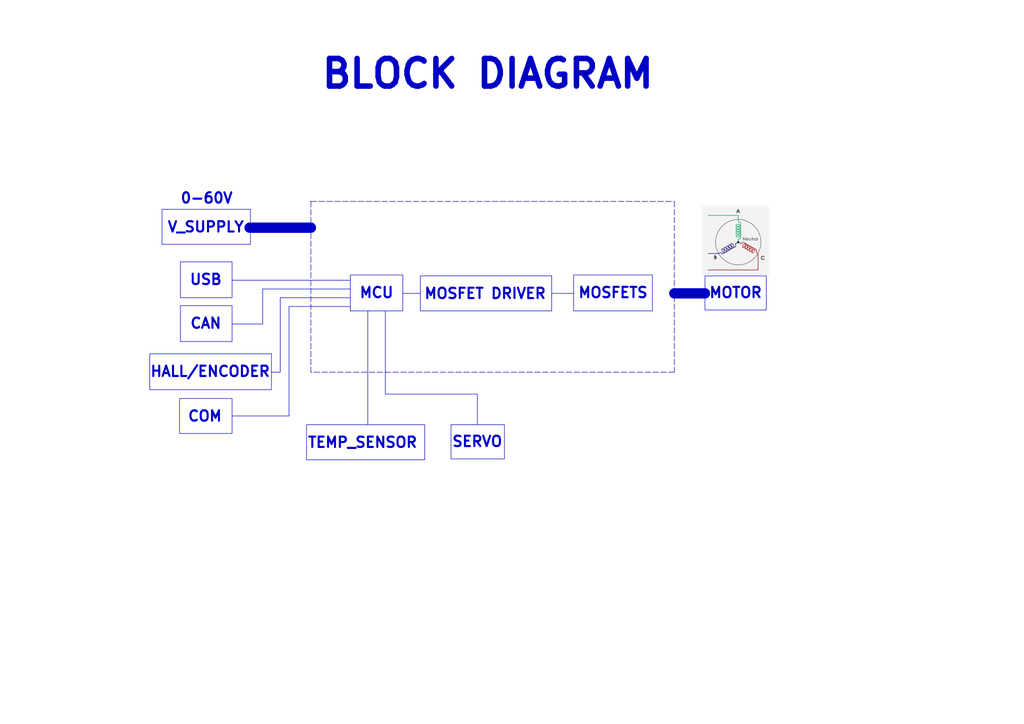
<source format=kicad_sch>
(kicad_sch
	(version 20231120)
	(generator "eeschema")
	(generator_version "8.0")
	(uuid "0e0753c6-0130-4807-afa7-f9ba64a28241")
	(paper "A4")
	(lib_symbols)
	(polyline
		(pts
			(xy 195.58 85.09) (xy 204.47 85.09)
		)
		(stroke
			(width 3)
			(type solid)
		)
		(uuid "037c663b-f875-4c2b-ae7b-8929842efee9")
	)
	(polyline
		(pts
			(xy 195.58 58.42) (xy 195.58 107.95)
		)
		(stroke
			(width 0)
			(type dash)
		)
		(uuid "0ba89226-9cbc-4cdc-8d62-702c9c929500")
	)
	(polyline
		(pts
			(xy 76.2 83.82) (xy 101.6 83.82)
		)
		(stroke
			(width 0)
			(type default)
		)
		(uuid "10566a79-f587-45ce-95d1-aa2c20ec4719")
	)
	(polyline
		(pts
			(xy 111.76 90.17) (xy 111.76 114.3)
		)
		(stroke
			(width 0)
			(type default)
		)
		(uuid "1488c57f-65e3-426a-9245-07219784c93b")
	)
	(polyline
		(pts
			(xy 81.28 86.36) (xy 101.6 86.36)
		)
		(stroke
			(width 0)
			(type default)
		)
		(uuid "154d393e-7d57-4144-8d04-425d93f46197")
	)
	(polyline
		(pts
			(xy 97.79 81.28) (xy 101.6 81.28)
		)
		(stroke
			(width 0)
			(type default)
		)
		(uuid "18f24b67-40fa-4202-a1d0-ced948de41ff")
	)
	(polyline
		(pts
			(xy 78.74 107.95) (xy 81.28 107.95)
		)
		(stroke
			(width 0)
			(type default)
		)
		(uuid "1972e728-bbde-4de0-acbf-d134550dcc06")
	)
	(polyline
		(pts
			(xy 111.76 114.3) (xy 138.43 114.3)
		)
		(stroke
			(width 0)
			(type default)
		)
		(uuid "3d8eca4c-eb0d-4f27-b0b0-caae12c420c3")
	)
	(polyline
		(pts
			(xy 106.68 90.17) (xy 106.68 123.19)
		)
		(stroke
			(width 0)
			(type default)
		)
		(uuid "4156a9c2-d91d-45e4-b6da-213abd13cd75")
	)
	(polyline
		(pts
			(xy 90.17 58.42) (xy 195.58 58.42)
		)
		(stroke
			(width 0)
			(type dash)
		)
		(uuid "442f862a-8b44-4100-97f5-89088b3abdaa")
	)
	(polyline
		(pts
			(xy 195.58 107.95) (xy 90.17 107.95)
		)
		(stroke
			(width 0)
			(type dash)
		)
		(uuid "62dd1c28-c50e-45a6-be07-c8248c3aac0d")
	)
	(polyline
		(pts
			(xy 81.28 107.95) (xy 81.28 86.36)
		)
		(stroke
			(width 0)
			(type default)
		)
		(uuid "66b39bce-e148-4efe-8478-76e3be53aeff")
	)
	(polyline
		(pts
			(xy 67.31 81.28) (xy 97.79 81.28)
		)
		(stroke
			(width 0)
			(type default)
		)
		(uuid "6cd60ef3-6e18-41fd-81f1-f5e6fd1f48c8")
	)
	(polyline
		(pts
			(xy 160.02 85.09) (xy 166.37 85.09)
		)
		(stroke
			(width 0)
			(type default)
		)
		(uuid "7f0ce482-82ba-4f3f-8f6e-3f969773e388")
	)
	(polyline
		(pts
			(xy 83.82 120.65) (xy 83.82 88.9)
		)
		(stroke
			(width 0)
			(type default)
		)
		(uuid "8589642c-211b-4064-a14a-dbcbbe0c333c")
	)
	(polyline
		(pts
			(xy 116.84 85.09) (xy 121.92 85.09)
		)
		(stroke
			(width 0)
			(type default)
		)
		(uuid "89c2fa77-6496-4270-bb6c-1f08053620d2")
	)
	(polyline
		(pts
			(xy 138.43 114.3) (xy 138.43 123.19)
		)
		(stroke
			(width 0)
			(type default)
		)
		(uuid "937a320a-8806-4aed-b2ac-2084cc30cd05")
	)
	(polyline
		(pts
			(xy 90.17 58.42) (xy 90.17 107.95)
		)
		(stroke
			(width 0)
			(type dash)
		)
		(uuid "96af5707-cfb8-4ba7-a0e6-d67d8611444e")
	)
	(polyline
		(pts
			(xy 97.79 81.28) (xy 97.79 81.28)
		)
		(stroke
			(width 0)
			(type default)
		)
		(uuid "a2d70060-b5af-4ee4-a4d8-529b794fb31d")
	)
	(polyline
		(pts
			(xy 83.82 88.9) (xy 101.6 88.9)
		)
		(stroke
			(width 0)
			(type default)
		)
		(uuid "bf595638-7c58-4525-930a-2ea4e13b4037")
	)
	(polyline
		(pts
			(xy 72.39 66.04) (xy 90.17 66.04)
		)
		(stroke
			(width 3)
			(type solid)
		)
		(uuid "c4b3a021-f6c2-4e74-95f4-a9fda9b81f81")
	)
	(polyline
		(pts
			(xy 67.31 93.98) (xy 76.2 93.98)
		)
		(stroke
			(width 0)
			(type default)
		)
		(uuid "d3422391-05c1-486e-a674-9025b59e1db5")
	)
	(polyline
		(pts
			(xy 76.2 93.98) (xy 76.2 83.82)
		)
		(stroke
			(width 0)
			(type default)
		)
		(uuid "e3dc53af-f627-401f-8ee1-1969bbc3290d")
	)
	(polyline
		(pts
			(xy 67.31 120.65) (xy 83.82 120.65)
		)
		(stroke
			(width 0)
			(type default)
		)
		(uuid "f7dcd2c7-fb48-43c7-a7ab-0eef1c15c6e9")
	)
	(rectangle
		(start 166.37 79.756)
		(end 189.23 90.17)
		(stroke
			(width 0)
			(type default)
		)
		(fill
			(type none)
		)
		(uuid 12d6e7f7-cd6c-4382-9d6b-b1cc558dc76e)
	)
	(rectangle
		(start 204.47 80.01)
		(end 222.25 89.916)
		(stroke
			(width 0)
			(type default)
		)
		(fill
			(type none)
		)
		(uuid 2f86d968-ec42-4c12-8816-056939550ae3)
	)
	(rectangle
		(start 52.324 88.646)
		(end 67.31 99.06)
		(stroke
			(width 0)
			(type default)
		)
		(fill
			(type none)
		)
		(uuid 455d5696-4950-47f9-89cf-8bef897e42e1)
	)
	(rectangle
		(start 46.99 60.706)
		(end 72.644 70.866)
		(stroke
			(width 0)
			(type default)
		)
		(fill
			(type none)
		)
		(uuid 608c5f04-d616-47c9-b032-faf3ad53b9e1)
	)
	(rectangle
		(start 52.324 75.946)
		(end 67.31 86.36)
		(stroke
			(width 0)
			(type default)
		)
		(fill
			(type none)
		)
		(uuid 6a3faf30-7af0-4ec7-8701-b2a5203a0e84)
	)
	(rectangle
		(start 43.434 102.616)
		(end 78.74 113.03)
		(stroke
			(width 0)
			(type default)
		)
		(fill
			(type none)
		)
		(uuid 7f0a8310-31e6-49ae-a834-827c23752a5f)
	)
	(rectangle
		(start 121.92 80.01)
		(end 160.02 90.17)
		(stroke
			(width 0)
			(type default)
		)
		(fill
			(type none)
		)
		(uuid 8493dc33-751a-426f-ace9-308a763ad6f4)
	)
	(rectangle
		(start 52.07 115.57)
		(end 67.31 125.73)
		(stroke
			(width 0)
			(type default)
		)
		(fill
			(type none)
		)
		(uuid 9cb785d3-1960-470d-b5de-0c2db87fcf52)
	)
	(rectangle
		(start 130.81 123.19)
		(end 146.304 133.096)
		(stroke
			(width 0)
			(type default)
		)
		(fill
			(type none)
		)
		(uuid 9e7eb258-5b08-43a5-a85e-9a92f1fad48c)
	)
	(rectangle
		(start 88.9 123.19)
		(end 123.19 133.35)
		(stroke
			(width 0)
			(type default)
		)
		(fill
			(type none)
		)
		(uuid d52a46fe-48e0-40d0-803e-68a511e66a3b)
	)
	(rectangle
		(start 101.6 79.756)
		(end 116.84 90.17)
		(stroke
			(width 0)
			(type default)
		)
		(fill
			(type none)
		)
		(uuid e1f7077f-f7fb-48f5-b673-6ba9bd407426)
	)
	(image
		(at 213.36 69.85)
		(scale 0.161142)
		(uuid "5c99a81d-336d-4ec9-aa86-179a8085c185")
		(data "iVBORw0KGgoAAAANSUhEUgAAAVIAAAFmCAYAAAA/PhJUAAAAAXNSR0IArs4c6QAAAARnQU1BAACx"
			"jwv8YQUAAAAJcEhZcwAACxIAAAsSAdLdfvwAAO4MSURBVHhe7P1ndFxJmiUIXtcawqE1CFCBWuvQ"
			"OlLLyhJdmVN1umdPnzPbv/vf/N1z9t/umek5vb3d1dWiUmdkZoiMCJIRlEEtARBaawccDtd6vmuO"
			"RzqdAEVQBEC+Cxqf+/MnTVy7n9lnZoaFhYUsdOjQoUPH14ZxcatDhw4dOr4mdCLVoUOHjseETqQ6"
			"dOjQ8ZjQiVSHDh06HhM6kerQoUPHY0InUh06dOh4TOhEqkOHDh2PCZ1IdejQoeMxoROpDh06dDwm"
			"dCLVoUOHjseETqQ6dOjQ8ZjQiVTHKgez8MMEHTqeHvQcpkOHDh2PCZ1IdejQoeMxoROpDh06dDwm"
			"dCLVscrALHsnZA1AKpNBMp1GOpsFskZk0jwOsNlsMBgMi8GkQuGfDh1PAjqR6ljVcDpdiiizQqIW"
			"iwVWqxVOl1ORaCKRWDxKh46nC51IdaxakDyDwSDSokZNppy6zIg6jUVjSCVTikx16HgW0Jca0bHK"
			"cHfdT3PearVD8jEmxscxMjSsPrvdbjQ1NWHd+nVyVEYdS+IVA1991pCWPx06Hhc6kepY0TAu5s7M"
			"bf67m0hNFhssZjNudfXgk48/wZfHjsNkNiEej+Ptt9/G97//fSHUehjltIWFMMwFNljGkCNZHToe"
			"B7ppr2P1ImtUHUjE8NAorl69js7OLvT29GN4eBjXr9/A2Ng4EvE0Uumsaku9Q8j55KxDx+NBJ1Id"
			"qxLsrWcIh0KY9QfQ29+HoaEhWB12WOw2UapmjE9N4Oy5rxBPJ1WvPowGdQ4JVCdRHU8SOpHqWEUw"
			"qnZOBVGjhNXhwOysX5RoJ/yBeTjlu1lM+2Qyg6HBIdy4cR3T09MIBsNKkfI8jYQZdOh4EtCJVMeK"
			"hBEZFbDYhqm1lWZFSqaFAePxJJxuhzLtz58/j7m5gOxLwWi2qt+LSophd7oQEALt6x+U/WaYbfYc"
			"md5G5i5SZdCh4+tAJ1IdqwRGRaYkQiMd6y02IU5g1udDd3c3pqYm1W90edq0aROKiooQi8UwMTGB"
			"K1euYGEhpDqcDPxvUc3q0PGkoOcoHasKRlMuy5otFoSjUYxOTKK9swtTvhk4PS40t7bgvW99C7X1"
			"jUiJmE1lsrh45SomhGhjsYQoU5PwqEE5ROntpDqeFHQi1bFqoIhPFCWVp8VsRCKZwM2bNzHnn1Nt"
			"px6PB2ta1uDVV19FQ0MDHA4HkskUxsfG0N83AH8gqJoCDIZcW+vt9lYdOh4TOpHqWJEo7FnXPmfS"
			"aUWAViswNzeH7q5uJOIpxGNJlBZ7cWD/IRQXe7B//0E0Na3BzMwsIpE4enp7EQ6F4bBAyDWhk6iO"
			"JwqdSHWsKmSEAM0Wk6jQMAYHB3Gr6xZSqRTsdjs2trWp9lGODG1tbUWbfC8vL1fDRjs7OtDV3YVo"
			"EjCbzcpp38j2Uh06ngD0nKRjVYDmfK6jyQCzyaQ6l27euKFcnDjW3ul0qi07ly5duoXx8XHV8eRx"
			"u1WnU5co1w4hU7pCcb/ZZJbrmRevrkPH40EnUh2rBDk3KJKpyWLAvH8eA6JIORRUkauozGvXruE/"
			"/If/oMI//dM/4dy5c0iLGuU5bE/t7e1HX++A+p7Jsp2VRKoXAR2PDz0X6ViRELpUIWvI9bITys/T"
			"kEEklkTnrU50dbTDabcim0khHg1jdmYKVy9dxPmvzqD9xjWMjw4jGg7BYpITUxksCPly9BP9TU1i"
			"1tMlSvXeSzHQ2mA1f9Llgg4dS0EnUh2rAjkSE8oTFTk2Oor+/l6MT4yLsuTsTRnYhVAZbHaLmqOU"
			"c5M6HLl5SbXp9IaGB5V5Pz/vRygUur1fQ37nlg4djwJ99icdKxI0v+/CYsdQ1mjCsaPH8ctf/hIX"
			"LlxESUkx1rauV+5OJMZkKikme25SZ5OQblK2XV1d6B8YgN/vw6FDh/Dv/t3/hvXr16vjs4qI70CN"
			"proPDHpp0bEEdCLVsSKxHJGGIlH8l//yzzh+/JjqWKqpqcG7776HI0cOo7i4WBGo3e5Urk7syQ+J"
			"af/Rhx/h008/RV9/jyLcn/70p/jRj36EqqoqMfOj6roGTmiSyepEquNrQTftdaxIZJC9K1itFsST"
			"CYyODeNm+zVMTU0IacaUKb9v325s2Lge61ua0NLSjNraaqxb34qGxjqsWdOEHTu3o7qmUvmXRqNh"
			"XL12GYGAX6lRqlKLhVPxCYEaMsq9Kj/o0PEw0IlUx6qA1n5Jt6b5+Tmk0mkhx2psatukfEWJQCSi"
			"tooUF4PJbEBLaxMamxpQUlqifp2Z8alZ9EPhBWQyqduEqTvp6/i60E17HSsShT3knGeU5vrFSxdx"
			"+vRp1VlUW1uLrVu3Yu+evWrsPV2hqFzzwbWbUumUcoW6dvWaOoYTmhw6fAjr1q1THVLZrCjRjOhe"
			"Me152/xmBbpW5UM37XUsBZ1IdaxILEekHFevOpKMJmWWF5d4hETNyKRz/qJs68yHxZwjWAa/36+2"
			"PI9+p8UlJbBabIpEeb5IUzXiKR86kep4GOhEqmNFQiNSTR3e9vMsML/ze90VkRYQn3a8tt+0uOXE"
			"JUQseveSzZbF1Ug1FF5Ph46loLeR6lhVKCRL7fuDCI+Emh/SqZQKVKBq3L3JeHuKPh06HhV6ztGx"
			"KnGHOJmFHxyM2Vzg0k0MHCLKQNOdgSOdGHTo+DrQc46OVYsHqdBCFLozae2f2nUe9Xo6dGhYPW2k"
			"y6w/zvHYOp4/FHY2Pe7wTS5TQpOeZMqtBo08b3cqZe4uDjq56ngY6IpUxwsFEibJUQsadAd8HY+D"
			"Z0akVBiFKkOHjmcJ3XVJx9PCUzfttWV0aZqRSLlVn2VfWmj84U22ZUx7g27aP29YqsK9Xz7JzxlU"
			"Bmq1UQncmhhkryGV5v9y7P2Vp5ZfNeimvY6HwVMlUi0jE0nJ4UnhvHAmhYQhg5R8jskBCdmmFa1K"
			"Aborg99NnFqGvr3V5qh8eCbWsUrwKJaLqphly5zD0wzpDJxGC8xyEXMyDVsyi1KbC4ZESu1LZXP5"
			"SiNMnSh1PAk8MyJNS36Nm4GoBZgKBTAyP6O2catB/XYPluhc0pQEh/JpuJt8dbxIyBruzNWk1adG"
			"IVKj5A+P0QqvEOhGbw3qPF6YOJmzHKxV2jqR6niSeKamPRVp0mpC59QwLvR0oHtyBAupuDLx78W9"
			"RKpIUwj2vkS6TO++jlWO7FKZ5M7M9twyJ5isFsQiEXidxWirqMfr63dgQ1kNHJLJMqnUHcJdzDY6"
			"kep4EnjqRKqZaWyzImEmhEivj/Thy5uX0T7chyTN/KXycgEhGheH9BkWS4BWAAon5l2KgHU8Dygk"
			"0jvfmeJpo1FZNv54WM3sVFlcjj1rNuA7G/diW3UTnBkTMokkM5IiU51IdTxJPFUiJYnmKwB+TpkM"
			"GPJPiyodQc/EiFo6Yuk2sUKCzGGRT28jm00tftKgE+nziWWI1CQEKVaJwWqFL7KA6WQEg6MjcFoc"
			"2NO4Dt/asBtt3lq4syYYUhmVB3Ui1fGk8UyJlDDYrQgmY5iXMOH3wVXkyf1wD5YmRE2Rari3jVQn"
			"0ucThUQqaS/7uDZ9Sswdg5j0k9EFXBi8hcu32pGKJrG9Zg2+vWkvNpbliNSYzupEquOp4KkRqaYy"
			"C4nUbLMixbkfxcTijOfLZuRl2joLj9c7m15gZI3ImkWRyp/BYsFEfAFfTfTh+MWzWPD5sbm2Cd/e"
			"fhDry3Ui1fF08dSJdCkYjfTskwzNNccLhuTdxsMSqcbUOl44MOkNYtqnJK9QkU7EFnBuZgB/OXsS"
			"87Nz2NzQgm/tOYwNokg9GTOMkt9YietEquNJ41576QmBnUtayAedooVBFYkSVKZLBq5nnh8W92uK"
			"Qg96yIdGjMlYXOWTtMWEpEW2JjH9Tbm8wzlISZxcMZ+dTiro0PEE8NSINB+FZKpDx1MHyVR4kp4i"
			"tI7uZyHp0PG4eCZESiylTnXoeJooXHZEh46nhWdGpDp0PA2oheuy906Pp3dC6niWWD1EypEtSwUd"
			"OvJAQuWCdyTYu6A6L9O5rfqsBR06Hh86E+lY1aDy5JBhbatBm5dBh45nAZ1IdTy30FYK1aHjaUPP"
			"aTp06NDxmHjmRKpMsCcYdOhYGottotwuM7hDh44nBV2R6tChQ8djQidSHTp06HhM6ESq45nim26a"
			"uT3GPrfRoeOJQCdSHd8YSKTpdFoFbe4FjoXXApFIJNRxJpNJ7bPb7bBarTCbzeo73ZzsDjvsVnvO"
			"MT+dQSqdgs1mU+fH43E4THKOyQyz0QSHwwG7xZq7fiYLp8OpgsVC39Ps7Xsz8J68T35Q5+nQUQCd"
			"SHU8U3D+UC2QqDRS5HdNpWqB4DH8jSDZkhjzA89PCtmGwkGEw6EcAfL6ss0KqdqEIOdD84hGo+r4"
			"SCQiISrnJJFMJRGOhBGNyfekfJfA42Kx2O3rp1IpRfR8Hm4JnUx1FOKpLzWiQ0c+qPzyQYIiWWmB"
			"ZElCoxLV9lVVVSnCDAQCCIVC6hgGElsoGkEwGlbT443GAuhNBtC/MINIMooyqxPbyhtQlrHAK6HM"
			"4YHT4xJiNgmj51Sn0+VERUWFkK8Js7OzQqRxpXrdbrfa8vl4nBa0SoD318j+UZFPxF/3GjpWFnQi"
			"1fFMoZncGqgASZxUfyTPyclJBINB+P1+tfX5fEpF8jgSJ4/NJ9JkRsg0FoFJCHrWkECkwgVLdSmM"
			"djPkB9hno8D0PFyxLGwiKK0Ou1LAPN5kNqnhpITZYlZkbbXY4fV6UVNTo7aVlZVwuVzweDyKAFkR"
			"PC6Z6kT6/EEnUh2PBZIPTWGSAxUcFSTB7wwkR5fTpcxn/kZFyX3z8/OYm5sTczysyHJ6evr2bxph"
			"cstrk0RJOLwXiYzmPglZNQkIGQobwl1chFnEMeMEgsLVWbMRrowRJZEs7MEEipLyrMkMYotqNxrP"
			"me8kxEQyoe5HqOuazLn7yLX5Tt5Sr1KtLrdLPpfD6XSiqKhIEWxJScntdtt8UuS78vl5Pe7n56cB"
			"nYhXBnQi1fFYYEFmICGRfEiemlrkfpIgSZOESdN5YmJCEefMzIwiSU11kkR5rkZS5eXlasvA63I/"
			"CdntcSvSIolxf5EQWcZkgENM9JlsDBemB3Dq1nVl7m+sX4N99Wux0VsrRJpFzL+AmJAn20YTQnQk"
			"Tz4fn0HKgSJWbhl8sz61jYQjSIvqJSFSlbpdRepdSay1tbUoKytTWz4vn4fPpRG9plq1wPfjb/z8"
			"pKAT6cqATqQ6HgssyEopiomcyeY6g2iKkzxJjgMDA+jo6MDQ0BCmpqbU7wRVHEmntLQULS0taGpq"
			"UkRVXFysftPaKEmkJB8G3otkpRETvxtENaYg+602TKZDODveiw9OH8O0fxY717bh+/tewRqXF+54"
			"Gi6jmOVyPM9LS8g9u1kRK3v7OX9pOJzrbCKBckvyZ4fUxPgExsbG5B1mVCVAkiVRkhz5Ho2NjViz"
			"Zg02bdqk3oHtunwHKtZ0Kn1b9VJF5+NxSZXvoOObh06kOh4LJAuayprKvHnzpjLTSaDcUvGRZMsr"
			"yhVpst2xrq4ODQ0NinBIJNzyN6o4msQkBy0QJFSSlmaKE9oWJjHNMykhVDPG4wuKSE90XIFvfg4t"
			"VXX47u6XsKm8DpZgFKU2p5BaSi1TopYdkXM5fJT3ISHymsmEXGtxSRIGEjdJk4HvGY8nVacX35fb"
			"/v5+RbZs0yXxEiT/6upqRawkVL4rP7PCIfLJbzki1Y7hM9wP+dfS8c1BJ1Id9wXJg4WVJEfSJFlQ"
			"VXFLM50qk6Q5OjqqCIXkSTKkEqOKJKmQOKk6+ZmdN9ySPHkciUojLd6H+zRoJHM/skiJCqYiZSfS"
			"ZDIkpv0gPjx3QhHp9taNeGfrPmwuq0VxygBzIo20HEtkF/mJaznlg25T+TDL8+WDnVF8d6ptbsfH"
			"x5X6ZiVCYu3r67vrd8YZzX52XrW1tammAJIqVSzByoEEy/fXKpF86ES6OqATqY77gkRKJ3al1hbb"
			"FIeHhxWB9vb2ql72kZERRSIkT5rnra2tWLt2rVJlbD8kmVBxatfT2k818swnzEclkqdNpPlT8anZ"
			"+EXOMi60QBJkvJA0+W5UpqxUOjs71ZYVC/ex8mElwjhhMwBVKttZGVhJ8TokUl4zHw8y/XUiXRnQ"
			"iVTHfUESJHmSOKm6bty4gVu3bikVSgWqtQ9u3rxZqc4NGzYo0tTUKImAEy6zjVBTmyRHEoZGpBqx"
			"LoWnTaQ5M//OPdQKo4Lbv+c9F0nWYDDffmaC76m9C7da84O2nwqVFc6FCxfUlsTKOCGhbt++XbWp"
			"Ms5IrNxPwtXigtv8ey2F5eJNx7OFTqQvGDTyKvy8HKg22Vl0+fJlpURJBCRItv2RBKg82VHEXnUq"
			"V5rqbNMkKZA4eQ+qLd6Hqo2kQJJh4G/aluAxDJoK42ftt+Wg7iPkaHTaMJOK4sJkPz4SIp0I+rFl"
			"3Qa8t2Uf2srq4BEuMiflv1RGUaU25l4j0qXWuSfpqmdanHlfLaaXt7yN9rwkTBIgz+V37Tc+G9Um"
			"1TrNfwatEiKpcj/PY1xu2bIFu3fvVpWS5qHAzjteg3GmxUkhtPvp+GahE+kLBI0kWPA1aGqHBdpq"
			"sSIYyjnDs/3zypUrquBTjfJcmu1s31u/fr0K/E5z9euABJBPPF8HJD++EZddjlsMCJoz+LLjCo51"
			"XEb73Aha17Tg/e0HsLe2DS6YYRFqtGTSsMorm4RUOYSUI5xET0JOzWlRIUqqUW3dfEWmyxApkU+8"
			"ROH7aB1MGlgR0d2KlRLJlOY/vQGoZEmgzc3N2LVrl6qc2ETisDuUDy6vw6aDJw2diJ8MdCJ9wcCC"
			"T9IkqBipIAnNn5MFmz3RJFAWcLoyUTGtW7cOBw4cUAqUBKqZ7fz9cfAkiJRXiMhrRCVcH+rFX66d"
			"w7nJHrjLvTi0djN2rGuD110EpxjuVQaPEGpKzHwJqRyZc5lwuzCniRdaJEqNTLWmgNt4SCLV9muV"
			"lvadap2f6RI1PJJT+IxnNplcvXpVpQk7pEii7JxixcXOOu08Xq/wno8DnUifDHQifcHAgsNCSdDU"
			"ZkcJ91EdXbx4EdeuXVOFm4WV6mjv3r2qQLMwl5eV3zY3NVNTK4jLmZ4PwpMoyCS9lPAVw9jCHL64"
			"dRWf9l/BdGQBaxua0SLvwffxOj1olHdwZoRQrS547W5RqIBFFKpNWNMqFzJnhKjkkR6XSDUU/q4p"
			"TK1JQ3P5YpzTdez8+fNob29XVgA9G3bs2IGtW7eqCozpwXO08CTwJOJfh06kLxxoynvcHvWZZjwL"
			"LZUQCzDbQ6mG2PZ58OBB1QlC1x0WNgaal/fr+Pg6eJyCrJEdQXXKz3PhIG5MDuHL8U7cGB1ALBFX"
			"w0e5LfYUwS0KvNxVhLb6ZmxuakWpxaHMfnsqp0qtQrJaeylBItXuofCIRFr4ndYAKy+eR2uAClNr"
			"A+V3Kvyenh6lUNk2zS1Bi+C1115T7ahMoydFpo8T/zruQCfS5xxsV2NhpQJiIeZW0hzd3d1KgXJL"
			"NUT1U19fj23btinlwzY6FmytGWA5fF0lquFxiZQqlMRnksdQpr7ZhIH5GVz1D6NjehgjkxOIppMI"
			"x8KICpnyeV2iCivLK9BYUYXN9S1orahFudWJYpMN5mhaKVQNJNH7EemDUBg/GvkVkqDWBMAtO6G0"
			"phZ28tFKoJsZPSjoTrZnzx5lKbCnn2nENGY88pqP2o6qE+mTgU6kzzlYkNmmSfORvcbsRLp06ZIi"
			"ULaFkljZHrdl8xbs2r1LdR6RPFlAqZy0Ar4cvmki1UiORMo2TovRjBCSmDJEMR6ex9DYKOZFpfpD"
			"8wjGo5gNLSCWTSGYiMGQyWJjbSMOtG3H+so6lJsc8GQsytzn9Yi0vP7jEOly77cckRLseOLvtADo"
			"ekZlSsuBnX+sBJlm7OxjmzWbXei/S3A/8ShpohPpk4FOpM85aDayQGoO9FShFy9cVOPLtQ4kKhyO"
			"vOFx7KHmbyRRQiucy+FJEynJMR9sr8x9WPo+t3+WYJGTzfKJvfgxhxlxniPPt7AQFNM+ioCo0s7J"
			"EYxHA7g1Nw5fMABDOI5da9vw8qadWFdeA6/Bocz8b5JI8z0peBwDCZQm/8mTJxWh0oeX7dYvv/yy"
			"akdlBcjht7wOK82HhU6kTwY6kb4AoPI8duwYTp08hfnAvDLbSZ5vvvmmMudZ+GgSMtAFRwNJ8lkr"
			"0uWI1KiWV74Djdz4s3YKTXuH0YJ4MoE45262mOC2OhANh4X/sohmUkhYjRiOzuP8WC/O3riiBhmU"
			"uYuwd/1mHNq0A63uCkWkdIdi4H2eNZFqnxm3WppQpZJgWcHRmvjiiy9uz2uwceNGvPXWW6pSZBMN"
			"7/mw6aIT6ZOBTqSrHCxcLGhsU6N6pIphYEGiW83Zs2dvdySxjY2jad544w3l0kSTsLAg3a+A56Ow"
			"oD5sgSwkyuWRuz4PV22fBZfndfIJjscQZkNuyZKUMXe+tp/H8hy+XxApRaaXR/vwxY2LmJibQXVp"
			"OV7esRdvbNoLr9EGYyIFYzIDKycwyb/3IxLpg6DF23LxXhjPWocU20+7urpw+vRpZfqz95/m/pEj"
			"R5RC5cgpnsvpCwlen/mD93tYkn0WeNh8s9Jh+vf//t//74ufdaxCsMCxYHBLtyaSKFUKOyk++eQT"
			"nDlzRhU8tqVRtbzyyiuqwHFop9Z7nI8HfdfwtQvA0pdbAnnXl3NIiIpQ5asiYwn5pKxIcnGb+5xV"
			"3wmNcLmxwiTBAJvFCodUQBwBNTY/i3AqriZurvKWw8bp9jJZZJMptWiedp0c7v72pLBcvBfGc0rM"
			"do4gYyXIjiduGWj6Dw4MYnBwUE2YwmPYVMNKltdihctzl0tPHY8HnUifA7CwkUi1SYqPHz+Ozz//"
			"XPX2spDRbeb73/++6ulVrjPyR3IlkZJ487FcgS7E0yJSTTlmRQbeIUUGqiju431FVQmrqs/5geRb"
			"cC6DBo6jZ+CYeaNRPtutCGaTmBAi9Ydz84uWeUpRK+q0GGbYMkaY7nn/wu9PBsvFe2E8U1XS3Ofv"
			"7ERk2zZNe7aPpoQoOVkK537lrFQkUw6c0PyGtQpXx5OHTqSrHCw8WocQC9Dvfvc7/P73v1cKhW1m"
			"P//5z3Ho0CGlXtjOxsLEgkgCpZlI5BfiwgLNgpwflivgD427L38P7hDfneurXUKOua0QgnABO4E0"
			"J3x+1r6nTYbb+xUpy5bXVBOOyOna7E4cFpqVY+MOM0bnpoVIQ6qTrVJIlG5R5QY7Skw2peTyyfiB"
			"L/A1sVy8F4JpRzLkbxxQwc9Mf5ryGqGy3ZeeGfTQoCJlZcpmHaa31pGl48lCJ9JVBpprLEwaeVJ1"
			"UF1Shf7qV79S7WV0Z3rvvffw/vvvq89aAWJh1XrjlyuohQW6EIXnLXWN++IBPFRIpJo5z++KEK0W"
			"ZMxGJOSHmISIIYOwKas6l2Ky5T5+TlqMcpxJdGzuOpwuj1PiZahs5ZmtwrK8zlw2jrlkFCPTE0iL"
			"KV9R4kWjtwpVJjGNhXPSWbnCXc/8gBd4RDC+8+Nci8/l0oHEqf3GLStGrc2TypMWB/2AmT84Ocq1"
			"q9cwPTOt2lD5G1Usz+N9mCeYn3hNXuNB99axPHQiXWVghtfUJBUmOxzYFvrZZ5+pDggOJ2RbKHvl"
			"qVJYOLSgken9UPi7Vrg0PHYhe8DphUTK72qfkGOKCtKYyZGlxYCEyYgICZSEakwjakhjLhZGKJNE"
			"JJtCFOx+N+UUq1wjLao2SaUqlzPL5UnGXOdpyD+NofExZCVuayqq0VpVh0qjHXa56dMm0gfhUeOb"
			"CpSuUCRTph1VKXv5qVJZAVOdsvLldUmgbA5inuJ3Leh4dOi99qsMVBDM7FyBk+qTbjAc4snCQROe"
			"JKqWtbBYEYk++oQihQXpQURa+PuDcDcp3QutY4h0p7WXkgQzQqAkwaTZgPlUDP54BKFUHOF4DAn6"
			"vSrfVyFPeWeuW28WRWYxmVHicsNltkqwwSFbp6g2l8GCsoxZiBjoSM/jVM9NnD1/TinS3Zu3462t"
			"+7DF6lVr4cczuaVJbuMJ99oX4nHjm8dTjTKw05Ht5B9//LGabYrzxL700kvK95Rtq6yQteaBfKX7"
			"LPGo+WelQifSVQiqCDplf/jhh6p3nub79773PezcuRONDY23J8VgIdGaAAqxXKF5UMF91IJdiEch"
			"UipJRZ7yCglTBnH5bSoWwNi8D30To5ia86lF6lKitKKcgEW2aVFXJiEFk5CoURSrQ4iz1F2keuO9"
			"RVwbyosKhxt1Vo9qJuhHCGe7b+LcuXNAPIX9G7fj7W37sMHuRVHWgqQQ6V1YBURKgqT6ZOVKcCAG"
			"281PnTqlCJOVLYM2qxSvSVWqtZ8ulzeeBh41/6xU6ES6wkEFyp54zdGa/qA04znChfOGsieejvU0"
			"6Xms1l6mQfv+LAvH/fCoRJp12BBEGv3zY7g1MYze6REM+6Yw4fchRfetWAoeu0MRZzqdUmssZYQQ"
			"SAopkgOJWI6zW20odnvglFDnrcC+ljbUS6XTHZnBhe52XL9+HfUeL15esxVvtu2GFxY4siZkCkYJ"
			"sd8/HyuNCArTmaY+44IdkXSFozcH/YuZX5hvXn31VXWM1naubZ8VdCLV8UygFQwSIkmUnUrHjx2H"
			"w+lQ7aB0wOYUa+xMyO+E0rDSMuqjECmVaNJuRfvUEL7qvykkOoZRCcnFtl67yYJSqwNlriLVK819"
			"VGGKRIUAuQwJTX9/KLcKaDSVQCyVhrekFA3VNahf04y424LOgV50ddzC5soGfHfDPhxuboMzY4Td"
			"YF71RMp8w9n2TWaTMu9p6v/lL39Rn2nef+tb31IzfbEjiiTKuCusjJ8mdCLV8UygCEECOwyoQlkQ"
			"aJ5RSXCEEt2aqEQ5goWFoNAvdDUTKdswJ9IRfHLlLL7suaqc5kutdtQVeZWq9FpdKLe74PUUqwEG"
			"JBHNQ0Ej00gyjkAkjDHfNKbmZzHun8NMNAg/kihurAaKHJidncP8xDQONKzHX297BTsqGkWNGmEz"
			"mpESlZuP1Uak7JBk5ULVSYJkhUL1/ac//Un5nHKaxHffeReHDh9SbaiMP8bbs4JOpDqeCejaRDeW"
			"3/72t2rCEQ7tpG8o20PZA8vCQWJlhmQoVBOrjUg5/yffh0QaMWZwbWIAvz9/AueneuEuLcaRtZvQ"
			"VlmPDeV1qLS54MqaUWRzwEzSy4hpv7hVRJqRq8m1aN7PRoKYCMyiXwj16lg/Ls+NYN4klZRJfhcl"
			"Zokk8cb6HfhW43ZsL2+EDaJILdZVT6RavmCc0lphvLDSIZn++c9/xqeffqp6+d955x01cIPtpsxD"
			"z0qVrrT4+7rQ3Z9WGFgQ8pUVO5X+5//8n2roHydc/uu//mu1UBpNMaoNgpleKzCF0K63XHjmeBCR"
			"pjOqnZPrI8WEEId8k2r5kJlsVEzxJmxpXYe11fUohhUegwVuo1VkVwKpmMSFnEtSzCRTaoo8DnZy"
			"C8mm5HeOwfeUFKOkvAymEhf85jT8yShmRKFmxdznWPsdLeuxq3YtiowWNSWfiWs0Ce6Or28gzh4B"
			"hWl657nvkCq/kzzpHse2d1bU7LRkJyYrapr8z7qtdLXj6XZB6nhkMKPTDOPkvmzLYm8rfQFJnt/5"
			"zndUuyhHr5Bo6Vz9PIFLH7OnPVfgRWkLabkdnL/egLQQZTQcETM9pBzu4bAgYTYgaTEgZTEiZTUq"
			"f9KoIYOoqFlu4/J9PhFRba2wyH9ybbvVDbcQKid3ZvunUDYsQrJ0lzJJnLIpgMcZzXcrz+cJrKDZ"
			"BERvD6rQd999V5n4X331lfIEocnPNHhWqvR5gK5IVxhIkPQRpTvOH//4R9XBxOUlOEqJs/qwU4Vu"
			"TQyawlhVuI+gUya9kF86LapSCrHRZkZCSHHUN4WZUEAtu5zIiqnNkU1icnM4KKfGi3Nkk02IlAvg"
			"mXMhZjUgItuQIa2c9yOZJGbjYXTPj6N3Yhj948NY8M/DkBSySGVgMZpQVVSKencZyl0e4WlRuuSR"
			"e+J3dSnSQmgKVcWvxDfH4lOBMt+xA4qWD9tRafGw6SjXzKLjQdCJdIWBaoFzh5JEOY/o/v378ZOf"
			"/ESZ9Wzb0ual1BTDqsvoD+AhKsH0YmcHFSI7n8LRCOaDC5hfCGBybhpzUtAD4VBuLfuFeQSFJKMk"
			"TiHhgCGFBQlBIVBu57IxzAsdjwfn0DM1iqv9Xejo78Xs9AzcokpddicM6VybIHv/G0rF5C0uhdtg"
			"g1EIlov93Y3VTaQE35X5h51KPJ4WENfTp+cHzXzOc8rf2ZFJ01/Hg6F3Nn3DYOZl2xQzNZUAO5Q+"
			"+OADNdyTI1D+4R/+QbVn0bWJ7VaFCrSw4DxMQcrHs1a02WVmutfAMfEs6JSDBlGe0Wwac6IkLwkB"
			"nuq8iuFYAAuZBFKGrFJMHqtdkWGxmOtOh0NVLHwng5AqrxKX/33+WYm7BPyzs0hEEzDEkvAYrWpS"
			"66LqKkzOzuDmjZuoLS7DW9sP4J3t+1ENO2yJ3GoBd6HAIf9Zx9+D8DDpr+Kn4DjGG+OdzUkfffSR"
			"IlROufjtb39brbPPvMffn3SP/kqLv68LXZF+w2BbFRUBne45SS975xPxhBrKx7Yr9qIy01OF5gjm"
			"bjwukT5zsAfoPuCvfAcD+Uq+ZNmOKWZ3kceDElFHjAOOmQ/EI2r9pYV4FP5oCDNBPyaEMAcnxzA4"
			"PaEmIRnwTWDUP4NxTpMXCqhRUCVWF6pdJdi5ZgN2tm2BR0xbbaJkdjBVl1ehsbIGJbDClpV4vyfO"
			"V3b8Pkz6L3WMRmgVFRVqtBMX2+OIKM5tyoqcrlEkUa2i0nE3dCL9hkEi5aJ0bOg/evSoysDsAPju"
			"d7+rxsxrCoAEslQGfu6IlDPb5x2TTaYVdbFtuLzEi6pSL0qF/JzFRcq050QmnFYvJoopLKQajkXV"
			"aqHRlATZsi2VPfdeix1NReU40LIZW6qbsLNpHZoq6pC1GESRTmNKCDeeSKKqrAJrqmpRarDmJi15"
			"Don0fiCJkjjZdsoRUCRTWkrsjKKZz/yqE+m90In0GwYz6bGjx/DJXz5R5hT9+ThunqOVSKLMtMy8"
			"LCAvhCIt+J3fLE4HsmYTYhBVbjfD6HHAUV4Cs8OmiPL2sFCJL5vVBovZAqvss8nWYbehrrIataVl"
			"2NCwBpua1mJ9bTPqnOUwy99MKoiBsRHlBpWMJ1FdWoF11Q2otDjhECKlL+rdeL6JlJYPB3iwEmeb"
			"PNvp2YvPvEd3KRKsrkrvhd4l94zBDMjAtlFuOQHviZMnlBLdt2/f7fWUNB9RQhu6R7Cg5IfnDmyD"
			"XGyHZLWRNRuRtpgwa0jgVngGl8MTODvVhwud1zHQ2wdDJIH0XBDGUBzFsMCeyMIaFRM0JHEWiKpV"
			"QudnfAgmY/Bn4ggY05hKhTCPiCLmuFB1nMuKZAxqPL7H7oTLZlfzoNKnVUsvLTzvoNO+FthGyiGk"
			"NPc5yxhdozhmnz38JFOHPTcpig5dkT5zkPyYEem+xOV1f/3rXysXJzbo//jHP1a+fVSgD6M+l8KK"
			"J9cHKtLFD3Icj6SL03w2gY7pEZzr78CX7VfQM9iP6eExJOYWEA+EkY3G1QQjTpNVqUihQdj5XT6b"
			"SZKJFEILIcxMzmBseBhzPl9uDH2xFaOhedWmSl9djmbaKGq1tawGHjnfLoROf9bbzyQwrHDt8aTT"
			"n2Y+m1WoTOkaxXypLZwYT9yp7F906ET6jEEnejbgc8w8h+i1t7dj27ZtquannygLQj6JPqoKep6I"
			"lK5PEVGNHRODONvfjmv9PZj2zcCSyKDG4ECNvRg1xV40V9SgtaZebRkay6rQVF6ptuV2jyLZbCQG"
			"gxDq7KQP4WAYC5EIZhNRDEb8GJubgX9qRnVCba1vUW2pzrSQsVEqtBecSEmiNOlZuZNMqUipRul7"
			"qk3Tp0PiXXd/erZgRu/r68OJEyeUqUQFSiXKsfPMrMykGjRz/lHwqAXpWZurD3J/uj1piRzHSUvG"
			"Ywv4+MpZHO29Dl94AU0V1ahyFKHFU44qVzFKRRmVFOUmLWEFRLXPtmXGHWe352ipiakpteSyPxLC"
			"8NQ4IpkUfNEgYk4THPVViETCiI5M42DTBry7fi92VjejiNPoma1qPtI7E6nIY62ysfaPC+ZHxiXj"
			"9F/+5V+UexTVKEfZ0ceZnx8Hz0tziU6kTxna1HYMLOicpYlj57nePAv/L37xCzX8k58JHqORKTPw"
			"gwrGasuI+epuKWTyiDZmBm7NTeDXpz/HOV8fKiqrsL26CfuaN6LZU4ZKZ5FSm3Rbuo1Fc9xoMqh7"
			"2U0uROiUHw4ikIzh1lA/uvyTODHUgf7oHLIuC4zprPIbfXvDTvx002E02YphTuV8LTmJSj6RrnQ/"
			"0kfFw+Qv5l3mySmpkDhQhDPusxf/7/7u77B582bVAcXjtPlw8y2qB+F5IdKVbac8B9Aa5plh6S/K"
			"Rvszp8+oGp4uTiRRmk+ElgG17ZNWF6sRyWxazSOalgJncznUmvx1YlZyZiaOvzekpLJZDKakBNma"
			"kxlY42kVYqJiM2xDNVpQYndha9sm1R69fttmlNfVqDlLSRQOtyvn3mMwIZvOrWH0oiOf5BgfNOc5"
			"GTQ7RWniMy9zy45TzRLgcflW1YsCnUifMpjJWGPT6Zt+oqzNOTEHRy1xQl0qUWZYrSbXMu+j1OrP"
			"M4xCciykVpGXiWgMg75JTEQCamSTxWFH0JjGgoSwaEeOq+dIqEQmLSZ5GnFuLQYkbUKOThuMDicy"
			"NqvIVLmeyQKXyaqUpyklxJnJKrLm5Cec7CTJzq48InlRkV+h8DPdouiix3Z9ukWxiYptp2yWIhhn"
			"LyKZ6p1NTxnMVBwCyk4lrjlPNyeuN89RSxzLTGgkSjcnLUM+t3iA0Mv3I6VJHYhF1NpMM/5ZhEJh"
			"RJNxWKwWmGnCi/mesJsQMWfVUsw5AsytNMr21bhEZdCcQUh+W8gmMY8YBsSs75kYQZeY+AuheRjE"
			"rDcLSZOoa0vLsaa8Bjb29qfFmjDIPeQZGO7gAS+wypBPlEuBv2uB5Mh8ytnHaEWRSOmwT0XPtn7m"
			"Xx6jWWDcviiVkU6kTxhsJyK0mplqijU211liuyiXBuFMTi0tLcpXlMfwWAZmyELw9+cKD3idrHpf"
			"BimAskknknBZbTBI/IQjYUz65zAuxOpfmIcvGUV/aBZzphQiNiP8SCDEeUZlGzCmMGdMYgpxzBri"
			"GJHjbk2N4MTV82jv78bM9BSsRjO8bg+K7A4E5/xqRnyv04Nyd7FyoWJzgNgILyyRar9p23xf5oaG"
			"BkWqXLlhfHxc9eDTVUrrfGJfAMsCj9WCRqrPI7nqnU1PGCRDEiRrY2Yuziv6m9/8Bp9/9jlKvaX4"
			"2c9+lpvdvrhETYjBzqh8aJlWQ+H3Qqy2THk3Kd2LOx07i+3F8p0TMHdMD+F05zVcHOtV845y6juD"
			"zQxnhRfOkiK17DLbTbmOE38zS/wTyWwKYVG1ft8cZudmc5WX/F5hc6Ghtg52SZP5UBB9AwMottjx"
			"6uY9eGX9djSYXCizuBCRc1/kziaCeVkDyZNWE4eSUiDQD5rDm9l++q//9b/GunXrlKM+lwIvFAY8"
			"l3geiVRXpE8YzERsA9UyEddZohplbf7666/j8OHDypeUSyYv1Sv/qES66vCA18m5R90paCy0DG6n"
			"U3XWlUoFZJCCvZCIISAEGxWz3bfgx+TsLKYCObU6MjuNcf80Rudy6zRNTk3APz+nOqfsojIbXV4c"
			"bmzDrrUb4S72IBQLY3p2Rj1aaVEJ1tTWo8LkUKo0JWn0Ipv2+SRKaMcbDUbV/q9NuNPV1aVMezZX"
			"UZXyvML8/TwSqAadSJ8wONqDJErThpM+sMbmlj53nJKstqaWxqLqfFqqPVQn0rsLG8fQ8xS73YZi"
			"UY9VlVWwOu2weYvgrvSqIaSRWAwL4SBC0SgiqQSCoiKDKfnMykoUKeOwoqwMLQ1N2LxmHXat2YC9"
			"TevRIoSZsJkwtTCPobERZOTWtZXVWF/bhBJYkOWUe0IIL3ob6VIgadJ0J2kyv7O9lAqVHauc25RN"
			"WiTO/PN1ItXx0GBmYU3MWe7ZS08Xkba2NvzgBz9Ac3OzyoA0cZjRtEzGrRYKsdS+VY3binPpcJu0"
			"eJyQqknUfVrMfM6UT1eljMUAk8MKW7FLzVfKZZXoM0rd5LCJae90wGK3wCZKyWGzw2m2o5wqs7EJ"
			"61tasbamEW1VzWh2VsoZJsyYY+iZHsbY9JRqTWisqkOzkKk3Y4fbZFMNDEIHfKDF8HzhQflrud+5"
			"n/mYXickT5r6nDdiViwD+pg2NTWp3zXLjJ81In3u8rTgbt2u47HBdtFUKqVWaeQKjZw8mNPisXOJ"
			"5Knj4UES48TMXKMpbEhjPDyP7vEhXO3uwJlzX+H6lasY7elHdHIOplActnhGQhr2WAaOWBqWhHzO"
			"GJAIRzE1NYn+wSFM+2cxujCNMQQQREoIGmoqPsNic4xVrASTmgxV9hesIKrjXlAYUJVyLTF6o9Bp"
			"n/meM5mpZi4q+kUCzVekzxuZ6or0CYPmOhvfP//8c5WpOJRu7969txeqe1Tz5rmrvQtM90Lkz0fK"
			"Tp6sqMvZZATt0yO4ONqLz66fx83RfowIMUa4ln8oBmsyoyYocQjvORJZOCW4kwY4k3KpVAYB/zym"
			"ZnyiOicwIdvJWR/CyRjCDmAyGcDA+Iha294t6nVDjSjXijp4shblAsUZ+59nPCh/Peh35mcGKlK6"
			"RI2OjioTnwq0qblJCQteQ+vx18B9z1Pe1on0MVGYGegnSiJl2LBhg3JepiolqHh0In0Akeb9TjM/"
			"bTGj1zeGU7038VXXTYzNTCtXqDKHG9XOEqwvr8Wa0kq0VtZifVW9IsE1ZdVYV1ErJnoNKjwlyo3J"
			"lM7CIhwdi8QQioQRSETgT8Xgiy1gZGIc4YWQXLNIzP5GrKusgzMlClVM+ecu/gvwoPd70O/M0/SE"
			"YMcTp9vjhDycJWp6elrle3ZG5ZPp8xqfuvvTY4IZg5mJW3YwsU2Ua97Miwr6h3/8B2XW3w+suR8H"
			"j0rM3zQeNGlJPriMcghp/PLEX/BR7xWE0gnU2t1oLC7H2rpGtAhZltns8DhccLmcyGayapISErBS"
			"sxIi6ST8oQW12N1seAHdY6MYjcxjNDoHe5UXsWwC8WgMxlgGh9duwzvrdmNzWR2KslblmJ/f9qWl"
			"1WqL8/vhQcRW2Gv/IHAlUi6XQ08Veqn86Ec/Ui5RLBu8Vv79nidS1RXpY0IjUoLr/jATzczMYOeu"
			"nXj77bdVjXw/PE+F8qHwAEWaDy4h0j8+ivM97RhMBFBU5sW7+w9jT8tGbG1ep1RoY2kFvKJOOdzT"
			"ZbaqxfCKbA4UWYRg5XOpw4MKdzHqS8vRIArV5SkSgjZgLDqPmegCQmLiE26bE1sb12JzRSNKjTZY"
			"DEKii22lWnF/HtPqQWT2qGTHUU/0SOHKD7du3VL+pXTeZ/8AlavmqcLrMj6fFzJ9tOpGx20wAzBo"
			"jemscdkuyinymHmoRLV2UR1fD1SVEaSwkIojLsrS4rTDWuSCvawENo8babMBwXQcwUQMYQlco0kV"
			"TjrkJzMwJVLI0gFftlYhRpeYmK2tLdi8dQsamhvh8ZYilk5BrHjVxlfi8gjxumCVGz8fxfvZg+WB"
			"Xiqc2IQdUefOnVMTmNP010b9PY/QifQxwYzD2e455vj48eNKgTITcfSSplR1fH2w8NEFKptMAemM"
			"Wsd+IRlVBBsUUz9qNCBmNSBhNSJjMSKeSd0OQqMwsNnFala/JYV4M0YL7EVutbZTNBSG3WSGzWi6"
			"qz2UTQLG50QpPWtQUHCo6O7du7Fx40a1+gNXx2XbaT6RPi9KVINu2j8kNAWqBQ38zMZ1to1euHBB"
			"zerEtW7Kyspu+87lB+3cfL86Iv/z8wxqvfv95Zv+qo0zGYc/HEIoHkUsGsPcfACxeAIZIVUIAVJN"
			"JkmY8ln+F6IUUpUQF/M9KvVYNJ1GKJPEnJDubCaBrtlRtA/1orO3SxFzRExQTliSjSbhtXtQ5SyG"
			"V5Qpp9OzCclmU+nbaadhqXzwPEN7/6VCYRxQPDBQgdIiu3r1qloll8s5s/OJQ6Jp3j9vcacT6UNi"
			"uYRnTXv58mWcOXNG9U6yl55zZlKp0rQpVKXadZgJdSyBAiK1cMISUaRxUf3zgYAaLx8IB9UcpSEh"
			"2UAyoma8Z8dUxJDGApWqmukpqQh0PhHB2MIcOqdG0Dk+iGs9t9DV24NIYEEtt1xRXKImK0lEYvDY"
			"nKgqLYfLaocY+Lnp9V4QslwOD3r/5X7nfpIn18JiBxTLyaZNm1QTCsuE1iT2vEDvtX9IFGYYZgSC"
			"apSTkpw6dUoto8y2UfZSaj28JNN8aOcV9tbrxJpDfq8+20hhMcMfD+PWcD+u9nfjQn+nqMsYYg4z"
			"XMVFyApZeku9anQNKzKTpBPnNDHJZThzfkrUayAUxOSCHwuy5ThQUzKD+qISlHvLUFTlxeTsjCjU"
			"PlQKiR7Zsgf7mzdivbUMbkk6PsPdKXU3nvd0exCRavk5H5rPKAmTZj2nj2QHLFeDYLOXNpF5oW/p"
			"aoauSB8ShRlK+85JSWjSs7eSC9hxBBNr3VQqdXsWqHxo5+nEuQzyFCljimvVO81WFIla9Ip6LBXS"
			"NDpsmBcy9UWoPzMIxMIYnJvCRNCP0bkZFSaEHMclTMz64Av41Th8XstjtqPGVYzDG3dg27oNKK+o"
			"QFzM/imfT9LKjKrKatQIoVYanSgy2dS69i9ySj2ISAt/p0BgYL5nxcY+A3qzcFITgkNHWVb4e6GY"
			"WM3QifQRwfYdqkySJM2WDz74QGUUDpHjEhY0Z0iSJFJmssKMphPp/ZFrKc39SWQpFySrxQYXXZoc"
			"bhR7i1FdW4sibymsDjtsNjusXIfeYhGFk0UwEswpHVGe5GSzqKJKId8KpwcbK+uxf81mUZxt2Fbb"
			"jIaqWsBhUWQ75ptWMz0VeYrRXFaFOpMbtpRBje/PT6kHEcvzhge9b/7vhcTIcqLNScrpJOkORRLl"
			"qqQk2eeJTHUifUSwkJIkSZ7nz59XjekkT87stHbt2tuZQ8sghRlR+64T6YPBmDJbLQhzVqdEDGmL"
			"EUXucphE5Ri8Dri9JXC6nGqtJZcz55TvcjrUyqJMkxIJZWXlaGyoR1NtPTY0t2DP+u1oqqhFuasI"
			"doMD0+kABqYnMDg9jqSkWZ23EmvLa1BjdsOZNSrFy7ZaDQ8ilucND3rf/N+XytMkTJIpywP7EWit"
			"cQQUXQRp+j8v5v29DRw6lgQzDAN7Ipk56PLEiUkINqKzg0nrjdQyx4MyoY77gwSWSCWRMsnWaUJc"
			"TPrO9BQuz/bhSm8nuvp61BSFM+OTWJicQWTGj8j0PIK+AGb9AczMzyOcSCAoYVbM9+lsAv1JP4aE"
			"PKcQgQ9RNRkKXali2ZSY/mlYJelsKcCSz546vjYoOtgmyuHS7DtgnwInNGHnE6265wW6In1IaKTI"
			"ERqcjOTixYvK5YmZgx1MbPvRSHQ5NUpo+3RF+mBwZFM0k1LLhgxF53DTN4wvrp7Hpe52IdFeTE0K"
			"gc7MqR74TCgKQyyJxEIYmURS+Z1mEynMTkwhJL9PSppNzc1iYHQYs6GAJKRc3GlDwBDHkCjSoclx"
			"OSeNdWW1EmpQYXXDIjpDV6T3f9/835fK0zTvqUIpMuhjyrZSukDV1dUpE/95Me11RboMmEHygwZm"
			"Ag5/40S2hKZGNTOFofAcHV8DhgzSxgziTqMi0bMj3fjT5VO42tuDkdFxxIJRONImlBhtaHKVYm1p"
			"FVo85Xhpww4caNiILd4GrHWWY2NJDUoSRmTmghjp7sONvi6c6bqBP1/5ChemetDrG8dkYA7+QBBl"
			"JV64HU6Y2DyTFWmq5kQtCDqWhdaxml9uGEiwtOS4ai5n0OcSzjdv3lTEWugeuFqhuz8tg/sR4bFj"
			"x/DP//zPqq3npz/9qepoetj2Hi2zFdbEukItgJBWzAxMIoYvem/gy4F2jM3NwJpIw2t3o6G0AjXF"
			"XjhgRnVpmepQcpitSEu8JkTFRpMJtSQz27IzJoMaEdXvm8TQgg8xG5cqiaK0wgtvSRHm5+YwM+XD"
			"vpY2vNq4BbsqGtFo8sBtsooiTubcsBZhwN0F/3lPt/uVA0LLzxoK8zW/a/Pw0pSnqyBHALLscI0n"
			"WnLEao9H3bRfBoUZiBmG+9i+w7W8OST0jTfeUEPh2LHBNlPiQRlP+10nzgfAkFWjlnzxME53XMHN"
			"qUGYLCbsbFqHvY1r8fK6LdjXuA5b65qwuboBa4rLUGVxocZRhGpXMeo8Jagv8mKNEO5G+b2prBq1"
			"JWUwpNIwS8GeiM1jHglM+X0IRiIwSR24oaYRu+vWoUrMercQtNmwhGn/ghlxD5ufNSyVrzXVSVJl"
			"OeF8pdo0e1VVVWoU1GovDy9WrngCoAsHR2qw15FmPR3B2aDO2lYnxyePYCiIufl5xEVhOjxurFnT"
			"iLXNTWgsK0eZ3YEiUYhuIUG7KFVLPCGKNQlHMgOXyEi3BJr+nPC5XEi2TYjyjV0HcGT3PmzcuAFZ"
			"swkRSbuMFHSX240KuabDbFHO/FJt5sbf60n62MgvF+x04qQmJNUrV66o/gZ+fhBhr3ToRLoMmPj5"
			"gVODcT2a9vZ2NXlza2urWoOJa9bwd5ovzAyF5+n4+mDsGawWpITNOEtTWnJr3CoU53EgY7PCKsrR"
			"6nKo9Zwi8Zjy+UzIcSRdDiGNpZNKTVqsVjg9LpS4SlFZWY66mioUuT1i1ueWxDYZzXC7iuR6drXY"
			"HSdJ0SYt4ZbpqgUd9wctt/yQH2csI5zQZPPmzUqIsJ1Um02fx1KZrlboRPoQoB8cex3pusEpwahC"
			"OdSNW5Il20aZEXQ8WbAIFjmcapZ7r82JZCSKzv4edE2PYjAyh+7oBEajAfiySUQdFoRsJhUiDjMi"
			"djPCEuatWcwYUphJRjCeCmAs5Ef/2AgicwGk50MwJ8TkjCfF5IwiGA6pFUg5CYqwKTimKb99VMfX"
			"Q76o4AALChBac7TiWJ6oSkmytOxWK/Q20mWgKRBmANaYDFzUi2RKx/v33ntPEazWybRc72OhitG+"
			"62r1ARAVShLj6KVQOCIWQRg+sQgmFvwYn59DXApd1mpGMJtG1Mxp9MwIWYCYxYSw2YiQVGxhCX5j"
			"Gj5jEmOxIMbi8zjdfQ1Xu29hZnICkfkgrAazMufNRhOqS8pQZnGi0lUMj8WWm/lJniG/jTRH7y8O"
			"CvNvIR71dy3fs8ywv4GWHlUqFSrFyGotFzqRLgMtA5AsmeicV/FPf/qTSmiqUfbUc/+jZiTtu06k"
			"D8Bi4yQ7hri2vdlswuzcHGZDC2qUE4fndvf2Y14IdkbIdTI0j2G/D2NBP4YXfBgO5ULf9Bi6x4bR"
			"OdiHjsEe9I8OwTc1jTKTFY3llWhsaoZJrI25OT/SiaTsq0K1pxTFZjuMaalA70ne+6f384ZHzd8P"
			"AvM9B7QQNOu7u7sVkbKpjP6mFCyrETqRLoIZIj9oIFlGo1F0dHTgk08+wZo1a9R8ozRPCkdmFF4j"
			"/zoamJHySVQn1GUgRMrY49LITnYqud0oLSqGXUx8zoCPdBYpIb7wQhijQqpDojDH5n3omRhD51A/"
			"ekeGMTY5ib7BfoyMjmBicgzzs3OwJ7OotXmwqaIe+7fugLe6Ssz5MGb9s8gkkyhxetBUU4dSk40T"
			"6S2RPo9GHKsdS+XhfDzo90LweMYpyxVHN3F0IMUKJ/vhss6rFXrD3gPAROaEC2qdbqlJOZKJNSiH"
			"Ez5qJtLxaGDs0l3JIYRW6yrBkY3b8d72A3hj8x5sb92I6qpquIuLAJsF86mYUqVjC7MYC8xhSsz/"
			"af+cWn6EgygcVhuaKmqwd/1mvLRpJ17duhtbG1rQVtOMem8FrEazcs1hh1ZabpyWwm7W272fCkik"
			"7FiiGKGDPge4UJmuZuiKdBGFpKj1ODLROayNTsQkUqpR9jpy/2o1Q1YFNL8j2TAdzGajmoC5vqga"
			"VZXlKC8vh6vIg9LaSthKPbB6nHCUFMHudsDlcqC4qAje0hJUecvVLE9tjWvQVt+Mfes3YX1dI1rL"
			"a0V1lmA+G1LzkU7N+mCxWFEjpLquqh6VRjscWZNKY72NdHk8qpjg8YxTdt6STNlkRndC9jHs2LFj"
			"2b6GlQ69yi1AYYM3h7FxUtrR0VE1NphLiDAz0DTRe+qfAYy5yiyZTCESjyKYCcNssMHmdqGyoQ4V"
			"9bVqW93cgLrmetTWS2jgtg71Eppa12D3XlGwO3fJ740wO2yq3TWNDGLyx4mgDVKwM6J802Lak7+Z"
			"qhqP63iy0MoWtyRSDq+ORqKKTLkkST4elaS/SehMsAgmbD6BMhE5KS1dM2h2cPIFNohzaFv+cTqe"
			"HhjLdJpXi9qZgXlTGh3RWRyb6cSXg+34suMKvrp5FZduXsP1jnZ0dHehvbMD/f0Dajx3b38/Ovp6"
			"cPL6JZzquYYbMyMYSQYxGJpRk0LT/zQNk/JRpRKi4uUwU4vs4yz72bS+1MjTAuOVFh6d81taW9RI"
			"J/qVsnmFnU78XbMK7xdWCnTTPg9MGI0k+ZkmCBOXDeLsWHr99ddvr9GtQSfVpwSRhOwxTxgyCBrS"
			"GI34cWtuHF/cuoarA93oksptXKyEmbEJ+CamMO+bQ2h2HnYxxxGKIe0PIeJfwOz0jFrnaVrM98nJ"
			"ccwv+NX6T0zDtMOEsdQCuidHMDQ8Ck4GvbFuDdZV16NU6NSclspVnuHuFH6xiPVBZPWoZFbYHEYL"
			"j2qU0yGyMqNrIQUMy1V+eVzp0BVpHphoDExQrbeeCRwMBtXSshwbrI1kIvQ20qcLEmk4k0K/fwon"
			"hztxTFTlxe52jI+MwhiIoCJhQqPJia1FVdhX1YQ95Y3YXlSpwjbZt8VTgQ1FFag02IC5EHyj46pi"
			"vNB1E8d7ruPsdD/OT/RhOOxXy5WwQ8ptsytVajAY1f3vbh8V5M8ExfCQ0PxRHxReNLAjkJ23nJyb"
			"zWd+v1R0i94wq6l86Yp0CeQT6eeff64axLdv3658R3U1+owgipQ96AFDEpeGe3B64CZ6fZNIJROo"
			"cBZjU1kdNlTUoK2uGVtb1mFL81psrGlAW3UTNomq3NG0FjvWSuVXU4syd5GoyzSQTKl2UH84iAEh"
			"58lECNORIOZDCwj4/FhTUYtNlY1qhnxb2gDTYvreN5Uflv2e7GHPDE9akRaWGZrxJE8Ou6ZnDDuc"
			"qFJX20QmOpEWgCSqdThxzlEubsd2m3fffVeZ9fydKKwtdVJ9csiNGDMiijQGF3yqLbR9ehhGhxWb"
			"m1uxp2UDDqzZiO1Cls1VNagrKUetx4tKuwc1ziK1uF25w40SuxMVXi9qy8pRX1aJutJyFNtdMDvs"
			"mIgGMBrwwT+/gEwiDbeo0M21TdglyrbWIscIP4hhqQL/cnTKUEAcyxCp2p0fHhaF5xUEbp4lnjSR"
			"8vj8wHJDcULLj8v2kERZzjgrFNXqaoFu2i8BkiQ7l5i4VKVMVDris4DrhPlskZH4jkpFlsim1dwG"
			"GyUddrW1YVNjC5rKq1FdUoFipxs2ycoOCaU2F4otdhRJ4LbYZBOCdSuSfGnbbhzYsgP7tu9Ey4Z1"
			"MDptOT9TUblM27JSL7wuT272p3QunXl/HU8PJEtOQ0mfUjrks9OJvfcsf6sJOpEuQqshiVQqpcYA"
			"c0IFFjAui8AZvvNVqOb6RGLVyfXpgKlhlihn0NapJ2naTVwExIRwRghWVGvCmEHGZhDFapHvSaSy"
			"SUmTtAogSUq6eoRQPSYr1tWtxdqWtSjzCgEXlapVRrMZubDRoKbps0sgeD+u38Te+/viIdtM2d76"
			"MOFFA014Wnn0C6YSpXlPMqWAYRnLDysZOpEuARImG7zHx8eV4zDdntiTyHZTHc8OJDGz0KnHmnOO"
			"j/oX0H6rE13DAxiJ+zCdimAOMQSFPMNCYhEhVIaQ2qYRQgohQxqBdFyODWEqHUZPZBJD/inMBwJC"
			"sml4HGLGSyHlzPokMk4mzWn7SNok8AcSaT6yenF6VFC0kEhpbdC1kCQamA+sKrOeeGHbSPPbaTQl"
			"SlCBsvajGj169KiqKffu3auWRCCRagpUV6FPB0wLVmRcMykjKjFhMYryTCAQ8GN+YQFTQb8iRn8s"
			"gvl4RMxzKyKiQONCpAlhvYzRhKQJiJpzwQc51pLGcDyAG7NjOD/ai9Nd1zEyPoZMMgWbSQ6iv6gE"
			"k5jzHoMdNcVlMAYTsk8eyGIWgmX+0EIBFHne+S1rkO93HZ8LuZkDlggFnv/cez886PcnjfyysRQe"
			"9PuDwPZRs6QB26E53y9dDWn90Q2qvKz8LvHCe63UsvdCE6kGJgy/k0DZi8ixv9euXVOBIy/Yk+j1"
			"elUtudJNjNWO2+kiBMMOG4PNAqvFqggvshDEQnABwWgEU3M+zAUDmGOPr28a0/5ZTM/PwRcNYiww"
			"i3EJI8FZ9M9OoM83oWaA6hkbQvfoMOblHFfGiBp3CWqrqkR1GpCMJ5TbU1WxF/WllfBkzWpJ5qw5"
			"5wa1LPiQ+ViGWPKLvkEqiNs7XnAipSLV+iQ4icnly5eVOqWrIcVLYVvpShUwOpEuQiNSmhmcou3M"
			"mTPKJWPnzp1q2jyH3aET6TNAPpHyk8VghtNgUhM7e60u2FKiVmNUqAFV4U3NTGN8ZgqjEgamxtDP"
			"afPGh9E5May2PeMj6B8axPjoGOZnfLALgZaL6txZ1oi9a9tQW1enCvOcfw6ZRAplQq7rG5vV7E92"
			"PMTkzl+HSHmM7CCh8iO/3w4P4In7PQpBomEe5bU0gfA4KDxfu7YWHhfaMzLw2pxljV4ypSWlasRT"
			"4b1WKpHqrCDQEoeJxbH1LKQcX892UToKu91umMwmZfbreHYgqTjSBpSZnWq55YNrN6uZn97YvBuH"
			"129Fi+wrNQrhpYBkUNJtzq88LWi2jy2G+ZlZRGfnYYunUWstxtaqJuxtWIfXNmzHm5v3YWNNI6pL"
			"vLAKW8YjUUSScQQiodwyJcupUZrzWvgaoLP/s4RGQvnQ8jy3z4qc8jtrNbBM0bxnoElP5/y5uTlM"
			"Tk2uqp573Y90EcxsVKNMPI6v/+yzz5RPG9UoXZ+oRp9lpntRcbvQC4uyo4fT6Jk4/6jEu00Km7fU"
			"i2pvBWo8XtS6SlHvKUODEGpVcRkqS8pR5ipWbZx1sp+/Vdo8aKtpwr41m7BjzXpsb96IjbXNaK2o"
			"g8dchKl0CLcG+oR8J0TtGVBfXonmylrUu0vVEFG6P/GZtJAWBWoy2xCLJ+Ap9ihBms5wChRN/eWe"
			"n5TBnGKgV4DsmvfPK7ce5jH2VPNXEmouN+XO45/I1GUD/7TPcrZs7wQ6HnAfg5HtvnJMWnYmRW1b"
			"bQ6k0hkEFoIIivlsMlvUcfzdYJTnWzwvP3Dtqty1c1sex89LHcvAeOK78N68z7RYCtMiRowmo9zf"
			"KvHA55NYkXTN5oU005bnyf0YN319fcoipHjZtWuXItjbeULA8pefHisFEks6NHLUEoY9h1SmXP6A"
			"PqSsSWn+FZKoTqrPDsyoJFa7fPJandhY1YC9LW14bdNuvL51D97asR/v7TyI7+x9Cd/d8xK+J4Hb"
			"Hx98He/vOIhD67ZgZ10r1nmr1dymFqMZEcQQETMyFIsilkzAJIW5xOWBVUiD881yTtK7LXcTzEKi"
			"9Oigm85HH36MudlZNZsUO0yWKtgpqZi/+uorVTErTwGBtrBeIR6Um+7bxLAMnE6XEJRRjR66ePEi"
			"Pv74E2VtEUs1UxmNNLG/xo0WwTjISMXS3d2F3/z2N2qxSJYTi8Us180NZtGglR+tE5cVDDt3SZ50"
			"f6JluFqgE+kitESl8tT82DjpLE0N+hmSSHU8W5A4OEyUvfBJ2SoikbSwiIixCsPR+b6quBRNJRVC"
			"kDXY7K3Fgbr1OCThYD3DOuyrbcXWigasKSpXa94XZTnLkwkhJDGRCipXqInAHOKGNDwlxagoKlFr"
			"2mckvdP0Qy0ATVHmEU608etf/xpffPEFwqLyHM7c8hn5YBsoSbejoxOnT5+WfDW1+EsOSlUJmeWH"
			"xwXzsbquBC1P8zMX97t58wbOnz+nCIr7VI+52Xw7kHC5/37Qrq2FQvCaxMTkJC6cP4/Z2TlFoCb2"
			"zGdz6pPQnk2DRqbsZCKhcn4LlsPVAp1I88CMwZ5DqlGC5gUTmEv2agnPrRZ0PH1wtnqSKJWhUodC"
			"pGp6OzEJafano3GkIjEYY0mY41IYgxGkA2GkJKQD/BxBNhRDNppQ7k6c15TEHDRnMZONYWhmEj7/"
			"nKS9UU0CXeHwwCnKk/dYalSTxh3MJzdu3MQf//hHnDt3Ts2pSbWaD16TTUVpIWWqUZr3zDdLEdDT"
			"AgUBQXIKhyOK2LUOI6uVbZPm24GVxOPma60usCxO3MzrsfwI7SIjcboceBzLGn1JSeocEKMpUj4r"
			"f1+qjXWl4IUnUiaSlrGYyThBCWtCmhhsGyWZMhF5DAuFltG41T7reDpQ5EkzU0JWNbIZ5aOY1wYx"
			"o9nRoyRqbp/2x98snFNUSMFksyKFjHKyJ3kmrJLGNiPmDSlMC4le6etC90CfWgyvxOpAa1Udaosq"
			"4DLYYBHlKleT69Mc1QLTnWSRU3Mkis7Obvzudx8oUk0mE7A5xJS22GBSM0iZUCrk7OakKSaLEIE8"
			"sjyz0WhGXIhfPbsQTDQUxtyMDzeuXsPNGx2YmpxRTQtsLrDbHSpfkoRi0ZgQeFgRokbGGbZzymft"
			"eUg2JKBoVCoQeVh2lqblXHo4cD/P50J/NO+pFiNSAfB7ipXS4nGchWliYlLt87icQmwWpWh9Pp8o"
			"8SGlbLml3yfvTYXOawSDIXWOVi6oRKlCWZHEE7n3Bac5lGBQQy0Yvzlo78PhoiRTWoDsOOS7a1jJ"
			"5e2F72xiAmqJSHBCYE5WQuLkbE/KtJcEZAZdKiHzz9Xx+LgdnwaJa/moYly23MtdJJ78GNdShPu1"
			"H+iylDJmFHlyyeaEkGfCYkBIVGhQym7QZMDN6SFcvtWuKk2XkNzGuiZsrKzDBm8thAphERJUl8u/"
			"mYAdNSQVTh6tlKh8JoGNj0+grKwcxSUlKq+QCEhuJBlOxsFlvDds2HB7vk2qVQ5P7evtwaeffYZP"
			"PvkYt7q6FCHTl3J0dASpdEr5NdttdqUW6RZ0+tQpud41ZYbTDOZ9SOy8HuOOHVpsj6Ug4Nj14uIi"
			"HDt2TAUSIJU0A5+HipRE9dFHHypTurOzQzVVfPXVOXlGhyI0m9yfI/zOnj2rZkI7deo0OjracfHi"
			"JdUxpCaXEdV74sQJta2urlHv3N3TrQa1cP16vrNSuxIv95SXgjLFcnfr1i1F0pz4mdNXcsvzGK/3"
			"nL9C8MIr0kKwUZ6JyI4mumPkg4m4UhPyeUSOOIW8FrfspKEIVUp1MSi+ZRBlRrM/JYUtKSpIjHql"
			"PEeNMQxmw+hJzKM9NI1zs0M47+vD+Z52DI6NAPEkNtQ04EBzG9aX1qiF9jiSn9dcCoXJv2/vPlXY"
			"SRqffvqp8oMkkbDwkxRIVDmVxqVpeL4oSNlGoyFcunQBv/nNb4SkzihiDgRyk3WMCXHRj/kPv/+D"
			"IjBezynqmsNYb93qwsmTJzAwMKjaHQtBVXz69ClcuHBeVCIVo1GRJJUo8y7FACsCkjKJiarv6NFj"
			"+O1vf6vWJaMa5TW4fhXB7yTXjz76WJ73kpSPOaVcIxGJU3nn06fPqPcmGV+/fk2Z5FSiOeFB4iPB"
			"02rIkf2DwEqJS/ow/th7T4XMyoI9+gwrFQ9+sxcA+UqTJg9NIJr2q3l52OcN+cSmLPpFkEwJ7mMv"
			"uxjBCAqBzplSmDWn0B+cRU9gGp3To2gf6cepqxfwp48/wmBXL+yJDNaUVOAge/Qb16LGWQxr1nib"
			"BPI7R/JBc1rD1q1b8c4776jVZf/yl78o0qH7nNWam46RJJAWZcnPXD+fZMjWCt+sDx9++CG+/PJL"
			"sXqq8Dd/89f4V//q7/GP//iP+MlPfqImysktAf4xOkQpJhdvyevQHOc12TuuQcvDJEsSJ48hiVOt"
			"clDJyy+/hObmNYqgDh8+gvfee08U8kYhzZRSkuyEonm+e/ce/PSnP1Wj+disQJL94IMPFKHulUrj"
			"Rz/6Ef72b/8WP//5L7Bt21b1rlSpJGTel00KirDz4uhRYBHFz3JHBUtBQ2JmepiEnFeyiNGJVMBM"
			"SHOLtZ/We6iRqJZ43BZ+1r7reApYdHg3ZHJBgxbvbDvVQkZMdYakmO9pt5jAbhtuzk/hk/bL+Ozi"
			"WXwopu6XZ0/jpJjFk/3DMC1EUZswY4ujAm+t34kdlU3Ksd9pNCtyIjlrFMpCnB+Y5MwffAYSFS0Y"
			"zlr0s5/9lTJj6epEhTY5NY0sGxkWZ6HiOUlRllaLTSrqEC6cvySq8RIOHjyMn/3VX+N73/2BqNv9"
			"2L51C957+x383d/8K7z1xtvo7erDxXOXMDM5CYvq/aa/pSg8+cygdehopK/t147h87a2tohqbkNp"
			"aY6gOAkPybWszCvHGBUpNzY24c0338APfvADHNi3VwkJDpG+ePGCEhck0L//+7+XY95Sw6ZJou+/"
			"/y1F0GwCoMKlG5iWPmwfNrAtW21zJKjSbbGCWq6ioqcDyyKbNBjfVOOq7VeO5T34vAwatOt+03jh"
			"iZSJwoQggbL2Y489E46dTPwtl0m/Xu2q4+mDKcOg1qIXMl3IJNEzM6omJvmq4xp6BmgyBxAX09YU"
			"T6FECLOlpAq7G9fjUMsmbK9rQaWzCA4hUXZ/qGsupvlSqooFJj8/cMQbK10S1Y9+9EPVuUMypZJk"
			"L73dYVfHpCR/MV+RyEi+VHjsvGE+45akRTP+9Kkzqo10WpQe1SMr9/7+fnU8QbOagYS/lCJ9VLAy"
			"oBnPce1syywpciMuKpVKlv0FPt8stmzZgrffflsRMQma9yJJk2y3bduOAwcOwOVyKz/cxwXLIeNE"
			"85ihyiWB8p7szV+p0IlUEp8JxERjpmVgBmaB0IiUNSOxUmo/HTko5SiBvfKav+lsNIiesWHVG0+z"
			"02IwYk11rVp+ZN+6zXh56y68s+cQ3tpzEIe370Gxp0i56lAJMa3z0ze/CWE5sGed+YcE9MorryiV"
			"Rif4Tz7+BJ8fPQq/mMtsG8xmU0qxWSwmMetnRLFOiFkdx/x8QK0jxSYBhqPsGJLzrgqxzgrB0nPE"
			"KfmRefBxiCTfyT7/HdkeSnJvbm5CbW2d2sc2XTZJkLwZJ1zpkx1bbJNlU0BOmRuUamxqalTNGiRZ"
			"7VwqXAZeQyN8NU1hHvEvB5ZDlr2ct0FamffsHONz8DlXKl54IiWYKZhQVKNUpUwwLnJHaCSqY2VC"
			"63zilmE2tICZ4LxyHyr3FGNLQwte3bIHb+w+gPcPvSJEuhv7NmzF2uomlEhhtZFEmf5fs02P5inz"
			"TTAcUYrz7bffwpEjh1U+oirt7e1V7j8k3IyoZd6LDvxUguzMJAHxPAYOSSaBKMKV5+IsSC8dOYLt"
			"O3ao3nD2shea9g+CZOv7guqWz0RFSS8DLgxgFgUdjcbUM/KeVVXV6h1TqaQiR76zpkx5LstLaalX"
			"zss9n/Zs/Kx1NlGtPkxnE6EpUrp8kUSpSAk+H8tjfpnkMzB803jhiTQ/IahG2fDODEx/Np1EVxAW"
			"20wLgzHvcyyexIIQ2OjklBrj3VrbgNe27RETvg1byurR5PKi1CrqTgghGAsiEo3kiHgx/Ummj1oo"
			"SSLMJySORCKJcm8x3v/We/je974nZmkIv/zVr3DlyhW4ucKCEAM7nJi/SFAkzbfffAu/+Fd/j59L"
			"+NlP/wr/j//13+L/+b/9O/z8F7/A3//853Ktb+H9994T5dcg6mxOrCWn3I897zGVX/m8JEMScc4N"
			"iqOYYorUXC6nekbZpcB9fF7tOJ5L0uTza2rPJMdSdfJ6VJW8J31GeWxOkdIjwanel0787NRiTz4D"
			"r8tmAl5Tu/4dFcpOPMYv998JS0HziXXK82sDCriPxL5SITnwxQbNBw1MKH6nCcWMRXeLwtpPx8oB"
			"e/I5/p7uUQz8TmIkuFSIRZKWy4VwdigVkoBNttyvJkSRwC2h3KcE2veHhdYZwsD8E40nFEGy3fDA"
			"gf3KPOd4cxINmw8ykr/YtlgtKi8YCip/T04sQqIgwRIet+Q9UXD00/wf/+N/qDbThYWQum5NTbXK"
			"o1ovOfMpCZOkxvvzHM6eRLXL6z1Olm1paVXXps8on5MEyXl5WQ54L5YTtj/T95VNFFxbi+Ul145L"
			"055m/Z0HyP+8HHKETZK2CDEblSKlS5hGzIVhpeCFJ9KcmsiZKTTHmGhMyFwN/8JHz4qHRpgMyt+U"
			"QfZzPD4DQXLVCFfbr5YRkd9Ipppr1VL6iKIpPxTuKwSXe07G4soX8t1331PthyQ7tpWyTZEKS3VO"
			"tbUpk5k9/HSBYs848yLV5MSkH6fPnFHDT7u6uhASs5r5k+ZuU1OzEKRHTQry+ec5x3sOKhgdHcf1"
			"6zfUPprUtbU1SjlqIBFpyP9ciKTY9jTdqS53796FzZs3Y3x8TPm78jnpyE8SpRrmJCi/+91vVScZ"
			"J9ymryh/Y2AFw/CoSC1WKuyn4JaVgnadfFGz0qAzxSKYSMwAmiJlIjJoWEm1n44cFBEuBk1JkjRV"
			"cRNTX5nt2j4eJCBpqlVCtW1u90OjMBeQJDXyYOVL05Z5hXlnw/r1+PGPfyyEtBtlokJVR4zksyKP"
			"G9u3bcPhQ4eUsvzoww+VDypHSnH0ET8z3LxxA2uam1XQzHQSG12XqPo4moijjU6ePKVGLtHfkw77"
			"W7ZsVaG8vEyd8yigkNBARUplzcrghjwLfUqPHTuOM2dOq44xEj3VMstOVWWlImhNnTNeGDQ8bPnh"
			"tTRFyi1VN8mVWMllUB8iulg7k0DPnz+vZsWnXxx7YKlItVqQxy0VXjio1TIlQ3/dsKTuu4NHiVNe"
			"TbWPyjXToqBC8myDYT9uDPUjEA2hvLQMrVW1qHAXC2FmYaRpKf9IoqpQ5v7l/lv8zSBH8gmU2pSg"
			"PY8iZQks4LFoBL6ZacxMTwlhbUbr2pwJTCWnEYGIQmQzaVRWV6KktBhmIZUqUalc8tm+6BXCJYhp"
			"DnPezmvXr+HipUu4fPEy2ttvqntv274df/M3f4MKIalcB1BUKTU669N6ImneuHFduU7xHCpTzlhG"
			"n8/NmzfJs+RMcHbysG2TXgxUd3v37lGmP/P39PQMfL4ZIc0W1NfXKdVMsDzw3WnKFxeXyHlxIf1R"
			"XL56FecunMetrluqQ2rXnt3KPcpis6K+oUF9tgqRTsq9wvKMm7duQV1DvWobpi9orh1a4mYxiMGu"
			"7qeB6cL4o0LngAQ+P6/J6Sz5G58pP6wUGESi3/0mLxiYaMz8rIn/03/6T6rm5WiVf/tv/61KKGao"
			"+2El15JPBfdZcvihoIhveTxq4TAIw2kkN404Tk/14cOvvoR/wY8tzWvxw/0vY6O3FmIzqxmiXCa7"
			"4nOmm3ae2i6239F5nFBEKtCeh8cQVrNF9brPisnZdeuWKuDrN2yA25VbxjkmZn0OuXgyWS2qHXF6"
			"1qdG7VSVV8FsybkxpZIpzM8HVWfO+MSEak81wgSX04XGpnpFmGwiYHspnftJKuwwoonf09MtBHpd"
			"mdhsRyS4n+qXDvdUhWwm4PMzf7PTh80APL6tbZMQv0sRKV2cJicnUFJSqpoD8lWkBqpCdjrx/L6B"
			"fkXGTjm/Wt6dTRTsOBsbG1ffOTcF70nS5pwVTVJZNDc15UZ1ibJUdWkeTAU7mC58dnbQ/fKXv1Q+"
			"thztRWWce4+7899KKX8vPJHSjE9JArO2/4//8T+qxnpOVvKLX/zinkRbCjqRPiKeMJFqPb/czGbi"
			"uDY/ho/PnMD8whw2rVmH7x94Ges8NVKAY8JyKRiTOVWjCqWc86hEqtSdEAmnhiOheIRAqeLUSpii"
			"uOJxzTTOxZNZlBrHudN1iCjylKjJSAjlg2rIdRKRrGj2h4JhdT2qWI/HLRV8zm+TrlMEe85JNDye"
			"eZb35PUJt9ulCJEdT5whiuDz894kSH5mftU6g7iP1ycR8niq3kIi1e7Hd2WHWVjuycEFDnlGdmZx"
			"li0iEg6rc/P7FViBkNz5Pny3hyFSvitVNwUN53vlYIR/82/+DQ4fPqx+LxQ2K6X83T9Xv0CgItV6"
			"B5mQxMMQqY5vHhrpmaVMpedCyM4FkZFtWrbzE1MIhucRD0eRUVO5LWZ69qBT50lBfBgfUtWJxcOk"
			"IFvEinHa7Cgr8SqS4Sz44UhYyOZO+6IGsxAzj+XwTpdd8pXcy26xqsDPESEm+o1WVVeKaV2N9etb"
			"0dhYp/Ig5zjViEIjdOZRjmcnaZHI2GFFBcrAz9xPK4vguex44jNq52umO92XSKgka40s8zunNJBw"
			"qXhZFrzeMlTX1Kh71Yh65X3UYAa5dv4EP/ROMMpv9E4g0Wr3fljweF6b70J/YK0cruTO3xeeSLVE"
			"psMxMwwTiyuGEoW1s46VB66JxJFENFGPf3YUX/zxI3SduYSe0xdx/uOjOPPZcQz39CG2EIJZ0tYi"
			"pEFw0uacX6MaEX9PUL+TxEiyeYECSgskGSo1EigLe05pstDfqYA501JWyNdutanWV37m0s8MNLc5"
			"lR6VWjQSQzgUE5JMqEByZt6kuxSnnyNyBJMrsjyXapSkWhiYl3OO8fcW71zzQM4HlFua/1SsPJ7v"
			"UwjtnrwXj+OW76TaXoUwk7LNyvPTW4Hxa5LjWeEY5Jm5ygArnpTEEc8j6A2QHwrBCsRIB36JF5I7"
			"h9fmnjGl7rlS8cITKaGRqY7VCTbHsEf5d7/8Nc4fO4mZ7gGERqYwdOMW/vKHP+F//Of/is7rN5Hk"
			"TPpSyPNxP9Ow8NhCkEx5DAs7CZHuP/nQCHc5qN8XPz8NLEVU3xQeRvUTmumeI/CcYz9JVOv8WqnQ"
			"iVTHw0H11t9RWnfAffnh2YLuQ8eOHRUi/RyD3b2ITM/CHE7AFpdnCUUxOzqBsydO4tinn+Ha5Svy"
			"iLnVSfPBAqoF/qYFIv/7UoFt7DaOGJJAtauRp0agRomTOyHv++L5BOnhTsiooKDF+e1457YwPCyW"
			"OpfhYbHUuQwPCXkHg3rh+59P0mTvPtOCccstmzOo/Pl5pUInUh0rG3cRSR4W97HH+cKFyxgZ5kif"
			"sGRoIcN0Fi6LDZWlZUiJCc1Z4899dU7NLD8X8N/pZBITXk3Ft/g9H4ro5AiTFGpLNgVrJgVHKgNX"
			"UkJCghC1K5mFU6xXh1zQLkLKkZLvQtQ2+cz22nzCzIU778FnUM8hnxnywWN537vV7BJx8A3g7vdZ"
			"3PkEwSYSWgkkzXxFyqC3kepYfdAIbDkiu42czroDHpt3PHvp88OjQN13MWjPYcoimUkK8aUQCM1h"
			"fGwGQ4NjolrkJ4sVGXaiWIyIC/HNh4LweEtgddjhW/Cjd2QQ49MTMNjNQmJyLauQqFnoTiM1CfFk"
			"DLILNqsoTbmzKRmFNRGDJRiEcWoGGJkA+keBriGgYwDZzgGgZwQYmBJ5PAdjOAVLxgi7qFOzUCQJ"
			"0SzkoIhR3oNkyjfivThjVT6hEhpBcRQWR1/dTaYPBoknF0hGPJl3Y1gad44vDMufz93qJ34uPO/2"
			"b7nztOsIJapwz/EFgSCRkjTposXPJFFubda7FxdcSXjEnK1Dx3JgVsoPTwFCxClRfVaLHQ57CZyO"
			"MimaDiRiRkSFwDLCTFmDcr3PkZQxp25MpClRisloTAWTxSEkaYRZrmUWYtPIiwTglMLKIZ6JcFQI"
			"MQsL2xnDESSHxjB94yauf/IXnPiXX+Hof/vvOPHb3+P4//wVPv+n/4bLv/0dRk6cQfhaO8Bll5Nx"
			"GKO8higppOQ5ZSv3uoN7yS3/OdR2cd9KQo4kc8j//KSgkelqw1PK8TqeP2jKpDAsYjnlqSnJJwJR"
			"jymzXJ9uREbEwnaMjQQQCVHS2WE0OOSJqDblZ1UehUjTohDlcexxIdq5AGIjk8DMHKyiYN00x8VU"
			"dwhhWoVwGYzptJCsAS6zVWSpXdRmP0Y+PYajQpYf/v//M7784A849tEf8ennf8ax45/gy88/xpcf"
			"/UntP/7b3+D4v/wLuj79HJmublGUwjSphLy/KCqJA6WC5ZlyTQaiOuWrMv8l5NpFcyF3rLzSYtwZ"
			"NAJW5xfiznm5sAwWr3Uv8s9d6vdFPKnzC8MjYqWa9yvzqXSsLijyJMEJ+ajAz3eyVr7J9khQ17j7"
			"2laLE5EgcPOaDx/96ThutQ8imTCKOi2F3cbRRYvnLMKQSsIu8tSSFJIMxtB/6To6Pj6ObP84MmKK"
			"W4Tn7EKm1rRQMM1vIV6rmOLpaR9SV2/i1smv8OWf/oxzX3yBicEBxGJhOIsdKK2rhL3CDVdVEYqr"
			"StQjzkyNoe/mDZz7+BOc+c0HCMm9EAjAmKC5f8e859Yk33m/wrbQXAUgryokoyoEfpZ4U8uVkJhX"
			"MJ62Wl3JeOHH2rNBmw3cHCnCVRLpq9aypgUbNm5QBKA5A692sE1O2YoFgZslcU9JWKpkCGEZuHa5"
			"GUaTDXa7RbZmcMlimtgZKfxmtlsKAXB1T/plmmT/klAKhe1p/Mx75Z7MYXcLUYo4FHPeKH9zs1lc"
			"vdKNzz49gU8+PqqW7rXZOAempFU2gXQmLs/D0UAiOdMJuC0WWIXISsxizEfiSPrmMds7hISo0hL1"
			"zE5hUtGgco7JZhFiE8IVYs1OzOLG0ZM4ycmZu3vgLHKjoqEWLVs2Yeerh1G1oRmbDuxC87bNqGyq"
			"R1F5KYpKikQdBzHRO4Dg8AQyCxFUV1bB7PJAIkLUlFxfXotuUlSjuTc0yFvJPSWBVBoJuM1KHHCw"
			"gPb9TvwvHrSIe01hHrdEWt1Oz8LjC6H9XnCNxfMN2kMugt+0QPA9+JnPf9dvt+9/Nwqvl0rlRlxx"
			"1ifOfEWvDC5jzZUCrJLOxCNXyM8AOpG+IER6O6cXYJndS2T8JTJv1iT84EY2ZUE4aMCsLyZEF0Us"
			"ysk9rPB4ODlwbnJf7exCX8vb0Arq7d+5NQrRSeHJmDE7k8bVywP44A+f49NPvsSZ0+ewEFiAxWpA"
			"SalTChlHCS0gHAkIAcWFVFOiLpNIRyOoKi/DurWtqCgpRTIUgX9sAmMd3fANjYgaFVN+cSJjA0fh"
			"iLmf6h9Fz5df4fqp0xgcHYKzpBibD+/Hofffxs63XkFVWyvKWprQvGs7anduQ9Pe3WheuwauEg8S"
			"sTjSkRhS/hBmx8bV9zKXG9biEq41LAo5Je8j7yr5igpTva9ULkKjEnJkyiYAxobiGH6nIlV/jJ+7"
			"K6J7iXQZ3E7PBx2v/a4dvwgtfQqIrxA5GuWzL31+Ie4hZnkfTgzDJUa4ugCJlDNeafMHEDqRrkDo"
			"RLqIRUV4e889GX+JzCumdiJuQXfnLE6fuImTX1zF+XPtGOibEDKlu4oVNgdHqcjl5LJs39IKGkky"
			"d6/F62oF9TYxcCvxLyTd2TGEY59dxJ//+AXOnrmK4aFxUb1ZNDZX4dXX9+Hb330NO3ZugdVuQDgc"
			"kAJnhs1qQam3CNt3bMOR117GW99+D+s2rRdla0FGyC0+Ow9DOIbZ8QkExqeQCYTgDESQHhhH/+mL"
			"uPH5SQz29cFWWYb1rxzG1ndeQ9OhPUBNOSIuG7IuJ+xeMenl3cKJKBJ2M7yNtSivqUGRp1hdOzQ1"
			"i9jcPNyiRMu9XsprwClkKsrXQIWtiJsjlOTdc6+rCIhmfdYoFRDJk9/l73asLKfoF7Essd5Oz2V+"
			"vw3t94L01tLnKROpNoUlZ3+itcG17TmJEBfm09yhdCJdgbgfkRIrMdG+FpbJ/7d3q4xOMl0MqiBp"
			"v/J7bp8Y6bnCkhXzHU60Xx/HF0cv4S+fnMCVyzfR3d2L/r4BjI9PYnJiCiWi5kqFRKxWIRCDxLUa"
			"ucLzF4lU3ULupRVUKShGg1nUmkV2W3Ht6i18/OEXOPr5V7jV0YdoPIz6hkq89MpuvPbGAbz+5gEh"
			"y42oq6uAt6xYlEuzGq++sW09tmzegsNHDmP3vt1o27oZ3soKNDY0qKnhOHsRJ+DgxBocXjo2NIzx"
			"/iEMdXXjxuUrmJmaRMblwIZXj+DgD76Fmh2bgWI3YjYj0hZhT7sd4ZQoXqMBCfo42i1wFZXC5a1A"
			"tc0NRyCK6OQsApMzCAuZBucDyAZDmBsaQkJI3CbKOOUPwuxwKnNfKVKJA6rRDElUxQf9D2QrZKP1"
			"4uf9tySeJpHmLnH/858EkTJwSkASKae13L59u5rmT1XEOpGuTDBhGEigXBKC04w1NTepNco5LE1L"
			"vPwEXFEJqSnJgqAycn5QBaMwSCZmPlZBCM4oZqeBYZHs1H45jvdY/C0jwWSywGopEXM7ieOfX8LH"
			"Hx1Hf/8A7A4TPMUWJJJh9PUOYmJciGQ+ApezBEVCMow3tpnmoo8ylf/4/LxfDqlkXK7tFnKxoL/H"
			"jw//9KWQ9En4ZgIoK/dg1+51OPLyFrz1zl68/MpO1FRz4hD6HNrQ1FiPNZJ2rS3NikT37tuHrZu3"
			"oqKsUhSsTdQxO4eqVJumXYjXUOZB3GrCfEzM/VAAk6KCRqYn4U/G4GisROWuNmx+41U07NwOs5Do"
			"fFiITxQh9WHSmFEkmkml4ZL4cMMMTPmBmSAwOI6YKNuZ/kFEQgtIxhKIzi1g+OYtjF7vxPStPoRH"
			"Z5AQgs0IuTpFqYpoleul6YwgKpdEqqJHzaFqEbKR7CcVjOxgXlRPsHTg/znkKj4lYFX6LyI/T0go"
			"zMoG7lBBvtwV5LoaoecF/pQPPgH/7sHi+YWB5SofHMXENlIqUq6uyvK4a9cuNaUgRQ+RXxZXCl54"
			"IiVIlpwYgQnHUTA1Yp5t27btnkReiTWhys1fGzx38R0VgfI7A0ufZFp2RWufuV9+N5hZXE2Ix0wY"
			"Gw3g049Oob93RIjSLQS3H6++th9OpxVzswE5JoW+Pi5NkRZy5MzpnHrNLvEq12JB4vVE4ea/A8et"
			"Gw1W+KZTuHq5G3/4/cfw+RawtnW9qMt9+OGP38CBQ5xMuU4uwUmLxQBmj3ZWlBwnATEb1UxEnL6N"
			"6crZg9JJTriRUtO/xVNxEdNmlNTWoklUa1F5Gcx2KzIspLLfWeZFxbpGrD24GxsO70fL7l3IOGyI"
			"yT04t2juUbNCeuwgArw2F6wJIS1/CNH+EfQdP4WOk+dw48IF+KamVWxyZU7hSARmZhEJLGBydBwD"
			"fX3o7rqlOqfYheLxuGApLebROQq8LUGFlviODPyqcEehMhrvhrYjd3RhHr4HBRd4wNH3/H7v/R8N"
			"S5Uxq1S2VKIsj7QYOMdqg1gSTE8NOpGuMDAhWdOxJqQiZU3IZXGZeEy4/AR7/oiUYEamKmSQa7HR"
			"T8x2ZG0S7PKTBPWZy66Y1LRoZlFgWfne2d6Ls6euiBk2izUtDfjBj76Ng4d2oXlNgxxvkEKwoBZF"
			"mxPlZRSFWVFRibIKJyw2IWMluUikwjB578C5MQ2wYGJsHhfPX8flS9ekYNnVfJTf/d77aGyqgKfI"
			"BqOotpTy0ZRHJIlKYPpwajgLryHyLclp7WQfKUiOUFuewGnjjBy+ZDShWMz8yoY6rG3biMaN67Bh"
			"93Zs2LMLa3ZtR/XaVthLihGR+8TlOfnu9ETIPTeHgmZgC8szRFJItPfj/B//gmsnzqC78xamRYm6"
			"yr2Sl8qRFAIPRMJi9pegdl0LHBUliEjFNeGfwfTYKBZ8MzClU/A67bB4JL7p+CqgiZ+Qj0l5VxI3"
			"SYueC/QsUN4F8gykXTYDqD854E4bai5OVxuRqvIolSnbRjnzP2dk2yeWRWNj413lb6WVxTsU/4KC"
			"CaKRKdtm+J3LOBAkUrafauH5RN573fbXJIHS6V1IlT+rQNvTJVunEJRZTPC0aldOJLj0rxGVleVY"
			"IwQqQg/bdtQI6b2rAvexB/bM6UsSLouJHhQSNSqiW6qQcx+ndyM4Vye/Mx247npRkQvVtbkVXjll"
			"HXtxucQxA9ONgR0V2j5+Nsq1mLZaYA94XJRrTJQqx4JmnBaUrWlEzeYN2Hj4ANbu343mXdtQ0doM"
			"p6jVpBC00cLZnTgBeG6+Ufp+0u/ULUoXvgBmRIGe+u0f0X72IqbHJ5AU1d60bxte/tn30SYqvbix"
			"Gr5MDEm3FdtfP4xXf/Qd7PrWG6hra1FkOHyjE5c/O46zf/wYcx29sAYjcCVTsKSTci+2SeePvlr0"
			"OxWTX9t3G6wMbyfY6gXTkcKGgZ9V2ZT4Z1PbSi2LL7wi1RKKW07HNjAwoMzCI0eOqH35icbvKw55"
			"au5+oACkeigM8m+xAHKHWTKsB7GIAaMjAXTfmkL7jXGMDM9jTBQih2BS+RUXOYRIzejtGRXV0K3W"
			"ky+rLMaWbevhKXWCbpNOtwNVNTVICPksLIQxNRnA5LQPdrtRVFqJEG+xxCdvLkTB56DKk22uMjMj"
			"tJDG8NAUOtpvCema0drSis1Cdt6yHE1QEaY55p4vId+EbnN75Zq5ZX+lwFGl8hPTUe2RI2geLrZz"
			"ptgkIDdN8nfZz06ktJj3CZMBcTmXZKtclOQefDYjjxOCk2oGTrOo9JkFLLT34MwfPkTHuYtqXtGS"
			"6mrsePUI2t58CRu+/Q4qpAIYn5rCkG9C6iGLItLql/ehdkMjnKVulJnsyIajGBseQUTUe7nNiQpO"
			"sOxwqCGqDpsdNqMVTpiV76lFnoGTsvD95T9V13HLPQSfU+1YxFKV1V1Q8SfH5S73QBQes3j610bh"
			"87GMcU5SdgBydVLmh4MHD6K2rlb1Y2jHr7Sy+MITKdUOE4eESSIdGhqSwm7H3r177zHtVyQekkiX"
			"y/BsY1RQo5MsQpAWzEyHcf5sOz75+DiOHzuF69dvobOzR8ytaTWLut3mgdNhFqKbxfVrXWqp4Qox"
			"V3fv24rKareYZpKxJHjcZpSWVggpRjEyNCNkPCFmOtdGL82tRSTH5Dqb+Ay594jHozAZrLKfM8Rn"
			"ceNGBxYCIRR5ilBXX426hiIhUCHRLM16RY0q/bSggR95Rb73UkmoKhbSAl9bNuzkYUir/UKqvJ4c"
			"pwWSKANbjc2JFIx07O/oxsnfiRI9fxFRKeTsxKK/6cHvv4+KQ7sVGcIfQF9XN2719yAuJnrz9k2o"
			"2dgCU+saVNdUobXIC4RjSAQXEGXn09yCmj2qSJS02EkSIVIZhCROohmYUjTpZa+QPQc9sJpQzyuB"
			"73vbrFd5gk/NfbntsljMGA846jYKj1s8/Wuj8Pn4XSuLXLeJqwCws4lrY+UT6UrDYsy/uNDUKEnT"
			"6ZR6X2pAzjBOszVF5+mVBpKHRn5PACSUXBC1KcE/H8LlK+04euwsvjp3DR23etHbP4yrV7vx6acn"
			"8d/++Xc4fvSCmOiAt7QORSXFSMvffGgO8wuzYnazcpLyn0iAk/WsXe/F3gPbxNznImlW1YHU2T6C"
			"iXG2m5KW7gbbSHmc3W5ASXExWtasEVWYwfDYKHoH+hGJA7FkQkiEavLegqhBU+Aa7rxnLmhmsVEq"
			"kLuCsCn3m2VrksAZmNS6+bIlwbmdLljl97BUCv2XrmL01i3JQ0Djtg3Y8523se27b8HUXIsUR1Zx"
			"SiopYrxerr5jp5e8gJjriAbkJrKzoRIVTbVoqq5DsewODo7i1tGTOP3ffosL//lXuPSff4O+D79E"
			"tKNfKWCIulcvYBGyZxzIxTnPZy4exOxXyl4qAbWf+wSqkswFA2uLxc9qlP/iIQ+L/Dh81HMfBmyO"
			"YfljJxNNebqqsQnn9uCFFQqJ0RcbWuKQUGlSMCE5iSx777W2UmLFKdMnQaiF52esmJ2J4vxX7Wi/"
			"2QOb1YG2Teuwc9dmUYPlWAjO4+zpS/jTB5/h6KfnkE5YUe6th9nkwMJ8Ssh1QSqgqMpUmUwCkViC"
			"/TlYu64ee/dvxPqNjXKsHe03BnDzerdEqhzI4aX0G11kPS7Cxl54EVwoLrWhsalOCNmMhYV5SZM5"
			"USWiwtKc/JeVnzLw1XlPGiQ+EqAaiSWFmOY0JzWBqOPMlB+B9gH0nLmkKlxXTQVa9+1Ew94dcK5t"
			"BspLkWWNwuU7xGyXh+aMffDYnfB6iuWi8nKz8j59Q2g/fRqdXbcwLTUT811YlOnc5CS6L1zF9S9O"
			"4dQHf8aXv/wdPv+vv8T1P/0FU1LJQSwDxJPIxmKKrNMZej7k8gMVvlL5i4HEyXfRAqFtVyLYFkoP"
			"Gi7sRyKlBwbLJKET6QqGpkaZSDQjuN44TQgmJBWqtlgYoWr6gvDMcA9x3iksubAM5BzW6CykJKuM"
			"8A4d46lY2CHDBn1tn9ViQG+XD33ds2JOR7CmtRE//dn7+Lufv48f/dUrOHh4q2RsNy5eEMX62Xkh"
			"xCEplMXwOBoQ9Ntx+cIgpib98jRZ2ERRGkxS2OURautcaNtajY2bquBw2tB9axA93SOYmU7AbLQK"
			"3+Q6jQiq0XDUD6MtgeoGF6rqvLDI87NwBUNBRagmc260lLYOEMF0vKuyE5tXU198N20tIQYSo2o3"
			"5fHyOT8wRVWqSrxxGj7eiB1O6vnkOulZqSx6hjF6/BLSwzMIZ5Oo2tWGbW+/CrcoS9U1lEiq9kxI"
			"pRLxzSHmX4ALZtSKGV9iEXN/dAa+U9dx/r8LSf72Y5w/fQ5D01MwlZUg4bIhLPc12qxKUXO9pImR"
			"Ydw8eRZnf/MnXP3dx5j56gowNAmHmP4kUys9+kXdklA5VR+DIlR5Jc5tYGL76mJgXlf5XX5jXHAV"
			"TzVz/WL+WtSpt79rQXPBetpgJyIJlL31TE/OScpyyPZu4hsrfw+ATqSLhY+JQhJlDUgiZU8zM5yG"
			"uwrpNw5mKi3cH6r3M5WUmt6p2j/NpmKk4lYJXEK4GDZLCSzmIjU9HZdHT4jii4TjQm5S8GsrcOSl"
			"3Xj9rY145/2D+Nnffgf7D+xUmfvGjXacPn0e83MR2G1euZ4FN6/1Y3BgSkhb6EQKZzqdW/SMTXdV"
			"1UXYvGUdSks9CIVDcn4neoWQ2A6ay4YF7dHKrzWlKjeSK70DSKLxRFQqBouqHJhOTxPME+yQoqpm"
			"EKYCQjEMXuvEwNV2xENxrOeoqdcOo1iUqKm0GGkhwGRK3pleAfLcMd8s0v4ASqWyqLS4gLkQBs5e"
			"xIkPPsaZz75ALwcylJWided25XLlqilX5Gx1ObDn4AEcePs1tB3ai5LqMqVWr587hzOffIq+L04j"
			"OzIplZgQjag4M5uhkgk1yxSDmmdV5Y87ij2/qYMgmWphpUCr9GneM301Rcq8sZKIsxAvPJFqvfJM"
			"pJKSEkWeLLhUQPmm/cpJxAeTZz7YOcTZk8wml1oOOCXWoN9nhn9GyDRqlt+4FrkoNrMQgJS5RDoq"
			"SkwKpN0GV5FH1FiUfupwFZuwblMt3nzvCA69vFsEXxQ3O66pdcep+tzuUsn4aUxPLmB8bE4IUkxO"
			"IRM6wZMfy8oqhUg3i5nfjPKKItWB1H2rT8g7phSxUYg7lxaSJTU3rIw8ozyU2i9mvMlKNuMxd+KA"
			"HECC0EIh8smCPzNoypThfqAKVc0MZlHrZNJEGr5hUdLjEwhlE7DVlWL9od2o37IRaZcdCZryi8+Q"
			"iEremZqCf3QckbEplCaB9SUVGLncLkR4FGfPnkMgnUR52zrs/977eOOvf4CXvvsu6tauBSxWRR71"
			"69Zgz89/jEM//yE2vnMERRvqEbIbceXaVXSIQp04fx2YnAUWIrBFEvBIOqjJqCXYJJgX25GTIo8Z"
			"UqJ0U/I9w5Fkoi6V+nxAHBQiP66Xiu/HBclTc31iGdTaSIl8YbPS8MITKcHaTlNDyynS1Qqz2QKn"
			"gy5NwNlTw/g//r+/xf/7//V/Svi/8H/8fz7A8c/bMTIkCki4y0pXUSEtl6ghNmlQGQRDAbDLJGuI"
			"iJq0Y8fO9Xj3/ZdluwEmSwb+gE8UZlAURAjBhTiuXe5GV8eYkG+J3NsJ4Qo24ykybmioxca2tWLe"
			"WzA3O4/x8Rk1uQmd82l+Kyd9doQIBXDGJ3oRzEzPqwLlcNpRUVEGm92i0ofBZhMz+SlmYXbWqGWR"
			"mTXk+SRCMNM3jK4bNzAVmkft1g2oXN8Ks7cEEYk3LnPCpYdtkm8ywTAmO0W53ryBbCgIi6j0id4+"
			"9F2T+O4bgtXtxraXDuDlH30b+7/zFoq2t8G4ph6VzfXymxNxqf2CSan1astQd2QPXvmr7+HbP/8Z"
			"Dr/+Kjw2J0av30LvifMY+/ICYjf7YfSFYU5K/HHRP1oEolDp60qfV5IlSY9DULNCooWdRI9Kpk8T"
			"bCOdYgXk96uBMXRFZKVCIaMr0hUOjUhpsrL2Y8Kxs4ntNGyv0Uh2NYBPqj0thzSyY2NmNoSzp9vx"
			"y199iN/9/hMcPX4aJ06ex0efHMNvf/MRPv3kNK5dnYdYzkJWVaLaTGJGhzDvDyEs5itfXy3tK0q1"
			"pr4I23a2qFmXqms8QjAxMbfDEm9yL1GS7JFvvz6Ggd5pmA1OcFw+QVFJb6CqKi/Ky8sVOfpm5jE3"
			"H0IkRoVkhkWIMWuwiDp2KZU62D+H7u5BIeK0nFMqRO5GtZi4nHuUhJsj4LvD/aD9rgYDLIYHQXG7"
			"Sn8jAr2DGGnvgn9qBu7aClRuXo+KtS1ICnEmhbRSsTgMUZH/ohAz0z70f3UJofFJIbgUbHKd2clp"
			"NWLHILXKmh1b8fL3v4P9778FY2UJUF4sNZkRZo9TotGEaErM22iUzEJXARjXN6N68wbs37UTG+ob"
			"1PR/I5dvYOCjLzH+lzMY//gk/J+eQuzsVWBkCvAtCKnKfeUFeG+uH0UFqnr6OTpLqdGc4mbQ2laX"
			"A2NKBYmK/PCkkeZgCckbNO3ZNkpho4HpR3GTL3AeJt2fBV54ImUhoenILV2f2CbH3ntOlsAOp9RK"
			"dIF6GJhznSwhUUZTkz6cOn1JDbkMh6MoKSlCfUM1gsEALl68gN/95gP89tefYGggIArSKGRaA5vV"
			"hVmfEGkwjUScJOiC2WKQjB6Tc4tw6MgOHHl5j5BpMYLhGSREPUmdg+GBOZz/qkuU6aAiQ06URDXK"
			"dlKxWOXaFaotmsRKVRoVkzSbyU2PRkf6eDwp5xgQ8APtN/vQ2zOo2lwrK6vQvKZJXkxOfAadHhpU"
			"swerplgUoelZBEan1HpPxfXVKG2ph4m1gxxDVUeneY/NJSQ2j1lRjP7uXmSDQVGo8m4S4vLcGYmQ"
			"9Tu348C7b6H10D5YqquEPIUsmA8TMUzNzSoSNdussDskwkTNitRXzQRjcr2AEDQnnjaLxEzMBzFw"
			"6RquSoX46T//C/70H/8Jn/23X+LiL3+PSSHx7NAostMzMAkpGSR9uIxKrt1UHvkpkOCTAMsb1Sgt"
			"Dpr1GpGudDGjK9JFMKGoRFnQmXg+n0/5spFktZpwZeDhnsMkhZu+d4H5MMZGfUJKXZid9aOuvgLv"
			"vPcS3vvWS9h/qA3lFW5Mz0zixBdn8dGfv8DYiB8lRdVCpB4h4Dn5HoTfJ5WMyamIkTPQ0zWptq4c"
			"+w9uFYVaLHETRzIVgdXKoaVidg6F8NXpW6opIRISApXjuQQSydQtcet2laj49s/7RfXTzYXKwqS2"
			"3tJSWtAY6PPh5Jfn0NXZp+J+7boWbBJFpohUgfHw9NPEIrWAkS4CUgH5xiYRmpqGy+pQzvfexjpl"
			"wZhSBthF+Zk4ZFQqhkh3H8Yv3oDvZjeyEVGV7Pm3GDGXSaJh2ybsfP0VbHnjZWSssj8q5jtfSQgk"
			"Go1jfGpCNanYnTaUilkLuWaifxTj567j0p8/x9E/fYyJsTFY7TbYnGzaEN6enhSCnYZvZBTDNzpw"
			"4ZPP8fl//xVO/OoPmL3VA6NYF04SPb0dlOqUwMqoIHzTZMX7k0A5hR5VaW1trRI2LH/8TevPWIlY"
			"KezwjUJLJG6ZcDTxqUgL/UgZVgS0zhgtqIlFuE+CcnFhm5JJiDOgyJPrvUfCCakgirFT1NBP/up7"
			"+M733sDf/t2P8P63X0dVdSnm/HO4cb0Tfb3Di9eyiKkfw/hoQApqDMm4QURZLo7oBQBDAi2ttahv"
			"9KKiyiWKlERqFrVbJiIqhutXu/D73/4F165OICSCitY4rVS6OtE/lVPlcc7RWESuKeVDfkI27ZB7"
			"pXGrw4fPPzuJ69c7VJvoJjGhW9c2oLhEGJmFXiNT1Z76NLOwKD9RkhxQKiyHgG8GaVHHdOFylRXB"
			"WmSX+JBjOGyU7ZOiRNHbj56vLmLw6jXYJK5sIsM54YkvIYRaVoyGXTvQfGgvUFOFhVRc4lT2sxE6"
			"JSYrSXjaD6OQqsNuRamYtugdwpUPP8Of/+lfcOH0WYxMTyDpsMDZWA1nVZlSumarFQ1t67Bxzw44"
			"yjwIRBbQ2y0V2dGj+EwIdfDMeSQHR5CV58u1m9LKSqnOpzSDPDod1TgXKk1/bYmTbwLsZGKzmqZI"
			"iRVT7u4DnUgLUCqKiKqU7aPscGLCUqmyrZTQCFULTx93J5HRZIXBZFOqmarRSpcasHPIJeTpkgIo"
			"34VcDWKAcjG44mJReJIpzWabKMEi1XjPKe/KK2zYtXstvvPdd/Due6+jpqYME5PjuHTpMoaHxSSU"
			"V2MnUcfNfiG2Ya4uLE9C8uPcrVEx0zMoKrZh+7a1qK0pkd9SyiRvXdeA5uZ6NVb64vlr+OTDMzh3"
			"ZkJUqvDMFERJCS2JWrZaS+XZy2AyU3EIZQk3jo0kce7UEH73qy/w2WdnEKEqaajGrr1bsHFTg7w3"
			"XanSqpIwGMy5IM+5ZJtdntLKke+jQ3XSxBLILIQRnpnD7MQUEukkDEJyVXU1cn8hWbsddrZZiJmd"
			"6BpA59GT6Ll0FfMz03AXu0WJGhCReAnbLKjcugW1B3YJiVYiEV1ASkjY5RDVmZZqxBfC9M1eWPwR"
			"FKWNKJN0SvoD6P/0C9ySSqXn5k0YhMBrtm/Cnp9+G23vvwLXxkYuZgV7iUf5su766XvY/ZP3seHN"
			"QyhZ34SQCIHxjk5c/eOHGD11HsbxGdjSnN9USFQCSTROsW2U7xK3aglriSv6zypClb9cpZXrsFoq"
			"PGlQwHCQA/M3vWjY6Zlr9pHnygsanl05vD/0+UgXoZnvrAnZIdDd3a1MC86DyDY9Euo3Y94Ly1AR"
			"LbJEVAq2ySDmpJDR3CzQ3+tHX98EBvunlAIVqpIzjGKCS2H0ihoSJdnZ0YfLl3rkHY2iImuwe+8m"
			"uDwGujnCZLGhsqIGwYUYpqdmMesLLLocZWF32FRvPF+bKwa43EJcytNcCpbEFxcjs5jMQpo+jAz6"
			"lGm/fUcbGpor5Yg4xsaHJC4n1Wz5UVGeFlMJBgdm0NHej8nxgGqHrRVC4vLK/X1+fPnFV7h6qQMn"
			"T5yFzz+JpqZaHDi4E2+8dViuWSokSv9WFQ0Cqm/GDQv7EgXpLlb9euC4Kb6jKZVBcsaPrstXMTsy"
			"joqacmwVVelqaqDEBuaCiLT34drxU7h86ixmxkZQXMR3q0ZU1OpIYB4mec9t77yBFjnPKL9FhciK"
			"xfLJiHo3ckZSMd/bP/sSU7e64ZBHdwuBRMJhnPriS4RicThEwVZv3Yhdb76C3W+/Bq98zi7MY1RM"
			"eQ4YKN/dpvxZq3dvQ0lpETxFHoiZAKM/iBlRtUGfDy67DaVlXuXJYZP8Y+eqBUJKXLBOuFO9L9U3"
			"oy43wz2/54a45uI6f5sDvQEeByx3+eCs+Jw+j1bhoUOH1JwMLHeaxchQeM5KgE6ki9CIlAnFWrGj"
			"owMcNtrc3Iz6+vpvsNNpkRBU7jYqlyKL2ap62K9cuoVf//ITnDpxGadOnsfVKx1CrgtwivJUjfRC"
			"nJmMCd1dg7hyuVu9Q11DCXbu2iTHsHdc6MhslOvZUVVVI0Q6g5lpHwILQaUE6IrCHnzO8cnlPapq"
			"SmGz0eeU8cURYeyIcWBsdA7dt8ZUJdS6rg5bt69FZbUdUzNSgEPz4EQwPT2DGB2exdCAD8OD0/D7"
			"F9Q1+ExcLfLkyS9x/PgxjI4Mi5KaRcu6Khx5aRdee+MImppr5HmlQAuJG1UBJ/gQjBMSu7YvD7eP"
			"+7qQgsvyauEoICFSUZz97R2Y7h9CabEHG7e0weatAISogle7cP6T4zj/5SnM+KZRXFGCLVs3weyw"
			"Y2BU4kXIuHnfXux//11kheAsYhEkUwkkQmE4xKTHtFRgV9qFiE8iKyrULo/OmeonpicxGQnBLqq8"
			"5eUD2PPtd7BmzzY5X6yOSBCzcu2Ryx1YCAZgqa+At6UertpqeCrKUN/SilpaJ74g0vLs2WAEqWAU"
			"lUVeMe/lnlGJt0humWi75Cu75H2TVJ4kU742CVURrPzloJHX3SSm4ugxkE+KLHskUS56RzXKWZ9o"
			"IWq/aUpUJ9IVDCaOlkA0LTjzDM15rl7IpWCpSL+p2pD3lf/k3mZRmiZRKhncuN6NP/zuL/jq7HWM"
			"j87CJ0pybs6PmzfbRQFOwGZ3oLy8VgqkMTdL0/UuBOYXFBlu29amfDlpIjNz5pbqcCmlwnN9vlkh"
			"Ug7LTKjOqlgsgkQqJJVKgyhZznRvFVITghEaNckzzfsT6Lk1IoTYg6Y1VTh0eCf27m8T098uoiiB"
			"eCyJqckFRbgTY3414XM4IqZtJoapqQlR1N2YmR1TzQWcRerAoR343g/fwMuv7sPGjXWK7GnS2x2c"
			"a5QNigQLuKSFau9bAo9NpEIpco24qDqmeDYSx3BPH3wjYyp/KLeouXkMnr+Kc2LO97Z3IyZ5xFkm"
			"FdXendiyfQtGxkcxNitKvawMW15/VZEpXDYxnQG72QxbUp4xbUCyawAdJ86g5/wVVEolyFFR8VQS"
			"vmgQxupy7HjvdWx56zVUbVov59thkUouJc8w0dGF6Y4emIUEKzatRe2GFnV/5WfGZVUkr5TEk5gf"
			"n8L82BQQSyEwOwf/sLzD2KQK3GcWxW2UtOd8U2qaPr4v33oxDkmnklnUZ37Lx+MSKaGVKebz48eP"
			"q2YhWoKvv/66EjOF5rxOpCsQ+QTKLV2g2GPIabyoTLl6IRUpE5mBqlU7RzvvSSD/GRiYgXgvBhJ6"
			"hvvMNqVG5/1xfPzhcXxx/Ct5xiQqKmuwbl2LMrvHJ8YxOzeHiBT8eAIo9TbKOW5FvDNzPvlerMbQ"
			"1zVWSWERRWIxCEHJe1vopuRQPelTkxNyflQpTrarRqIhxOIRIVCzVCpNohaEQOW5otGsEKlBjg/j"
			"VseQImBvmVvUWKso0xK1ZEtjY7Oo3QYUudh8EFcdUeq+tqTcMw232wJ3kQXrN9Zg/8EdePXVg0LE"
			"O+QaLXKtnPpmpzlMaeVjyDHkOajuKfkn31U7qHzOD8tBdVAxrh8Q1DUkLSQ/cN0kp5jBAR8rgnGJ"
			"40mMSpienETnNVZck0iZLPDW1mD3y4ewZdd2NUTzwoULmJqfQ8W6tVh3eD+8a1tgctiQlISx8DnC"
			"cVGMAXT85ZgQ8hVY2GyTSCmijXCu1VIP1ogSbXvzZZRuXKvWl7KKys1EIjCFIhi/2amInBVgw9Y2"
			"NG9cBxM7aBJpYGAEY5eu4tqFK/AJiRrkXnajBaFASFT/GAb6+jEqxwy2d8I3NAqD7OeM/xaXB0Yb"
			"HbyySFKhMr/Lt5xS1eLnDvJiTIVHJVaWKafDCY4mJIEePXpUeS1wCea2trbb+Z/HPeky9yShE2le"
			"wmiJRQIdHx9XbaVUalSlxUXFtzucnhY0stZqYAZmsCQJRJ7LYnGIIjOgp2sUZ05dVG5NpWJefuc7"
			"74kJfBCVVSXIZJNCWFI4OwdETcZgt5agsrwRg6JCJqXw8/fqmkp5pxZRrWwqIDHxvoac0pT7TNOZ"
			"vG9IKhRRWE638mecmBgV4hRT1GmDx10Ob6kFHiHgtAjC2Zk4OtsH5XkmVJPBuvXNaGmtRnGxBc1N"
			"paKMm5FNu6UATyKw4Bc1mxCircTBI1uxZ18btu9qFRXKxeq2YOfOrWLKV6OswqF67Dl5MxfHy02Y"
			"wYk4SIQMJDqGR0yThy3pi2TMkV6sUOxWuwSrchSPJuKYC8yrCa2TRgOKqiuxfpeo0EP7sf/1l+Hw"
			"lmJGzNMLX51DJJvG+t07sPHQAdiFaHk9C4mJ7yEm99SZC7h+9ATmBoZRLBUlTf6wXN8i16jduRl7"
			"f/I+yrdtRMbtkjfNqvWdTOEoIkNjGLok1sjNbridTrRu24RKyaecnWrwq4s499FnOHfiFAZHR9RE"
			"IG5WwszbkoYJuU7MlMX03Cwmx8YwPjQMv+SNsN+PIqm4HBau+CrvL49oMllVJZ4Dt/ePv69DpMzj"
			"bBZiE9CJEyeU58zOnTuxYcOGb9QSfBToRFqQQJriZIE5f/68SuSmpiZRfRXqdybq0wLva6DJzGdY"
			"DBZRgVw8TX2mK02MDfIj+Oqrq5iZ8athl3/zt9/HK69XYkNbK8rKipUiTSZNmBhdUK5HRZ5KNT/o"
			"9MwUhodHVG7fvHmjKD4H7GLWJ9P05UwIqVIFmzAz7Udv75CQKp3CHcoZPpmKYY4FT1SYRyqV0hJR"
			"6fLMDD5fXBTvAHrZfljiwdatm0S5ViklGYuyNz6C7q5+IfcOTE4No8RrFuLfhX/41z8S830Ttu1a"
			"I4qUHXsVcg7Tg0tNxKDWZFJEKWExme4tTppCfUg8ApHySIPY8Fami8EIt6g9u8uJorJSVNbVoryx"
			"Hk07NmPjwf3Y+uoRrD+wB4YaySehMIZECQ5198BWUoRtRw6gadcOpOQ6XC/KkMwgOzGFqYs3cOmj"
			"owj0j4oaFYUuxJUQFRiRGxe11mPPt9+Cd89mJD0OscC59IhY7BKMCxHMXe9ArxDmyM0utXz41n27"
			"YC0qxbQo28uffYmbQtDMB3GXGbUtzaiVZw+JVRHKJGD0ulG/azO8a+oQlnQNR0LKK2FmaAR+Udw2"
			"iSNvSQnMFczzUllKnsjFPCuw+0OLXrWVsPh1WbA8mS1m1VzCjqZz584pK3D//v1qMmeq05VOooRO"
			"pAWJxO90d2LCsuGbo5y4FGxlZaUUgtwk0E8ekkG5uFzWJvezK3NWBSFOg2TibIa+oSbZZ1REyiU4"
			"blwTU33GJ8pvDfbs3SImnxkWe1oUoQ1eb7mQXlBNHjLvj0hmTCvPA5rtqWRKaCqrFCnnGHW5hewS"
			"QVGqKcnQYkal+H5mjIvanZryiRIvQ21tlZjfVgwO9WI+MKdM2WAwIs9aJurUCd9MElevdONWZ78o"
			"0DXYu2efnOMW0xf48otr+OAPH+GLL05gcLAXRSUWvPwaZ5TajTWtlfLqcZjMUliMnD5NthIXLLdG"
			"IVSVNEqJ8okJtt8VFqqnR6QK6vYGRCJhWMXk5axMdUJM9c0tWLNlI9bv3Y26TetRImpTtU1K/EfF"
			"dL5y7ASGewZQJRVdy8Y2lG3dotoh1TrucwuYutqJ47/+A8botB+NyWk2qfA8CIoaNZa60bx/Fza9"
			"/SoSlcUIGumPahGzPw0Lnf4XwvBdvoG+i1dgEFW8Z88e1Kxpgn9gEOdE3XZ33EJClLCrtgKb3ziE"
			"w6+9hLW1dYjLO/QOD8Ja6sHBd9/AvjdewbrtWxGWTMURT/FQCIEJHyLz83CIEi11F8PoKVYKmhR6"
			"27yXf6qNOPdRQdtyX34U531cEopIzWY1+KWzs1MtQMkVfLmWPQc7PE3h8iShE2kBkaak5mfikTRJ"
			"pNqYXyYsTfvHJVOVyfICR82YLZzcw4xwyIi+riC6OmcxOhZBNCJZ2CD7o5KBRZFyiCbbPUdHhUhv"
			"9gjRzSni2ndgF+oaxPR0cJZ/OyoryoVQnaJIptHX1y/XIQnQKIRaFoTK0uMpQlV1BUpLOe9lXK4v"
			"Ukfey+nyiAnrFlIcEPN+RO5vQVvbehx+aRui8Tn4/bNCnD5MjE+JKT+Dvh72xM+qzia6UFVVNiAj"
			"xD8+EcWnn57AOVHON9tvwSfP4i2zC4Huw1tvioLb1iIFZVHjyH2zaSmmwhHZNB30M4rYVTwvRpgW"
			"ZbLj7qB67fNAk1krzUuEwrRbXu1wP6kjR+IWmwUpIRuTWChGm8S1t0SCFwaPHQbuU1018ixyWnxh"
			"ARPd/RiRuKffblNjE8rqGuRlpbIUku3+4iw6PjuFqY5eIbeISq8aUbjBWBhzoQDcDdXYwHbRfdsQ"
			"lmQzOq0wCXO55EEMYp7EbnTixudfYKSzCxXlZdgqedPvn8NXZ8+ip6cHEWNGtcnueU/I8ttvoFys"
			"D2s8hek+SVMhW5M8//Z9e+AWEnXVV6CqtRFlleXy6Ab4J2cQnp7DguStmhKv5CePsITkQ7tdXoyE"
			"K0exY8ouDyYWTEbKBNNQuUgtRjO3+UTLsBxIoha53sTkBE6ePKkEDFeM3bJli0qb/E6mlQydSAsK"
			"EtUoQdJk4zeniaMr0IEDB26b/Y9VS951O6MQN+CUTDk9mcVXp7vw8YcncerkRXx17pIaaTQ+KZl6"
			"ISjK0Snqzy7PBQwOjOP6tU5lgpeIObd+wxpUiwI0WVNiVS6IIi1CcWmRPGcGs755KTxDSLEjQd6N"
			"SwpHoxFlNnvLitEohbbU6xHVGlMdSEajVVSpCaMjPvT1jqoRUS1rm/HSK9tEQdaKejQiMB8QtTsl"
			"ZDorZDuB0eEpIdGo/GZRzv/DonquXyeB3sTExLjc14ANbWvw0ss78cMfvo2162rhLZeCKWozF5Wq"
			"KOaC2kHG4H5+vTuu7yW+wrS4X7G9F8sTaQ68v5rcZJGfSRAcCZQWU5+mekaUMxfQ49OrRfKsZkRE"
			"XU32DqL/VheyqTSKHE5U2B1IT07hoijGK6dOo1/IMJ1Ior5lDTbvoFo1oqu/B2mrCS17d6Dl5YOw"
			"tzQiYcogIVYEO6Hs7OWPJNH/5Rn0nb8MhKJoEKVJ74LO7h7c7L6FrNWGWlHK+779Fja9fhDW2nIp"
			"5fJ0A2MY7+nDgORnquoNu3fC09oESNq7pEKtrK5CqTyjPSL38wUQmpxFZE5InW2rkuk4Mk25RJFE"
			"JdNmODdjRqwYiW+lshlXslEftW3u431ThHmS5aqru0u1j7Li0daxZ9w/Vll7htCJtKAgMVGZeGwb"
			"5egmOuZrvYjseKIifSwyzb+dWkM+5xN67kynGuv+xYmvFPENj/SjT0zhocFBBEILQuYOVNc0qElA"
			"/HMJea5eIfoJeR47Gpvr0dhSLqa9mGexIJwOjsM2wGa3CRGmcEuUTySaRFFRibyDA8lUFJMTY5KJ"
			"Tcqc5EgujoPneuJq1BCsmJ2OirneKSo5hfr6Ghx5ZasQah2qq6pEpbiEbI1IJtmWnIZPyDqRiksx"
			"SyCdCWF+YRxz88NwODNqGOn2XRvw+hsHcPjIDlH2jbDaDfIMdKsKi8pmxUUaWoQWr8uUvmdNpBoK"
			"D8tRJz8wvqSC5XPLMVy6OR2LIinm96ikXWh2TgW6TXVevIzuGzck3YaRMgMVzQ3YeeQQiqvKEZBM"
			"0Nnfndv3+kuoEnKNS9TQuYu2BNtQjYEgUv2juPiXo5jq7EOJ1YFiUZfTMzMYmJ5ARvJn884tOPid"
			"d7H2tcO59lq5j4rT3hGMdnQrP12Tx6nac4vWrgHcYhZwEgWbE25XKRqSJoSHJhAYn8TcxDRCgTkE"
			"5+QdpiYRm56GNbCApFgltgwnl+Gqs0bVGcV193Nr7+ciiv+r8IBiQkXKckYPh4sXL6pyRiLVFrtb"
			"LdCJtKCEsJdQ6y1n7z3bbWje0wWKhKNNMvtEiFQKIEeXtN8YxeefnsW5s1eFMIvQ1FSP2oYKMdVN"
			"GBobEuIMKNciq8WD9Wtr5eYlGBgYwa1b3VIIbHJ8IzZsbIDDxV54ydTZpFplk5M6s93VP8cZoObl"
			"3TJCrlzZsxTzAb8yBxPxDMrlvWqqy+T6okbTorQSBkxPBdUIpP6+Ybil4O3YtRY1tR5UVxdj86aN"
			"aG7aguKicrkOmyCiQppmuIS8G5q8aG4tx6YtzXjjrUN4862X8Nobh9Q8phUVRRK3cRhNaSFuUTcq"
			"7oWQVFSK8suLUxVNdyeNwkoiUqouns+f2AhAqH3yWUS4GnIbWgiIgp/DnKTfuJivYVH+Ro8D6w/t"
			"wcH3qRpfhX9iAjeuXlbuaS2bNqBNSM4qhGpysiIMo8ThgkXSKTUyiTMffIzhqzfVEs51FVUodhdh"
			"wjeDiUQExa0S5z/+AZpeOwI4LJiPhbAQEWuGUxkOTGL48nVM+nywFHmwYf9uFLUKkUpFwFVMU0Ke"
			"w2cvYeDKTUwPjapF/zxC0r7JSYyPjsjzXUV3Zzt629uFYCfgkLcs4lwALo8SvGlRzlTrOdz+kPdp"
			"aVCYcP5Rkih77WnWr1u3TrXp0w3xYdPnm4ZOpAUJxe9UpTQ52NFERToyPKJ67emOwRpUayf9WmR6"
			"1+1oGJnR2z2Fa1f6RX1OiOqswfd/8B28+c4BFJXY1ETBE6IOAoEYkkJwTlstmhql8IyH0dXVKyQZ"
			"FWIsxnoh0jWNxQhGE1KYc4vH8R3iUc4AFRNCnEJKiNRT5EarmHQ0uedEaQTmQ8phfu26tSjzWoTo"
			"xFwVGRQN20QlXJPfsigrL8XGTU1CnmUc2i3xI4SRcapOrz4xF+f9dMOy4PDLO/DW2/vx8su78drr"
			"+yS+mtTCd6UlDlhtWWSy9CEVkufidVJZsSdcWzNeMw8N9F2UaFUxK/9xr/plMd7uLViFaVD4eyGo"
			"JLWr8t53f78TctdVRCkhN2RSvtPMV8/AsPi7+kQ1Jv/LcRysYLNb4RGz2eZxqfHwKdlXu74FzaI0"
			"t7/1Gna8/zqat22Rcw3ovn4N3VevqbReI0RKdylDTbUo2zhcdiErztfaN4bB0xdw6cOjiAgZVlZV"
			"winWRCQcwbDfD1tTLdYe3ocdb76GrFgkcYtYDPJMDhEE1rjE+tVbGLzWgcHxEZQ11GDHS0dg5cgs"
			"H0dmdeLKh8dw/cRZXL18RayFlCjReZjSGTHpDVLZxkS5WoVvo1iQ/ROjo5gdn0BcFDLX7Te5XWJc"
			"SbqJyKCvb66dmlHCpjAVOcuC/Q8UK1SkJM5XX31VecmwDObyyAMusEKgE2lBQmkFhwnJ7ZyYZWPj"
			"Y0qd0p9UmcGLxzw+keZ65M+f68Sli+2qnXHz1i34zvdex/bdxSiSWrm6uhIxIcep6XlRBnOYnQnD"
			"W9qqzOvp6Tkhs3EkklEhrAZUVNWoEUkiU5WpzpLtchWrpUbGRhfUKp8mcxob29ahrMyLcCQshULM"
			"uEBAzQFpNJbAbisBy/7IUFye6abcz4/a2hrs2r0NFeVuKbjAzRvzar0mjqK6ceOaUqP7D27B9374"
			"JnZsbxU1XYrKag+8XqeUJ3o/ismflsIonyTaRIlK3KqI0EhIoBGp+v/21ztY/M54vxuPSqR3/37v"
			"9TQUXFcj0tvH57YqH6it/C+7pLrgC8JsNcJVUgxvZRVKa2uxfscOtOzYjjW7d6Jl7054N7TCwIm3"
			"wwn0X72O4fZOpQC37NqByi2bIJIMRjrWJ+S6w5PoOfEVrhw9gb7rN9FYVyNxXKfaascmpxAR0mx5"
			"ZT/2futtuNavBf0yEkJCNotU+gkhw5kApk9fxq3zlxBKx7FWCHzjrt3ynGLGC4l++buP0HnxiupE"
			"dEulWd5QK3nMK4JBVHcqDQfnDdi2AQ1b1sPssquyMD0yjsDUDOySUFVi4ZirvIiJuc+0lVRejB+W"
			"E8bS8iBZnj59WvLSTTUj/iuvvKKGhy6fLisTOpEWJJhGoITD7lDTy9E5nyOd1q9frxrBafbzmJTU"
			"3I+c4HcdbhKVaFY92+03+sX0TmPbjk3YvmMdyquAsgoPqqqrhBxdovqSGOifVEMsTQaHZPRyUZx2"
			"ZRZNTo3B6TKjUlRzk6jSTMaK3HpDuffhek3TEwlR1pOIxTnUsx779u2F2+3ErG8aY2Njqr01GIgr"
			"pRlacKCzo1cI/qKQbBhVldVKJUQjVlw8P4CPP/ocH3zwATpv3RCVGcfOXRvVHKebt64R5W6Te2bB"
			"SbFDopbS9FsUklH+kxJXLGi5SOCWipTxcCdStE8rlUjV7rxnzilaPu8dRcqKLCMkxN780ro6eOvq"
			"UbNlM8pammCpKoO5tAQpo8SHKH9jMI6Bc5cxfv0WnCYrtu1kJ1CLZA25LhfxH5tD/5df4dznR9Hd"
			"3iEVqBW79+xGsZjnbCoY8s+gfNN6tL39Mmq3bxGic6rZ+rksk0MUYXohiKSY7T2fn8RYTy+K6qqw"
			"68B+FHu9mOzowfHff4ibF64iLoRZ09KMzQf2YhNduta2IJKMY8EfgMVbhPVvvoyd772BqnVr1Kx/"
			"/ulZhKb9SM364RLLzdvWCqvTJvmBcWBQnXEkVAr4+4Fzjx47dkwNfmGH7t69e1Xz2ZPwkHmW0Im0"
			"oCBp37mlGcdEJZGy957tpCRSdjqxJmViL18Ql8Fdh5vAddo56XJ/75hqw2xorFOjfVwlXHonqjqE"
			"aqprxFR3qNmZAnNBhIIhlFeWoby8TI04mvHNqAlGGhqaUF9XrdwZkynOAJUUBSo3zJowPraA3t4B"
			"zAdm4HLb8errR+ReVUJ6QtCDvaKGI5gYn0FP9xCuXesUcp1UfqRJOkQLGc/O+vC5FOZzX10Q9XAD"
			"kdg8PEU27N23Gd/9wRs4cHAbLNa0ItGM3JdxR0Wj7s9/6r0XFShNP7WTRe3ugqJ+F6xYIr2N3Hka"
			"kd75PfdGOWI1CEFlwKlKs1YzkhIXNPHpK8oBEk6DCUZRpJPt3ZjqGwSdqFrXtKDIWw41E/aED1el"
			"0jp/7As19NfutGDzjq3YumObGr12/VYXInL7xt1bsPaVQ3DUVmFqXipasxl2ubZJLBlzKIZw/yiu"
			"fvw54vNBrNm0DttEFUdCYXzx2TFcOHUeJhEMpULyW44cwK7XX0XFnp1CuNVqLH63qOW0SVTnvu2o"
			"3b8bnrWtqCqrgNPqwPzENILjkyoqqlsbVNsre/XTkvbsgGIyq3KUi5glwXJFs55l6Y033lA+2yRP"
			"LV0oBFYDmepEWlCQ8hORipPf2Xt448YN1RHV0tKiehSJxydSgxBVWkhuGsODU0JeE/CKabWmpUHu"
			"4ZbaPK0mC2FnT1ERVwONYHRyGJPTnODDBIvNhFJvCXp6+8T8l8JjL0Z1VQNqaiwwccSSqIxkJiK5"
			"URRiJIXRsVF03LgpVqNTCHAT1m2oRnWtR82abxUz0zczB78QdSKWVq5VwYUwUmIKxuILyotgQu4d"
			"CfvkGR3YsL4er7y6G2+9dxB7D2yWZ+SqQCmlPnMkpIV80KFewDhQx4ly4vc85FTd4pc8qFP44Z7L"
			"a7/cPuK+YHLlh3svmAvqGfLDXV/UDoXc68p/tx+cn+V8HrP4IswjXE01lUzIVio32c3lV9ihkw4E"
			"MDM6piZECfhmkQhwvad5+Np7cPn4KVw5fw5Tcz41F+muI/tx+PWX5UQDuru6MCjpWdnciG2yr2jT"
			"WqRLhcjsVpVPi5xuIBrHbGcvTv32AzUuv7S4CBs2bUSxx6MI9Mzps7CLOm7eswOv/u1PsP61I3Cu"
			"bVZtuvDPY/TWLXU+hJirhKxL2QFmtcPkcMEmantuZgazY+PgVItxsxENrWtgkWtzCCoVOcH/hQsl"
			"NnLfWZ7Yz0AhQpw5cwYXzl+At8yriJSzljG+tLAaSJTQiTRXmu4CE09LQHbYsBGcqpS9ipyIg2au"
			"3ZZbZXOp8++L/MPlM92NJiZmlAP84MCo6q3ctn2zqMViGC1CTUJkHHHEzotiKQgzPp9yiZqTjF5W"
			"Vo76hjok4inVK0+fUc5C37xmjZj6kv/l2en3aTHbMO+Pyj36MCmqkypx+86NaF1bjcbmYtV8sHHD"
			"FjHhRQ1kzFgIRFUzQzC0IKrTqpYjKfW6UFlVhF272/DaawfwrW+/if0Ht6O5tQoOp9zUkIGVrkwP"
			"yPhsHZWDFsPd0bGi8JAPdo/eUszKhNXigQQihLBYwXBKPkUukm9Y9VjFKklGYpidmsb48KiaVGR4"
			"eBh9PT0YHh9DOJtGiZjjO185iIOvvQx3fQ0mBvtx9eJl+EWVNkte2XhoH0zVFUhLZcgBHIZEUvXU"
			"L/QPof3oKVz/4hRsct+tbZvEqqpDv5j4Fy9dRCAaw1pRn6/8+Ado2LsD9pY1iqQlU+aItP0Wpjt6"
			"pTJPonRbG6o2bUBa8r1R7sN2TK6nP9bVgzmxiGjSN4rIcFWUw+x0qI4u1hi59nAiR4w010mkBCdO"
			"/+STTySfBdXorCNHjqj9Wpl65LL1DSJXTehYFjQt6CS8adMmpUw5coRtiuydZK/+4yGjRiNxshFO"
			"YGsVc4lLFA8OjGBmJiSkmJvqjgqDtXpjY67Tp6auUlTAPAb6e7GwMI8tW9qEZF2Yn5/DF6Jizpy6"
			"heEBILzAxgO7kL5k/OIquBzFolqdiESSQpaifNJs7Jfr1hXLdTn93T5l7rOHnSqUxLlzz1q8/50j"
			"+OnP3sUv/uHHsv023vv2K6JCN6GhqUrixiFmPEmCbbKp258fPqwuZKSiYNAgb63CvVB0mft4F+7s"
			"V5TqcqJpaxu2vfoSyjauhb2xGn6rAXM2A6zyufHQTmx9/1Xs+9YbcG1vA4rcmJkPiOUwB7vLhWIx"
			"wcsaauGy2NQ8oy6jBW6DBfGRKQycv646shKhkFgR5SivqUJQzr1x7To4peLato1Yu2u7WkfKXOwR"
			"EyzOF1QTQrONm6OMspKeFqnEOSiFz8tF+TiFKoocaNq8AdUtjepdIpM++HuGkQmFRQCYlT+Khe3A"
			"BVFDJcrAPM1+BwYuKcKRTBQthEa4qwlLpbSOPJBIacpz/C/bRkmiIyMjKjOw9/JxYRbVWV5RhFoh"
			"x6qqcsxJLd3d3YfRkWnV38CRRiqZRPFxZqVdOzaJ6V8rBGwRVcoZ7X1qdc1NW6QQOo1CwDP4w+8/"
			"wskvr2NiLKPWs+eUnQZFqEWiOCWDZsW0SpnVb3Tw57DTyQmoYZ8cQhqNBZHKhJTp/+3vvoxf/OP3"
			"8eO/egPvvn8QbZsbUVVTAoMpKecFkRZzVTlmSzylOY6fBfEFhGbF3A4SD3eFPPJVyNIP1YgMa8jq"
			"Smx55Qhe/6sfY/vbb2DX+2/i8A+/g9d+9kN86x//Dq/91Q/hEbLjrCYJyXOB4AIpDWXechSJAhQG"
			"EsIywpkEHEkjHHEDxi7dQPuZrzDS26fa+Tewsi0vQTASkhCFq7gEbXv2Yq+Y04bSYiyISAiJMo7J"
			"byTDcIDLc/tV60RxZTlKysvUZyOHhYrSzAhDGt12VDU3wV1SCksyi6hYRMmIZCYRACapXEimhaB1"
			"x0Df7EGxrNRk4K2tysojeWoqVDP9Vwt0In0AtITlWuyNjY1q9iOqUoJK9Z4C8kign1wadfVVWLeu"
			"UbWDmoXZxsamEPDH1TpJpW7ZJ+Ya1xxPi2JweSw4sH8nmhtrEQ0HhThnlZl1+MheMdXpEpPEtRvt"
			"+OMHn+DL4xcxMpjE3EyOTJMJultZRAQVobioQiX+gvx26UwA//Jfj+K//P9+jS+OfSlqdQZrWyvx"
			"yqvbsW/fRnCxSpOJc0LGhKzlWhA1m4mLguY8pnKVtChmeT6u2cTJL7RgYmFb3GrhHnBSkvywwkGT"
			"PDeQYBGsOBg0sIdFdabdDSMnGc2IecvflK8uZ7hKI8Z2bE6RJWm/7d038PJf/QDf+V//F7z99z/D"
			"1rdeRWnbeiRLipgAwpJORMWMmJicFTKKwyEWTH0j17IyqcrMarQBI36EztxA56cnMXK9HbGoVIib"
			"1mG9XIcEfO7yJWXSr9u9W8IumOiNQcITsuXwYQ7/TAVDCE1PYWyoT35LwF1Nwi5T7lokU3l8qQDk"
			"eZxO5S7FIacLCyFEghHlLiXmmqS1xJNEixr3xc9SYTBwijyP26OayuijzX10KeQgka/V57BCcG+K"
			"67gHrClpxm/dulWZHzRH2NvImvVxYRLzxy6mU3VtGZpFadI9aVxUb2fHAKZFJdL8NptElQrJcGKR"
			"isoi7BBVunZds+pwGh0dVy4km7a04Ac/eg+792yX8mZBZ2c7fvfbP6r16v/8x+s4fuwaRoYnhEiZ"
			"tS3oFTPsk49u4P/6P4/in/7Lb/DB7/+CG1LwUkLWm7esww9/8i289vpBlJW7hApFpWSluP3f7Z33"
			"d1VHlu+3dK+yhAQiZ5GxiSbZYOOEA+DUdrfb090zPf16rZ615j96780v0/3mzetup27j1M42YDAY"
			"MNgIRA4iB+V0pau3P/vcks49yiiARH2hdM49+Zza9a29d1XtUi3UgpvoFkv6TBAlGFyFMvrRoYmm"
			"knMBhFN3BItboFVzpEXND6Zsbi/RynmCmtmlxRJTDbJVTWn2aQ7o99ZLMEsC5KT5mIvrp0lJK5Zr"
			"/UXbz1ySq9/sk+92fCwXjx6XNjXPyxYvks3PPqWVXlwJ+IrcVpIcN2WyzHxwqYyfPzfQcvX65CKN"
			"X1mxHMmob5Rj3x+UarV2ckqKpFgr+sllsyS3qNAm7AM2RbWSZpbWsvG8HInpc8ZSRKtCoiTafWs7"
			"RFmjhI42ypQiS5YssQZcCHW0aaFh3DeNTUEGd5f0T+g3izAgUVebYtozvxC1KbUoJgmCMaBaNO1Q"
			"LXRKRjlx+l7myu3bVSpcZ+XG9dtKoDHVVGfI9JklElfNj3kdlXOlpSUh40tLVWu9LWfOXJbWFog4"
			"R9asWywrVk5SEi3RY5pVq6xR0/+2EebJE+fkxPHz1qhVq6ZhS0ur3YueCN/t3S3nzgeVQmFRjqxd"
			"t0pN+KfkiSc3yMQpBVpiWlTAW2y0TvCeEELw9LxM0NjSS+ry4dMRBGruef9dQ38fpYf6I2hc6g7B"
			"ezIfEkv3/ei/0JpJUk1VN7VqovU7ofmehOaUlLLblJBr6uXCTxVSV3lZstV4JlZCaUaWVFdckBN7"
			"DsiBr3bK8R8Oq5HQLEtXL5OHtjwm0x9YJLeYzuTQIalJtMr8Natk5ZYtklU2V5JKgk1KYORCHn+V"
			"aCv1/H0ffiR1t27LpLmzZdkTm6VkzXJrzW9WjTVLiTJbNeCkytiF8mMWnIUpWeYtf0BKl86T7CmT"
			"TLts1zJjX4FXtLV2VURiUnGiQnbt3qkV92HZunWbWj3rzQdrR3VDvqMBXiPtB5yWwcgLpj/A54RZ"
			"giYYgM8YTop+maqZUlfTKM0q3AWF2bJEhXD1Qw8KMUXPn7sgX335rWqntSaDBL9VubSh0fjkx48f"
			"Z/1Ib92qUUI9ryb+VclT3tv46EJrENr+4hPywIMLbHrmqlsNSqJXzf/Fszc01MqJk0fl1OlyaU3W"
			"yriSTFmxeo48tWWD/PqfX5HHn1wn02Zmm3Ya9AlFuGkkSJi/L0CgdXgMHnAqo5SQlhbV+CzpL2YH"
			"ZVwY88xzTCst4Eo4JVMniRQWSOXVa3Js/2E5+Ok3suu9D+WbDz+Wffv2Sq3mW2ziOFm5eZMsfHi9"
			"Ck2mjWBrbW6V0unTZLqa+fmzpiiBNtt1Y5qlBI3GJG+tvGIzkzapXBWo6T6pbI5MXbJQz222uKVE"
			"+M+2XvZaGSSScvvKNZXhWmuAyijKs+mdIU7m1+OdmPY5jPr6BtNEz509J3OVyPGNMkyUxqfRjFGg"
			"kVJYg4wLUqTGMsLSbZFkGkE4pWpE/cFZHeiiTYZvpQnBsT6B+p/uRAyrPH/hgkV7f2DZgzJ+wkTJ"
			"yWXOmVxrDWcET3BPWnjUCCPCU/gd7H6diZb6pEodvtGS4lKpqqqR06fPS00d0ZRUC81qkZmzpgZd"
			"jIBemjH3tVXNUnH0vJw4dlXG63kPrVkoU6cxDzgkWygLF8yTuXPmyoSSqVJ9q16aG5ulQU293OxM"
			"mTZtgixaNENmz2WiucXy5JaH5IWXnpQnn14v02fQsq+3Seq99duiK+HjCj5jWP+0DcH2jm3dJM7t"
			"JVlJvgeR9g5uQzfQt+j2vbSaSfunm9L2syFYBh8wtcluE/hh6c9sP2xJ31M6EmXHY9KsFSKNipWV"
			"l6TuZrWcrTglV7SirGlulAwl2CWPrpXNr70k8x7dqMJQIg2nzsqpXfvlvFo7BbOnydqtWyRn6QJp"
			"1msyncy4nFzJak1IUi2WU5/tlEMff2Fm/RQluVXPb5HJqtnW63O0071Ki5tprnretcM/yfFvv5fK"
			"k2dkXGmJrHxik2qkiySZn62VQbtp1VQCaKeEcYxnZ+tzX5OPP/rYyJRRTI88vNEsPYCyYt9kFIIS"
			"fo+DejqcBoM7e13iejosXLRI00Jb37/vgI1TB02NKRLtQOhZ0dy6SRniSFYFrg2tVGTt+pWqlS61"
			"LkgnTh6Xz1Ww9+37UZqbYpITz5OWZlrHg47K+PvzUl1T0DwhQFU+ZFxxhsydlyvLljHx3GSJZbVb"
			"S3x+foYsfbBMXnntGXn51Sfld7//ubzx65dky7Mbdfsc62hPx/qsLNWE1JxvI3qJoj05ejpGjyb0"
			"54tSkYGkZixaXmZJkcxe8YCs3f6cPEC/0rmzJGvSRCmaPV3mrlopT/ziFdmwfassgkRnTBOpa5Dz"
			"l67J1ZtVklCTZtLsWVIwdbJIbkziBdmSA1FD0Teq5coPaqV8f0huXL4iOcXFMnvVMpkwf44ks+M2"
			"MguYCY6Q6XVvVV6Whss3JE+VhamzZso41ZQz83OkGfLUezHmX7JjSqjtEs/Lsq5TJ06dNNcYHfDX"
			"rWWYcqG5zSDQ0SxjQSkeSTiTd6hSFI6o7NU6E4JorY2sh5Nt70zR86KppFi1uYWLpbh4vEXQP3v2"
			"jBAUOdBACSXmUnA8nUDo5uKSuw79Q1nyBslMZo5sVVOuVaZNL1HzfJWsXD1fYvGknD55ST776KB8"
			"8dlh1VQbVNhyzdGfnZsnefThjCX0d7NeT4lV3w95r1VuP360UXbvOiqHj3wvV66eVd22RhYsnqya"
			"5yZLm59cYX1B5y+YY4MMMPkBEc+dQDvtwJPo3QHKKq39gR8Z4oWcMpU4J0nZ+rWy4ecvy6bf/ko2"
			"/o9fy0ZdPvHbf5JNr70qZWvXYpbgUFctNSFn6exfXSWZxUUykdFJkyeo3KnkqRzlqjmutay0HDsn"
			"l749KKeOlEurkt+MNctlyZOPSYma3wmEKifLegdk0PqJXOg5VdduSMv1KinJyZN5C+ZLYel4ycqn"
			"v2l7INd6WFtMnzlL30GvceXmVdm9Z491wVq6ZKk8uPQBJdJ8PZJr0pgauNBGI4Icuuuwzx5KfcCR"
			"ZXfJwDKSetofPrcfKSsrR83mxfLA0mVas1bK0aNH5YaaQZBOm03WprBj45JU0iMRM7RrytZ99BFV"
			"IdXjAzOvVXJy22XdhhVGpvMWMMY+Jl99tUvefvNj+eTjvaKyaN2Zam4nhemNGV0VpKRqqyIXL7TL"
			"DwfPyfs7vpA//vHP8uWXn0pt/VW9Vqk88+w6Wb22TEqnxIQRhHRjam+HiAPCZNoLwLNkKiuTWHeE"
			"6jHy4MvjosYfTeVc29Cs4pMr42bOkEWbHpY1L26Vh19/Vda8tF3KHtkg+dOnS0ZegTQm2lQmtFLU"
			"c2rqaqVRZbOgeJwSV5HWtjmSqK2XeJMKzO1aaf7pmBz95ls58u1eudVQK8VKtmUbHpJpy5ZIe2GB"
			"6FFKcnFJqIWCe0gSTLqiVk5LQlrUkqJHy1TG36uFRcQqWv/jbUr7+tzJ1lYhyA/UWlFRHkQLy8u3"
			"1vr8fFUETL60vIxy3AUfKaIRSlS70W0QUXRbWup5fxChu+v+YLtLnfuj8Sj5F/4dTXl5RH4ibme7"
			"NTg1N7Vo5T8hiAqlWh2BR2KZOZKdlWdz0SRbM+RSZZsee1mO/qS1/qUauX6dDsmZMr6Ebk16R5U4"
			"NEpSngoX88eXTpogRePyVeM9bSHuGI9fef6WnDl5XYk0KZcrq+X8GdU0dPvkyVPVnC+Sa1ca5fu9"
			"P8gH730m3393VCovVOq1G9VsnyUvvPiUbHpslcycWazvoYVBiwdmI1GimBCvNYFrAm8e+aHP0vHG"
			"LnW3bQhwj/pIo4i+t0v9RSBZ+o98tt/u/PAv9uvfkKya2c0630lNaJMpreCaNO9adB+NUjRIaa1s"
			"Lhjn089UiydbZbup6rZUEtzkfKWMUytm8cplUjh/vsTVospkTP+BH2XX3z6Uo3v3y9lLF2Xyg/Nl"
			"7bZnLHhJ5vRp0timlbXemnuiYjIffzYNjlpxnymvkMvnL0hjbZ2MLyhW2ZpjgZ6z9Rnpko+vlxgD"
			"+lDSVF8v7//t72opHZelixfJ889ttdi79DAxebN35o0pj6MP90BjEx8wnDB5o9tCyRpvutmelroi"
			"KK+ONDsR1ba6P7sTyEVeXo4SVKZcv3ZLLihZtWntO3/eAiXAPJWZYNpkOtPfvNYmu3afUO3wc/n8"
			"i52yf98PsnPnd3L4cLlcvnxTHydPSkqKVAt1Q+N0EwKrhSNH78G4+/ETmHtJpPp2i16vQU6dvCZX"
			"lIwvVwazfEJ+LS0Ncuv2ddOODx04JMfKj0lzc5tMnTpB1qxfIk9tWS/rH35QZsycoNdXrZkYayBU"
			"YTmLCuEPo+OnVXjDgFFCpEOGPr9jeD9T6gVEGtPvZJ0nMhihn3JFafYpfabcSPodO/IqSFSUDTVV"
			"cvrIj3JVCSzW2iZFJcUyTcmu+eJlOU53qU++kpM/HJG6+lopmj5JVj33tKzf9qxkzZmllauSqF6a"
			"zvfJ1P2zGbWk65j4dI+qPHdWbl65KhlNCWmsrlUSzZaCgkLJyC1U0o9Ltp5DZLIzFSfkwx07ZJze"
			"e9Ojj8rKlau0vOSq4pGy4hTBm49OeRhBIu0stN2maOt2R0MMTm7WXQKh86LJSn7X5OaSiWq7QQ0Y"
			"/t253l1qbU1KQX5MhUBNJL3Wd3sPSnVVvZQRFWryNOvGdPNGs3x/oELN6j3y8Ydfyd69B+TkaULY"
			"1co1Jb9r127IzZu3bTxzfkGeFI8v1uuhnep/lSYatygs9A+dNWuGTCydrEJZLO1t+dJYnyFVt+ul"
			"SjUNtBuizlfX3FDz7aZcu35Rra56m9ueTvWPPb5Onnh6taxes1hKJ+ZLHKm2hjN9Z5v+Wb8tr6Xw"
			"RDpC6PM78j1cAgygyFBzGSLTbZZRGMoQqNNuWSIx7dJm16fXCv04VVttS0jt9etSc/a8NFRVS3Vt"
			"rdRV1Uj5oSNydN8hOf/TUbWuWmVS2UybK2rF05slf95c62PXqFYKrgG7RyqfMlTjZS2u1ld2XDVe"
			"lek6leXrqlDU3KiShltVkq2VeB4mPuSrxFlz6bJ88sGH8v2+/bL5scfVMnpUK/XZUttQq88cXBeg"
			"1LSPUnkYASJ1REUBJpN13ciMgpwqzCR+G2m6pKRp+1iGUhqp9j+1d5zPvTu3B0QaJOsX2UeyYAr6"
			"Gm1tGWrST5GjP56S2zfrVAhiMnv2PLl1s0WJ81CghX62y0YeZWfFZNKUibJs+VJzrjPKhPnhCcqs"
			"cil5WnsXlxCdPkt5juIQCBQklqua6ZzZU6VszoMyYfx0vVa+MKso0yJnxlpVw2iX3Pw2KZs/1aLk"
			"z5kzVTXQTfLkUxtl85MbzM9aNC5LTaxG1Ua1sJEVvEuSb6xLoIXPE+kIYYDfEfnkC7nE53JLVoJo"
			"UgGRIpj8s6Xtb5dstXay1BQnduilysty7vIVucJkeafPqdxWSa5W5LOXLLYIUsufflzGLZgnCZXX"
			"hAoELe/cxJSL4L8N6Iir6c4UKtkq81hn9Di5pdppnZL0+dOn5eLps9JcUyeql0pWc7McP3JYvtv9"
			"rfUCeW7bVlm1dq00MCpQ7xGVt9FKpBk1NTXDVEJAioBoXadV2+rRuMQymcc9phqZmgqBVds33Pft"
			"59P2lB9ROXYE4mDmk4IWxzSkOMfB8l+P/eyzQ7LjvfeswWmNCggxPI8fOynnzl2RttZWKZ1SLOvW"
			"qVa4erUsWLDA+qESf/HLL7+UixeuSGHeBNm06VF54cVnZOOjUwm8Iyqn1rUJMHSZ0HhMm1NXLXLw"
			"+yr5j//9f8yMnzSlQB5aO0Pvu8gCPU+ZPFGmTZ8izG2fm6tEqc9oXZjct2+nzVcf2zrVsxb0GnBI"
			"f8Xwnk4MF5969A4nlzZnlMLUkpSMRvPE5WOm5ncusRCq66T8m29l/xffmCbK3FCFan5PmDRZ5qhM"
			"Ln94ncx9aCWBHaQhI2HdpOhMj2JBZ33IuqM84YvVQmMDjemcr6Z+/bnzUr7voPzwzW659NMJabh2"
			"XYpViKdOniozysrkYu0tKb9+VVY9+6Rsfu1FmblkkQUraW3VCsCGp6ZL3kBwr7TyDzORAj4SRIov"
			"RLW+WL4FMT6w75TNUtmZ7d0hXJhZ7+uDd+7vnga6XqFzpE4AJy/Rj9KeEmATZBWwoCaNG3EeO3ZC"
			"tctLFpAh0doiBLodV1Qic+bOkMeeWmcjlpgZkS54aKAXL16zObzff+8LOVV+Q6ZMmSWPPrpOTfGH"
			"VatVIiyMqxYZV23UbmmT0Z0916ja72n54vNdsm/fAdv+0LqF8sJL61TTLVPteLz5WoM5mxCwpDn6"
			"29tT/lD9ImxDbMOjk6JC3NcX9ER6dxH16fcGcjdHMww/ekLN7ounzthcSxlaO+erMBaqvI6fMV0K"
			"JgbTn7S0JaQ51mb9VZ1cZKkYBHkeyEOYuCD3AjRSJcWGG7fl5plzcnz3PjmrpFqvpn7LrRopyi+Q"
			"Jn3ktqIi2fzGz2T5i1ukYMZUaaOXiT5HO0GeU9e7E9wfRIomap/Jfaq4mgXF8v2+Y/LOm5/Jl5/v"
			"0W2aYWit/UZfxwb7e8qc6NnRQAluf/T8jtrfHPsBLA/bs9RkjttwysamOilQEpxTNlU2PLxClq9c"
			"Ig8/skrfmSlLtJbXi9JdE6vm/PkLFp3p3b/ukuvX1AwqzFONdZ5MnzlFitRsGl8yTvILCmy65NZE"
			"u5zQQsAEYbduX9PrNMvipWU2T9LTT6+xQCbAlTHeCRJlSCdw29M1UuCJdLSjR2LVsgfRtavZnZ+f"
			"o/KppEXF2tJqeZhN4IbsbEvtKpAJRjbppejmBJEmUoLAoicipUw0qIxReWfrD4KdqIBK5Y/HrHHr"
			"x5175PqZC9JW3yylk6bIpldekgdf3ybZc6crkTL7gyfS/sGIFLMSaJa0xzXfiuTA/pPy93c/lW++"
			"3q+mvappA0JnUe8ewf6eMid6dn81UoTMGoE049IyT98pL69AyTQmzJSZGU/Ik1s2yDPPbpTZcyfL"
			"xNI8qalrtL6eRI6C5EqKC9WEp7P9Vfnwve/kuz0/qVZbLg2N9TbVAv3yWNJJvrlJNYTWpNyqrlIZ"
			"vSETJhTKgkUz5elnHpHHNq9Tc75IsrIh8kTHXFJMZ5FMqpDquwVdq/StaXzQ37x/GpHywqGKrHPN"
			"E+loQG9ECpKJNrNUGlqaJaZyggwyN1SMASHkpWqrTY0NElcZi+fkSWtjk5n1CXbrsjO/g+uFZZ8J"
			"7mIFedLY2hjMg6/mfLy+PmjBP3dRPvl/b8n+T7+S9pu1smjqHBtxtfBX2yRj1hTr6dLYSiBwJdLQ"
			"KwxE4wb3B5F2QWDa4xssP3rKwrpZiLhQ8U2H5k5qxJChT801RAOaH25oZ5gso9nUpXEldWiHTygF"
			"l9lR4sVyZiqPhoYmKS//UW5X3ZB161fIL994VcaXFpizv1EJkoj6kCO+oQ4kc+X61WatWH60KWlP"
			"nz4rt2/cMj9qiwpZPBZTwm0xki4qHGdBUwif9+RTm6zTfl6+CnKc50l9HwVxIPntBIxzw3Df5E4R"
			"JdJ7RZDvV/RGPJQG4sQiu4G53gl8n2isbCdPCVrCNsDCjtfzwiQXBuUmKao82HHEEc00n2lWc4vE"
			"mprlSsUJ2fGn/ysVu76T2K16eaB0lqx/9hlZ+NuXJGvhLGnW52pWZSIjbVh1V/RFrPctkaIT4WQm"
			"qC1WdVJrpg5EiRICTTWUpCNyXBR6nYBIg2uHP3aUCAZMpHatzueJ6b+CwkKpr2uQAwf2y3/93z+p"
			"Rpkrr//yVXlk4wYL1IC2SMd3AucCtEWDarP5qn3evN4iN5RAz5w9KxXlx2yKh4amRhOilkSTETUz"
			"hDKiatLkUmGyugkTc3VfIhhN5SoaBY0AYURHjXgiHVvoi2hw3lhZSB1G7juJcHkJocZ0B0sHdw5L"
			"J/thMDcU4Hrs5zm4V0FWtlw5eVJ2fvShfPHOe5JdXSulLTEpyyuVtU89IfN+s02y5s+WRmWCRjXt"
			"CVoeRvR9PJF2FG63DLKvVdmTYMZEUkLjooN7J6IEqeeGSKID/dBMEQL3kS2obgphYQF9ZZRDhyBG"
			"Mi6uRJWXE7O3rDhxTP7rv/4kR44clhUrVstvfvMvMnkqUx6rSa8vSkNVukarGrru43sApl9oqFMS"
			"VY20STVROjLju+J9CwsmqFk/SU0zIkbpwVoKEq1EiMIP2vmNAo20E0yxFoYn0rGF3uTXESFA7sk7"
			"So6TANZjWh7ZFyZO25fKVn67bWE4Is2gux7n6gkQaUtDnez76hv5bMf70nztmkxX+c6uapL8RpFH"
			"ntsi83/5vGQtmC31+jDNqkwpC6SVydFKpMPXj7SjxIWXGdKkpi0tyfjykm2Y7TCpmqI20I14MeGk"
			"27Tgd0l2bA9JP6xdX9eTumSdRpZgqffq2Jb6zb0j27pLNhDP1t21uE/QORnzG4LLL8yR3Ly4XL58"
			"RU6dPCPF44pl/vwFkq21NCOhGIqZLhgqfDE6+TebL5P55scVaSoplCnTVfOcPFkmTimVWdMmycTS"
			"AsmMqzmVbNXKR++vz0MjFs/gvjEC2UUQrbiE4fLjztC7WHuMNHolGt3F6CeWpnEGWy0Pg9KoikCq"
			"Yuc4YooaKbJDESbWKLB0jJhTBweGT4acOXVaPvnkH1L+00/y9GObpZTRS9X1Unv9lpQRlX/ZAolP"
			"KLbg1W1672DkVicGSqT3Cty3HXqgNZrmGEr6Oz8nX3LiuabSE9VGeUmSCSXVIUp0Dia1t7ZawIQg"
			"0WATkDeBZkmJZCKVWtISLd2k1vb05LZDViQ8jyRIFTQSAEJN9fUPbZJH1m00LfPvf/+7HNi/X1qa"
			"1ZCx42gjZz6bzjmMGGoXV02VJXP3YMpzn4Rer66xVpob66S2vk6q6nW9pV6Frlm1ATXn9RiioAfP"
			"kxpMoFdHQwinSA6k3dvur88zkOQxeqDZawRKAixcdDIVDlvSqJTQA2xbcEQfKQBliUoc3z9goMqt"
			"W7fki6++lCNHf5J5CxbIU1uelmkzZtl0y4TfgxKtsteET9b8sroVsnRpoAifeydpqEDZGl5QwF26"
			"y3BmdVdzQElCc5iEgHWkgSD1joxwWrBgsQUxuXT5shw4cMDmeELoYnEVm+g90MhTybRwfTb8qS7x"
			"zI6EO/3FLnX3Lh4enYC0SD0hIFaWqQ13ABQXpqpB1vfu3Wuj9x5/arNMVovKAbEPg4atqF92NOPu"
			"s9sIwY0Ioc8nc7uXFI2XCZqY0bCosFgK88dZCnTGMPGzDKeeAam1qga8aNEiefzxx+XBBx+U3bt3"
			"y09q5hAA2s3bPbSIPl80eXgMHP0l13g8rkSalIsXL8qOHTukrq5e1qxZIxs3bpRM4pjeJ7jvSlpD"
			"Q4PcvHlTzl04LyfOnpaTJ9NTd0QU+EMj/UdTMJ+tJuu3acukmTGQ6ObHNtsxu3fttiGddIqOordr"
			"DwXMFx1KGFMeHkMFQkc2NjbYSD0i3zMhJCTKBI0NNTWpozrRaVar9ZZSbsYC7oEwekMLssayR/+4"
			"TINAyDQm2WpsaJTvv/9evvj6Kzl46JCcPH1Kvj94SI5XnJBr129IVXWN+TvhtbyCPPOvGsx0z5BY"
			"KvMDAqWlUu8RbNDEgq5dCZs4rGzuXLly7ar8dPQnvfY1mTNntpQUF9sxLTbWuFWY1M4BM95MsdTv"
			"MNgWbI/uTf+depoQ3JlBCp47CIpiKeUi6Df0HI97BwP283Wx89Plo69EW0NTI378dikuLrGJ777Z"
			"uUt2vP+eDZHevm2rPLJhvZnuWfpsF46Uy8XjJyQ70SazFy2QSSselFhpsV5Jr6XlgEZYfYmOshpN"
			"DiZ2mlT5teNj8WzJzcuTnKxsoQslzxOPMeAF1xjvmGG/KZasW6xdvRfXHA6lZcwRaQc688C6LEGk"
			"mNZEXPrkk0/ko48/lsOHf5QzZ84qsR6UI0d+lBMVJ+VY+XE5cfKkEmGhjTAaVzROP35nJkA9aUj9"
			"DGeOEwIc8IxOunnjhhyrOG4BmufNnWNxRrNzsnVfrma6EjWnpk4PPXYPiB6R/psnDCMqNPpYEaTv"
			"7xt9P6HHyCFMNv1Cbw7TfgC/fU5ujpaLYoRLdn69U3Z88L5UXrooL7/8sqxbu0YmlBTb+HuUjPOH"
			"jsjF8hMSTySNSCcuWyyx8eOIfSJMiAeR9uuJUq+Zn19gpEiycqnbGpuaTEHCT0uXQSLyU+5wO7jp"
			"1PlMLFtVeRkOjHkidTUQ8xwRcLmmula+27tPyo8dl0RLq9TVNwjzvOPnIdr9jRs3pba2Ti5erJSZ"
			"M2bKjOkzbboPR45kXFh43Zrb33GcZhqZWDppknX5unrtmpw6eUqvN80ig5eUjA+ig0ekqPPKPSF6"
			"RPrvKJFGEXr0FDyRjmaEZbFfGCSRZiqBWZR+ZcIfDx+Rzz/7XMrLj8m6DevkmWeekYULFugt2iSp"
			"Vlmmaq9nDh6WC+UVktWclFlKpKVKpJnji1SzTCqpJa1cDoRIIchEolVOnz5tDVtH9BkOqWV5+IfD"
			"5j47pRZmZWWl9cmG9MePL9FvlKllsNHi/0Kuw4H7gkjRSGP6MWNZOVJdVaUf/JicOXtOmpsTUjyu"
			"RGbPmiszlDQLtLajQ1BVVbXFbpw6dapqkGUWKzRokXdy2Jn1UTEOEylLNE/OZwACQUeqq25LkZpA"
			"M2ZMN6GI1pB9F4sud0wtA3givb8wEkSKIuLug8wyTh7L7sMPPpQD+w/YrLov/+xlmTt3ruTq/va2"
			"hFgAaNUSL/x4LGXat8ucxQtl0vIlklVaYn1Ik+1OI+3HO9ghmdZHe+/ePfL555/LgQMH5bs9e9Wy"
			"PCzHjx83cj1//ryW73K5fOmStYdQvtCg4/HYsJEoGLNEmpGhmUQWkQFJ/Y2GmNJID/5wRI4fOyF1"
			"+qFnzp4jGzc+Ks9v2y5FasbXVNXI1SvXJKYfnTgAZfMJgTdXtVdGGJGfCGIgWHRl4p8JJzfiXrZK"
			"j8t2q3XpPF9aOlEKCvKlQWvJQ4cOWxDconHFMnfOPGlVbZgaPlOJvjXBXPI0BkGH6f+CF9E1e4Zw"
			"Qgw7U0CMvaUo0q/Wd/IY1cDZGE4RmYgSs3MNxbT8ENAZv/rly5fVqtsv7779jkwsLZVt21+Qx598"
			"3NoGkkqizKWYwUi+ljYl0nKpPH5SslU7nbN4kZn28YmlWi4SemcOjBKp2Xz6aOwLJDozRryKJjlx"
			"4qS8v+MD+ccnn8q3u/fICbXwblUxM8R1qa6pMcvvwsVLNt//+Yvn5dSZ03L56hUj7JzcPCtz3C8o"
			"q6mUer/Bgqe+T0CndTKMV84UN11yTnaezJ+/UF56brNsfvxJma6mPKZ+1W0igWdLfn6h+XMymCun"
			"46P3/tk4zh1L0BBGPhFw5Nlnn5V588qkouK4fPzxx2aGUMM73w2+HQ+PewXEoYBASYBGW/yQTEP+"
			"/gfvW5vDozb/0gprhEKODdZ1sJcyAnn2k8AoP5SLS5cu2z3f27HDNE/iTHB/GrjKyoJ4v5MmTbK4"
			"vIVFRWbGo50SQP2Pf/yT9XG9fbsqddWhR++MMAaAMARmdmCaR8HAjNraeqlqEAs8Ul9PsJCYFBaM"
			"s4whozgGYRqoGWWaqZ5MxCeeYW5ZmWx/4QWb36nieIW899575s8BEOpAr+/hMZzAJUagHcoOqKur"
			"k4MHDxo53bp5S9Zv2CAbNDGLbkNjQyeRDgHcPbOzs6yM7Nq1U774/Au5rtpn1e3bUlJSIuvXrZNf"
			"/OIX8q//+q/y+9//Xn7723+Rf/u3f5MXKGNlc608ETDo5s0bUoPGqpXAcGEM+0hDNZ5qohlas+Ej"
			"oXvToR8OS4WaCc1NCSksHCcNDY1y7tx52bNnr5ysOGFj4hcsXCCv/uwVmTlzhhQUFli3J0ZwBMaG"
			"XTS4R8dtAhLsoMLUCnFIaXRyRDxPSRRgHh0/dlzycnNlwoQJ1pKPadQjUtfzVOsxpIj4TF1ljsbI"
			"em5OrgkdFhOz077zzrtqYp+QVatWyxuvvy5lc5SwYmrhqflsRKrLuJ7HkOeM5hY5/+NRuXjshGRZ"
			"9ydn2k+wqGXdm/Zawri3kXK7lp+E+UM/+ugj62HD/okTJ1pf1a3bttlzLFm8RBYtWqxa6WKZMWOG"
			"jSosnTBRz+b8Fj1mlaxYsVJmz55tkdnS0E/NuC8MXRVyDwOBcCRFJrHOMis3x2o4+pX+93//P4sJ"
			"euHiOSXOPDXFx8tE1UinTp2kNVmzda+wYCF6XkeyoR98ws7PiPfAPAgp0MgE8JdSw+erYK5fs1Y2"
			"aG1KpCY6MmMqUWNC9FwXE4plGOYbHZo89/DohPWPDpIa8rZErrHCWOITReE4d/aCfPLJZzaCicEm"
			"L774ohEW/ZKZm8wulSoXyLkNx+74HcizBfuhzHT87ppoK2BJmWXJtD3l5eVy4VKltKh2ma9KzdoN"
			"6+XFl1+SRzZtTJn0U6yhOD+vQGZMnyqrV62QLc88o5rpS/Lqq7+QbdtelHXr1pqFGQbXHyqMeSIN"
			"fyzy0AVs0DXbFjjQGdqZMIItLCw0/woEu3//frlYedl8NBAhw0sD/8+dg5ZEAjw/9thjmsHbbDTI"
			"O++8I1999ZU9B6OinJk/lBnt4TEQIH8k5PXKlSuqaPy37Ny508ho69atMmf2HNMWw0AB6B8oQ0qY"
			"Vh6DLWGEQ03i5zx79oya81WmaDAIgOHXK1assHIZSwUupysVIwebmtr0mYM2iWe2bJF//e1vraxh"
			"8VHGHYa6bI15IgW9+W4gtTlz5ljNNnPmTDO1q6qYKvmyfP3NlzbjZ3VVtRFcNNr8nQBhQEBxiq9f"
			"v97GJV+7dk3ef/9904gxRSBSHOmeSD3uFpx1VFFRYVHMiBmBBvrEE0/IAw88YDJKGgo4K84RK4ky"
			"AmggwlqjnQEX2ybVQpctWyYFBYGJnki2SgvR0pItFqUtJ5ep19vMFYE1iIuAa1F2XfkNl6vwvUl3"
			"irGvkWqinmw3LTRAsK4po1WyczJk48YN8rvf/Vb+8IffyyMbH5ap06bacQQb2bNnt5w8eVJrv5hq"
			"rGFn9Z19OrRdam6IEp/NK6+8IitXrjTN9N1337W+pnQmhvyjFQAC4MnVYygRlimWyBw+fciHQDsQ"
			"KD5KNDxklcYlhlpnZWdZm8Fw49y5s6ZcQKRMIW2z5SqBo7SyjYE0NjpQYR3vm1rs2WmTMFdcyk3G"
			"NvqSDlf5GbtEiq9HX49uTm7+GWqcjIx2JbEgnF2iuV7yC7Jk2oyJNhXy81ufkq3bnpMVy5fpB2+V"
			"1kSzXL18WSovnhflURsyiv+n07zv+vmcL9Ml4i2mJRqeUonMXb1qtfmb8DtB2JApLgVMKrQCEkAo"
			"+m86eXj0H8hhfl6+yVdOdtAd78aNG/KPf/zDug3h7qIlHHMaInPky3lDDXyuXJegkvWqdDB3WWNL"
			"sykejKqiPLCerbemRwHHA9fK35pUbVS3EXNY11S1ztBtCWlOtEhDUxAjgNQTohpqNPWEsUukKThT"
			"IYDWTqF1EhHnk8lmzaAMKVTOWr78QSmbV2bTGZM51dW3rSM9R/fmIrhTEBj3kUcekddff10WLFgg"
			"+/btsz6mx44dC8yTFJly7+EQXI/7G04DraquMk2ThqGzZ8+az/6DDz6wCh1zHr/otGnTUmeNHHCp"
			"McOEK3s2HY8+U7MqoTRyUUYdiXYEEtJjIV36tqKZJvQ4puzBp5qZiZk/9OVozBNpB/TjdafP8fHr"
			"NWNqa6tt9qMLFy5IXV21bteccu6AkFsgOlneYEHGo23io3311VdNMz1y5Ii8+eabNnaYvm8IUiAE"
			"nkw9hhZhmUIOaZXHIvrrX/9q+yBQ5BItkIp9qIFu6JSdDqUnRHRTpkyxvtygoZ5yWmtlwlln7ZlK"
			"nqlEpwPmMYvHVXONxVUZarURivRFhWyZnTeKLve+Q9w/RKpQgyS11omqqio5fPCQvP3mW/I//9f/"
			"kr+++WfVCvebEKEtFpcUWcQZPtRwmNYIBn5TBBUnPiYUgaEZO/zHP/7R/LR0dkZr4BgPj6EEMg2B"
			"0uiKOf/2229bJY4bC5cT2iid380vOYKuJefLJMAPrgUsRBqdvvvuO3OBQaZFhXl2TBgEKjGNVBPr"
			"Fy6cNxIlIhVdpIYLY7dDPkjVMHSwR5MkdmFtda11LD6n5kuTEpjmmNy+eVNOnTgpZ06fkfKj5XLj"
			"+jXVAuMyedJEGwK3YcN6KZlQatdqT6o5oaxKLR6kwLToSHpM576uCUK2Y1KJGtNppRAlPQiogSF4"
			"SJRuWGijdN9wZMpvgBMegfHw6C+QQQjR+d5ZR/7o4kSE+y+++MI0z6efftqSM+eRM+SvUytVeU7p"
			"JSw6lBS18NxY+8ymFrlw9FhqrH3SgpZMXP5A51j7oLBwpY7yQGA8lnpDlfW4loUiC0py9swZI/N6"
			"1Up5h4KCQpk4cZLers1cErnE9dVHoGxAsrwPDWV79+y19ysqHmf+XxqfwmCAjbu33bejhKbeJ4Lg"
			"mK4Y80RKZtFAxMcnY65fv2Ed8BmdwUeFXJubmi1WKN2QHCEW64envxoa4vLlyy0zTAgZ3aTLnkDG"
			"9IbomRzN9RwhFhQUSFlZmREnEXb27Nljk4rh5Kd7FkBQaLGkMPT2LB4eUQTd+DKtzzTEiDXEjBE0"
			"ctI6j2aK3P/85z+X6dOmm3mM7JPSTXtHfvpX/7enWBX5Z6BJBpohI5t+Kg+NbFIiXba0Y2QTlGbB"
			"SexKASh7wEhWQSPYLS2bN1ShoDxAdCyJyg+ZYsYb9J0YwlpXXyfXrl6zroS0NaDBXrl6RaZPn2EB"
			"Vrq65qLl1e33RNoJfWsyhE8SxFGMy+1bVXLq9GkTHmovarzCokKbOpmhmoWFRTJbtUI0Ubp7EBqs"
			"IDdLyTgjaIDSGrc33AmROkCKbtQVz0K/PQSdkR10j6LmDYa55aWRbxhsDycPjzAgTypiJxtobsR8"
			"+PTTT62yfv75541EkTFHnmitzqxnWwCj0OCv/h9KIuXZHJHm5uYYmdLIdPbcOY4wwsQNQZQn4gYT"
			"Wu/8+Qty/HiFxRr+6quv5euvvxGGfTc3N0l1dY3MTA0dpZ94OqLl1T1L9+W480nTkVFTU9P9GWMA"
			"ZAYO5FYVAoiUj1hTXSdHy4/KBf3wtOYxZNPC3aUEhohPaIX4KRnFgWaI4GFSowVmYbf0gr6INkp9"
			"0aOd8EKS3JcZSDG3aADAV4TP6qmnnjLtlOF0+E/DiJJnp+B7eAQd7Z2LCG3tz3/+s7mQ8M/Te2Td"
			"unWmPCDrlAdk0QFZ6pQvoqnxNyC9YDpn5L9NsmkZb0lIvKZOdv7lbdnz7geS39Aij76wVRa/8ark"
			"LJ6vVmAdc+bqeUE3RQcCBgHX8GMt7/GYHDr0g3z6ySeyY8cHVi4YxVRYWGDvQQUAAdOohGWJMuKs"
			"tuzsuKxbv05eeuklfb+NkqvHp5eJaAl0z9J9OXbujChGPZG6mqsnkCFhAWBJ9wk68mLqM6Y4DAQD"
			"YSNTYrT8pYaVcV5nBnR+5G4/bKiVv0+k+qRGCTCsbaKRMj0KZIpgO/8V2imFgufCxxq9xkggXSg9"
			"7iU4eXDaJHJNQv7pZkf3JvyPBDCn+93q1avNEgrDnQvS5SsgUuS/NyL95s9vybfvvi8FDYmASH/5"
			"quQumadEV29E2p6hxJYy50FUhiFIykKjareMsmIEYEXFCbly+apcVm26ra0ldWTqGknViPV42hmY"
			"hWLN2pXy2GMb5aGHHlKlqETfp3d57Ykow2W+O4x+074P7nBE6zIIhzUZA4lCQqVamxUW5HckAjAj"
			"bBBWs2Yec8OkI/2Ddrn9QEjUEFyhqwClnjc7RyZOmtgRcAFhYvwxhcGNyydFz/fwcEBrQ9YhRfzt"
			"ro/oJTWN6TNNKDpGLE2ZPCVNA3VAtrrKlzPtgz99mfbZNmeTM+3Hm4JiJQUNNHTtrvcJrstspViH"
			"WIooEMQcjes7TZkyWSZNnizjS4IIatOnTZMZaq2tWrlSNm3aJM88u0WWLXtQpvJuqjX1SaSpZVf0"
			"cd79oJGGAekAukYQcDmI4BTAtKvUh3bC0yeRRr/eQIm0D40U4ee5KAx0lfr222/lrbfeMt/W0qVL"
			"5bXXXrPGMPyn3RUCh7BmMZTwGundRVRuovnBb+fvpJEGNxHygywxxxImL1MoYwo7OQuj5/wdfo3U"
			"3Ztt7Voe0DS5L71VaDOgcZguUdbhXrdh0hfkFkq+KkMzps+QmbOm67sH5Z1eAuaay+o9ePqdaqT3"
			"HZGSKdlM3qVEWtdYL1nx9MALcc0sjuloPUyNlujEyBCpA/dmH1oygoIw0OsAE4e+pnRY3r59uzWO"
			"TZ0yVZqZUC8EE0K9hiNkt22okP5tPEYa0byM5geKA8SDHxQSpUsQjaz42dHY6CGC7x0Lx1liYfSc"
			"vwMn0s3bt8rCNwZGpE6DzIgHvWmy4gSaDmQa8qfhKQyeqUDfh3ds1fLCxJVBTABXLoMwfT3hTol0"
			"zJv27E5LZHxrEMwAwaHBxqLop5IDH7v7D56+rfOMFHrOiQBGnOEn6h5OoNwSInSNBPTtw6+F1ko3"
			"rnPnzllBYB8+LjQQfKZBDRxoGD0JT7QgeowOkG/hvEMW+A2BmGaWX2Bdl9DYmG2TjvaQ6WQ1g597"
			"7rmOPqKcx/EAGYvKg7tP16TlBvlFrFik5L43036OM+1L1bRXDdGoSU17PZpLpFKwzh/u4+TWrqnr"
			"dD8kUX4Jtp6bk6Up2xqS83JzVPZzzYrUw4Up2AO4NhJdwvp6SX51lzrKZ5dyHP2djjFPpFGEv4+d"
			"ah94IEj/oF3O7otIB/rAikAI9M4qSJA/Wsb06dMtGjjCf/LESfOd4v+iYNCKSYFynfxdpeCE0l0P"
			"hNc9Rg+i+eZ+OzJEW2NuIwKPfPjhhzY1CD09GO65efNmq4iRjyj6Lw8pwkOkdKU7Is1QTfisEmml"
			"Wk7ZiTYl0kVSaj7SYiVSuj/pianJHh067u8WHML1Is/lfkf3OQsyWBKIHbrm2VLlMrXoGe7G0QN7"
			"P7FTp75vwYcOp3sPYRIEaBAUAkKb0VDwu//xO+sjR6QeurMwLQMxA9BguxNCj7EDKk6njZLIcypR"
			"3D6Ml//b3/5mvtEND2+QP/zhD9a9CbnBhId0hx9KaKm1AME9A5ebrptLIJz6QvT49ISmS2pLtgbd"
			"GlMpWoZ6BM8zUPecwhPpKAKCgLkeJki0U/xdv/rVr+Thhx82U+4vf/lLR9ATj7GD/pABQ4oZ0fMf"
			"//EfVrEy5Pif//mf5Wc/+5lVtvT0oKGJihitdURxBwTVEwKNs+v1iOJG0iJiKeqyGy6MOdMejZxN"
			"PaUu6LIRQe0tpaPrNcN36y4NDmgfaBIk1tE+IFYmBKOLFGY9BYUA0Zh2jABhgAH7MPMhXwqjI+Kw"
			"NnMnCXS3vb/JY+AgzwAyQF4iAzQoMcMn0ewhUmSASd8gUHp14Aai0sWa4btznpOHO8sPPZ4FRUJX"
			"uvWR6jOd+ymY/M75SAPTfrwkGGtvJ0RNe/6qfHak1F67PhVJsCVoDGYdMg32dZ4X7AkSntzQP90Y"
			"TuFzg2QbFenX7Qtjj0hTy35jwCekY5CnDxhRYadQuUJBPzpaYWlQQNvAvCdh2qGBoI2wdIUGAh4s"
			"+tKQPIYGLs9c/pN3+MuJYs+MtIwtpycHkZFobGS8PMM96YheUlxi59Ag6Uh48ICWFCnu6ZVIoz7S"
			"ScVKpG4W0R58pFF0bE7fHz2c+6ejh+v1CHf8wOTam/Yh/0qQRhcgRsiMJZoJYOqSf//3f7fJ9dhH"
			"t5c//elPsnvXbtNQwdAVKI+RAPnoKi00S/IbMx7iZPLE//zP/7TZaOkT+pvf/EZ+/etfy/Jly80V"
			"xDBilhDvSANfaHoXxM4yliSGKL+dX3IoTH9a3cNpwEg90wDhNdIurXMDu8KA7zdIhGvssDboNFP2"
			"Ox8qY6YpWBQ8/KWMrUZDJcIPDQ6Y/INtcAg/g8fww3VnY9gwGij+cEa6ERj85ZdftsTkcFgfRELq"
			"rsLsUesbEPqnkZ41jbRCclqSMnfhgjTTHoJVaQ0ukAKmeLfoOKTzWBB9lcjPEcN9T6TM4cQ5Lg30"
			"CgO9X2AEhO84MCIKFwK3ztJpLI5EXTcpzHyG1OEjo6UWvynTmLC0/oZKpiQQLnTODwt6K3ieSIcO"
			"7ju7b8+3hTjJR/KG/GNEGxooXZoYJ0+FSCMjDY4sCcLMeWisLj+5bjgNDe6ESBfKJCXSWBqRasXg"
			"+m5q6un5gr2kdJ9nVBHq/uxODK709QyvkY64Rho9Y2BZGRW0vn5DqJApfQhZUsDobwqRop3iN3MR"
			"+vGtkQCF0RGpI8vuhNwT6dCCb+xMcL4/ZIi/m3mUGB5MzFBa4xnRg7XBVCBr1641LZRZNiHbkYHR"
			"WCC+utIbkV46ViG5SqSuQ346kfKunXLVnYylI7J/gEQa3T9U0uuJdJQTaRQQWzjRmgtyc3KNSGnB"
			"dSNaIFP6G0KokCkRc5wW43oDhBG+rnsO1j2GDnxzZ75DoGig+D537txpJMroJPKPcfK0yNMyj1YK"
			"yOtw3gwv+k+klUqkaKRjmUjH3Fj7LrzYFyIO7nBsxP5gwPfrcv2B+SgHWkhoZIAUKZyukEGaaDQM"
			"LyU8H12l6C5DP8ONGzfaBHxMvVtUWGSzSqLFOnPTEa2D01rvFPcbEfdFdAQxbmxqtMqNWLS0xkOe"
			"5BkuGjrUE6kJVw2+bsx+tFBIlOXINSgFY+0J8kMZ7G6sfay2Tr78y1/lu3ffk3F1CXlsexCPNGvJ"
			"PGlorpdWLTwZkqMfpVOm+pbvdPlrj5TfvspjtPS1DZH8jenAzvcjooLYF1FBpkTSIdYp65j6RJLC"
			"VCTQL4WX4ahcF58qhZV1NCdIFSLt7R59F4zBYbQRMd+LSo1vB/lhBRC8mEhkzoSnP+ihQ4ds2C+V"
			"II2GRPpC+4RAw35tN05+5NF30JI7IdLBKhp3C55IxxgGSqS07tKNBhOy4niFHPnxiBAEhfPwlzLX"
			"Pr44EuOz6fAPCZA4Bo23N3gi7QrXTQ0iRYNE+6ysrLRGQIiUxD6+N9YBlRpE6uLPund2S2cVjOy3"
			"8EQahifS+xwUPgozWhLmI6TKhHtop5iUzGZKqD4IlQKNdoRPjpFUnNOXRuSJNB18D1wluFboTA+J"
			"QqD0Bw0mdxPzZfOt8WfTJxjtk/Nwvzj/qSPPu0OiwBNpGJ5I71NECc75PimomO9MNoZpSSMHpEqB"
			"5xhMSwo301Jg8kOovWG0E6l7fghrKN6F74vGSUxZ+vbShQl3Cto/WiffFR+oG9LLN8fkJ0+o8Jw2"
			"6957dBHpdiXSVzqJVGk0I8N1f3LwROoxSgFBOCKNgpFQzLgKqUIAaKm4ATAzaZyi8C9ZssRI1QXF"
			"oMBTsLkm/r9Ea8I0V7Zxr6Ek1+EmEN7FNbaxxLQOg+1uH8k17LkeD/zm+9FwRMd5OtKjfaLp8x1o"
			"gV+8eLFVTmj79AMNt9xDoKCvbzZqiPSXqpEundtJpGikXcgzDE+kHqMM3RVWiIBCqnJiJID/FBOU"
			"JXP+gNKJpaZBoZ3iS2VeHdaJvB7uQuUIh6Uj1cFiOAkk/Hw8M2Cb205FwTpLSxmZUt9Qb/5NXCR8"
			"p4sXL5r/E40eUx73CaY734fITMzeid+ZiohKiHOj6M+3uqeJ9J33AyJNTTViGmkLRJoy7T2Reox1"
			"uJZlNDPmyEEjw+x32hWEStAMiAPgP503b541lEAWkAbbIAvICLKAFCBYR06DwXASSPjaECXPHCZS"
			"ADHyjTC/WfItIFC0TkiU70LlwfejNwQVDf5PhnQySIJvS4Md5wN3/fD3Gc1E+vVf35Q9b+/wROpx"
			"fyNKHizRUiENEpoqpj7+Pjr3Y8JCuJxHP9TJUyYbedCNin6PmLKQKil83TvFcBMIpjUk6vyVNPiE"
			"QUUCWUKauEH4Bizxe/Kd8Ck70x3i5LcbPQZR8v58R0Al5daj6Ok7jTyBOgycSB/d/rwseeM1T6Qe"
			"9y9cQYZMgPtNQYY00bogEEesTiPDpIVY2Y//D+0Ukx9SccNW0V4JAQhpOYLlPiy5PoTDPqehOe0Q"
			"cN3uyCRKPO564e2cx/nueiwxz9uSwTVJtK6jLbIOYTqTHX8xS37zXFyHJUSJr7hsbplVIpjsvDfv"
			"5+7ZG9w7clz0HYA73+3r63rDh/4R6TdvviV71LQvrG4yIl36Tz9PJ9IujU2jE55IPfqFaKF2ROYA"
			"CTkyQRvDH8gSsoFI8ROyDbKFFDkWoLVh7kM0aKz4WiFayIcl29AG6QLEsSRHfC7xbO55osTKPn67"
			"xL14RjQ/GsAwq0nORGfpuia5JWRJBcE+9+ycy9Jp11QIvANdxViHUNEwXaMRz+FIsjf0dczdI84o"
			"Bk6km7Y+Kw/8+nVPpB73L6JECpkBCr4r3KyzHX+gkVympnjMNDoIFRK9ffu2JbRVttGiDeFCShAP"
			"50E++BP5DfGxxBxmCVk5AuVeHMe6I1iILgy2OeJjH9dm3SWI0hEohIrp7nyWLDnXnc+zQJSQvBuc"
			"APHzTI5I3fvzTdy5fJcoQXJcdxhrRLrz7bfl27d2eI3UwwNEiRSEC3V4PyTBb7eN4xzZ0R0KEGwY"
			"LQ8icxorXYJwBdCYxT4IFgJzRAQRci1HViwhN8gRkuX6UXAM14AUIUyu7eCe364X0+vFMu04yBlS"
			"RAuGNPHxuoYzGocgdTRlN0wzTJY8M+dzzbC/s6eKKIqxRqRppv22bbL0V5HGJk+kHvczwiQJokTh"
			"4AgjvJ9z+M0S4nDXYIlGCAFBaBAn/lbIyRFreD8EyTFhooRYHbieu5cjXn6zDhmyRKsME+eECRM6"
			"zHXOIzntl3M5z5EmBDpQhL9Dd+AeowP9I9Kv//q27Hn770FjkxLpkn+isWluikj5vjG9gCdSD48B"
			"IUokUc0McnOmNEtIDNKCMFlicrPuEsewdJprlIi4PtdwZOjW0V65l9uOVsuS7Y48HVG6a7JE83Uk"
			"eiekd78R6Zd/eaujH+mj255PEalqpG6IqCdSD4+hBSTjiNURFRqm87WGwT5HOu3JdmtpB3YNm2FS"
			"C3d7oDkaMeo1MN17IrIwObJOcmCd7d09H+jpmt2hr2PdNe99DJxIux1rP0aIdPS/gceYASTitEwI"
			"h4QGymghWtBJmPaY+axj6lujUEtnoxAmPv5XkmtAwuR3w1TD12DJNVziWiSOd9dzhBomQLbzrKOH"
			"9DyGG55IPe4pOMIKa3ukMHGFj3GEBwGTwuQWPtf5UaPXcOeHt7t9gO3ha3KsQ/TY/sBdr6c02pCZ"
			"+gbpqbOxMdif+q2aKktd6ThvrMATqYdHPxAlOkcUHh7AE6mHh4fHIOGJ1MPDw2OQ8ETq4eExTMi0"
			"Vv37AZ5IPTw8PAYJT6QeHh59g36iLhlYRrd1xf3SIOeJ1MPDY2DoiTjTtndSCx33mf+eJZ33RVNy"
			"jPGrJ1IPD4+ucJqmS1FEt6cd00kr1k2MkU5Kom0tiYBAU0RqpDpG4InUw8NjmAC9pChGNdKxDE+k"
			"Hh4e/QAaZzSB8HpXMILJlqqVjmV4IvXw8LhD9EygDslROOz1TjByROp8KtHk4eExBhFQiw2rTZn1"
			"WVlMdDc24TVSDw+P4UEyUzLaaFVSmhkDofJ6w4i9HXXS/aHke3h4RDHW+5OOCJGGuzl4MvXwuLug"
			"K1KvSZLdb48kh+hvYN2cMpOqlAbuu2i/UY4fS8NHhy9Cfsr/ycXDH7EdVk22S8y5RzMz0vZndpgA"
			"wQEdGeT9qR4eQ4K+Caz/ZQ0fKGXUlWF+Z8Vikky0Say2Xva99Tc5+PePJX6zVp54+QWZ98bPJGdp"
			"mTQ11llDVHuG0XZw8ijGiBIp6n0smSlx3ZiZCKZzyGIOnDQiTa2A1DXcNjedgW5JLT25enj0F2ll"
			"axAIFVdp1zIc/m0NS/G4SGurSG2DHHrzb7L33Q8kee2WbHp5uyz69c8ll8nvmuq19CqRZvo5m3pH"
			"iEgd+ODx1nbJUebMVEI1QmRjWk6kENZA7SL6u+O4Xj78GHdqe3gMCkNR2sPXaI8oM2lEWiflf35L"
			"vnvvI2mrqpVHX31B5vxToJHWNatGqhfKGCMNUcNOpGFQI2Y2tIjUNUn7rXppq6uz2Rt71CzTNNJg"
			"PdBe+/jwnkw9PLrFUGilYb2HiQfDpS2pv+PxmPJom2TW1UvFN9/Kvk8+l1giIU+88ZpMfeV5iS+d"
			"L41NtdKmRNoeNkdHMYaVSMk0549p19+s57dlyPUT5+Ts/sNy5dhJKYxlqbnfDZEaiSYlpudkRmq9"
			"zm/fzXkeHh7dojv14k5a08NkjE807HMNFKNgO+0glRXn5dK5C5KXG5e125+XBa+/JJmzp0lbZpu0"
			"KpG2tae3kYxWDDuRZqXmCkvoVzUizcyWU7v2y1dvvieHv94lmY0NEu+BSDOUQKNE2ukn7QF97ffw"
			"uI8R1UgH2y3JOtwrurtOMiNTCvMnSHNzQiZMKJYVTz8uG373G8mZoUSqNNqmzO6JtC8ooVEjZaV4"
			"rSU1LXl+MlMqf6yQI5/tkor9+6W9pUZNhdZgZwQQaEdtlyLIsRQxxsNjpBHWHoEbC98XuiM7tmHa"
			"A1cuw0NCaZGP5xSpuZ8heXnZsmDdQ7LqlZckf/o0PTAo8xDpWMCIECk3SKSIFA218UaVVJ+plNuV"
			"FyU3u02JNMW2Hej8bTVoSMvstvbyPlEPj34jrJUS4q4/iJZQx39opK5Msm5JyZVtaKTJzCwt/5nS"
			"0Fgv0+bNl9zZs6V48iQr8zyHJ9J+gA8VfKZk6sMHGibdn+JKqPQgC1r9otnU1+8oPJF6eNxzUCJt"
			"y4gboQIINZGZqXpPBt5R2zZWlKBhJdIwjDTDhKhaZtjMCGrJdMIM15wDQVRrjf7u+7rpmTvw89Ph"
			"z0+tpODPT630EyN9/kCv34n08guBGpF2p+g4K9MT6QDRYZ6nf+x0RIg0tRwooneIWg9RP1FXpN95"
			"4Oenw5+fWknBn59a6SdG+vw7JtKQCw4EBBopxWPUDXcXiDQMZ/IPLaI1cPTOfWZlJLPvN40kCn9+"
			"aiWFsX7+QK/fgWgZ13IUubUn0qFCOnEGHz6a0YNF9HoDr9HTMzt6+EAf15+fDn/+wDCc53fXaj9Q"
			"jbcT6URqpShCnNFru+5Tox13uXq412onnudeeyYPj9ECV35SaYxqn91hxDXSKEbEtI/87tV06Sbz"
			"B2oaReHPT62k4M9PrfQTw3l+d92fBnr9npHeoNwdxopGOiaJFESFJ4zeBaUbIk0t+wN3dm/nDLSe"
			"9vfvP/z9A/T3/sMdcJnRib3BE+ldwlAQb++1ZFcxH2qyH6gPyt8/tTJE8PdPrQwBuhLxQGhf3837"
			"SEcn7kSIOMelwcLfP7UyAPj73937e/SN+04jHawg+funVu4Q/v6plTvE3b5/FEMV9GS0477TSD08"
			"PDyGGp5IPTw8PAYJT6QeHh4eg4QnUg8PD49BwhOph4eHxyAx6lrtPTw8PO41eI3Uw8PDY5DwROrh"
			"4eExSHgi9fDw8BgkPJF6eHh4DBKeSD08PDwGCU+kHh4eHoOEJ1IPDw+PQcITqYeHh8cg4YnUw8PD"
			"Y5DwROrh4eExSHgi9fDw8BgkPJF6eHh4DBKeSD08PDwGBZH/D1ahJJS50Rw4AAAAAElFTkSuQmCC"
		)
	)
	(text "MOSFET DRIVER"
		(exclude_from_sim no)
		(at 140.716 85.344 0)
		(effects
			(font
				(size 3 3)
				(bold yes)
			)
		)
		(uuid "11a6cd3a-ee9d-4799-8d08-ad36bea50f55")
	)
	(text "COM"
		(exclude_from_sim no)
		(at 59.436 120.904 0)
		(effects
			(font
				(size 3 3)
				(bold yes)
			)
		)
		(uuid "21dc9d5b-71e9-4bfe-9fdd-cfc284c27b61")
	)
	(text "V_SUPPLY"
		(exclude_from_sim no)
		(at 59.69 66.04 0)
		(effects
			(font
				(size 3 3)
				(bold yes)
			)
		)
		(uuid "2e7515b2-2977-4c8f-a68c-b7396e4c022e")
	)
	(text "HALL/ENCODER"
		(exclude_from_sim no)
		(at 60.96 107.95 0)
		(effects
			(font
				(size 3 3)
				(bold yes)
			)
		)
		(uuid "308dea44-11d6-4cd5-8f72-08cd2169dc07")
	)
	(text "MCU"
		(exclude_from_sim no)
		(at 109.22 85.09 0)
		(effects
			(font
				(size 3 3)
				(bold yes)
			)
		)
		(uuid "71233263-35fb-48ee-9eb8-5235cc0b0d78")
	)
	(text "MOSFETS"
		(exclude_from_sim no)
		(at 177.8 85.09 0)
		(effects
			(font
				(size 3 3)
				(bold yes)
			)
		)
		(uuid "72ff1359-843f-4746-835d-c68ccb6d7505")
	)
	(text "USB\n"
		(exclude_from_sim no)
		(at 59.69 81.28 0)
		(effects
			(font
				(size 3 3)
				(bold yes)
			)
		)
		(uuid "918b3716-5026-4064-abae-b5c237e3a482")
	)
	(text "0-60V"
		(exclude_from_sim no)
		(at 59.944 57.658 0)
		(effects
			(font
				(size 3 3)
				(bold yes)
			)
		)
		(uuid "94c0cb6f-74cd-4437-80e4-aa39feee1e67")
	)
	(text "TEMP_SENSOR"
		(exclude_from_sim no)
		(at 105.156 128.524 0)
		(effects
			(font
				(size 3 3)
				(bold yes)
			)
		)
		(uuid "9f8a21ff-861d-48f8-ac73-b04d567351ac")
	)
	(text "MOTOR"
		(exclude_from_sim no)
		(at 213.36 85.09 0)
		(effects
			(font
				(size 3 3)
				(bold yes)
			)
		)
		(uuid "b7141f62-a725-41c8-8a11-7dcfef43e06f")
	)
	(text "CAN"
		(exclude_from_sim no)
		(at 59.69 93.98 0)
		(effects
			(font
				(size 3 3)
				(bold yes)
			)
		)
		(uuid "bd771aec-e2af-4d56-b2f3-3d85dade7714")
	)
	(text "SERVO"
		(exclude_from_sim no)
		(at 138.43 128.27 0)
		(effects
			(font
				(size 3 3)
				(bold yes)
			)
		)
		(uuid "d0e71bec-ac9a-4cf5-aa22-46a28ebf1955")
	)
	(text "BLOCK DIAGRAM"
		(exclude_from_sim no)
		(at 141.478 21.59 0)
		(effects
			(font
				(size 8 8)
				(bold yes)
			)
		)
		(uuid "d5bce331-94a4-416b-ae89-c45d45c582c8")
	)
)

</source>
